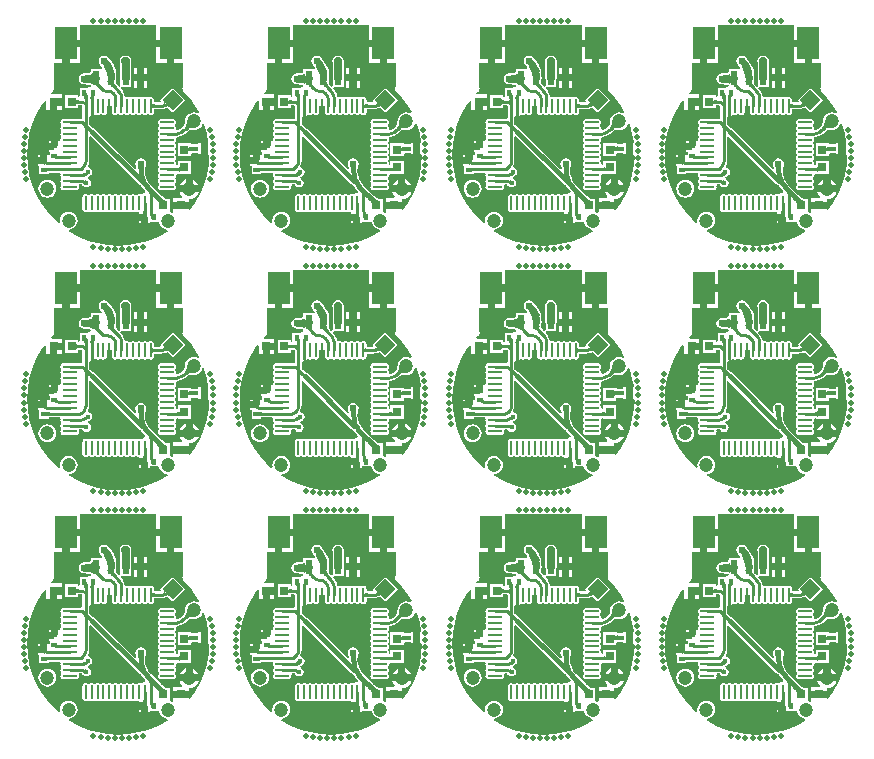
<source format=gtl>
G04*
G04 #@! TF.GenerationSoftware,Altium Limited,Altium Designer,20.1.11 (218)*
G04*
G04 Layer_Physical_Order=1*
G04 Layer_Color=255*
%FSLAX25Y25*%
%MOIN*%
G70*
G04*
G04 #@! TF.SameCoordinates,4A8DF08C-7CCE-415C-BD08-992622932B33*
G04*
G04*
G04 #@! TF.FilePolarity,Positive*
G04*
G01*
G75*
%ADD10C,0.01000*%
%ADD11C,0.02500*%
%ADD12C,0.02400*%
%ADD13C,0.01500*%
%ADD14R,0.01968X0.01575*%
%ADD15R,0.01575X0.01968*%
%ADD16R,0.03150X0.03150*%
%ADD17R,0.01968X0.01772*%
%ADD18R,0.02362X0.04724*%
%ADD19R,0.07480X0.11024*%
%ADD20O,0.04921X0.00984*%
%ADD21O,0.00984X0.04921*%
%ADD22R,0.03150X0.03150*%
%ADD23C,0.01968*%
%ADD24C,0.04724*%
%ADD25P,0.06681X4X270.0*%
%ADD26C,0.02400*%
%ADD27C,0.02500*%
%ADD28C,0.01772*%
G36*
X105008Y109437D02*
X102682Y105689D01*
X102803Y105956D01*
X102870Y106280D01*
X102882Y106659D01*
X102840Y107095D01*
X102744Y107587D01*
X102594Y108135D01*
X102389Y108740D01*
X101817Y110117D01*
X101449Y110890D01*
X103815Y111645D01*
X105008Y109437D01*
D02*
G37*
G36*
X34141D02*
X31815Y105689D01*
X31937Y105956D01*
X32004Y106280D01*
X32016Y106659D01*
X31974Y107095D01*
X31878Y107587D01*
X31728Y108135D01*
X31523Y108740D01*
X30951Y110117D01*
X30583Y110890D01*
X32949Y111645D01*
X34141Y109437D01*
D02*
G37*
G36*
X-36725D02*
X-39051Y105689D01*
X-38930Y105956D01*
X-38863Y106280D01*
X-38850Y106659D01*
X-38892Y107095D01*
X-38988Y107587D01*
X-39138Y108135D01*
X-39343Y108740D01*
X-39915Y110117D01*
X-40283Y110890D01*
X-37918Y111645D01*
X-36725Y109437D01*
D02*
G37*
G36*
X-107591D02*
X-109917Y105689D01*
X-109796Y105956D01*
X-109729Y106280D01*
X-109716Y106659D01*
X-109758Y107095D01*
X-109854Y107587D01*
X-110004Y108135D01*
X-110209Y108740D01*
X-110782Y110117D01*
X-111149Y110890D01*
X-108784Y111645D01*
X-107591Y109437D01*
D02*
G37*
G36*
X97748Y104736D02*
X97724Y104880D01*
X97652Y105009D01*
X97532Y105122D01*
X97364Y105221D01*
X97148Y105304D01*
X96884Y105372D01*
X96572Y105425D01*
X96212Y105463D01*
X95348Y105493D01*
Y107893D01*
X95804Y107905D01*
X96212Y107941D01*
X96572Y108001D01*
X96884Y108085D01*
X97148Y108193D01*
X97364Y108325D01*
X97532Y108481D01*
X97652Y108661D01*
X97724Y108865D01*
X97748Y109093D01*
Y104736D01*
D02*
G37*
G36*
X26882D02*
X26858Y104880D01*
X26786Y105009D01*
X26666Y105122D01*
X26498Y105221D01*
X26282Y105304D01*
X26018Y105372D01*
X25706Y105425D01*
X25346Y105463D01*
X24482Y105493D01*
Y107893D01*
X24938Y107905D01*
X25346Y107941D01*
X25706Y108001D01*
X26018Y108085D01*
X26282Y108193D01*
X26498Y108325D01*
X26666Y108481D01*
X26786Y108661D01*
X26858Y108865D01*
X26882Y109093D01*
Y104736D01*
D02*
G37*
G36*
X-43984D02*
X-44008Y104880D01*
X-44080Y105009D01*
X-44200Y105122D01*
X-44368Y105221D01*
X-44584Y105304D01*
X-44848Y105372D01*
X-45160Y105425D01*
X-45520Y105463D01*
X-46384Y105493D01*
Y107893D01*
X-45928Y107905D01*
X-45520Y107941D01*
X-45160Y108001D01*
X-44848Y108085D01*
X-44584Y108193D01*
X-44368Y108325D01*
X-44200Y108481D01*
X-44080Y108661D01*
X-44008Y108865D01*
X-43984Y109093D01*
Y104736D01*
D02*
G37*
G36*
X-114850D02*
X-114874Y104880D01*
X-114946Y105009D01*
X-115066Y105122D01*
X-115234Y105221D01*
X-115450Y105304D01*
X-115714Y105372D01*
X-116026Y105425D01*
X-116386Y105463D01*
X-117250Y105493D01*
Y107893D01*
X-116794Y107905D01*
X-116386Y107941D01*
X-116026Y108001D01*
X-115714Y108085D01*
X-115450Y108193D01*
X-115234Y108325D01*
X-115066Y108481D01*
X-114946Y108661D01*
X-114874Y108865D01*
X-114850Y109093D01*
Y104736D01*
D02*
G37*
G36*
X104869Y106388D02*
X104814Y106130D01*
X104790Y105877D01*
X104798Y105629D01*
X104802Y105604D01*
X104996Y105709D01*
X104923Y105652D01*
X104879Y105576D01*
X104862Y105479D01*
X104872Y105363D01*
X104910Y105227D01*
X104976Y105070D01*
X105069Y104894D01*
X105190Y104699D01*
X105515Y104248D01*
X104490Y103889D01*
X104481Y103907D01*
X104477Y103905D01*
X104316Y104106D01*
X104018Y104430D01*
X103882Y104553D01*
X103753Y104651D01*
X103634Y104722D01*
X103522Y104767D01*
X103419Y104787D01*
X103324Y104781D01*
X103237Y104748D01*
X103844Y105080D01*
X103349Y105991D01*
X104957Y106651D01*
X104869Y106388D01*
D02*
G37*
G36*
X34003D02*
X33948Y106130D01*
X33924Y105877D01*
X33932Y105629D01*
X33936Y105604D01*
X34130Y105709D01*
X34057Y105652D01*
X34013Y105576D01*
X33996Y105479D01*
X34006Y105363D01*
X34044Y105227D01*
X34110Y105070D01*
X34203Y104894D01*
X34324Y104699D01*
X34648Y104248D01*
X33624Y103889D01*
X33614Y103907D01*
X33611Y103905D01*
X33449Y104106D01*
X33152Y104430D01*
X33015Y104553D01*
X32887Y104651D01*
X32768Y104722D01*
X32656Y104767D01*
X32553Y104787D01*
X32458Y104781D01*
X32371Y104748D01*
X32977Y105080D01*
X32483Y105991D01*
X34091Y106651D01*
X34003Y106388D01*
D02*
G37*
G36*
X-36863D02*
X-36919Y106130D01*
X-36942Y105877D01*
X-36934Y105629D01*
X-36930Y105604D01*
X-36737Y105709D01*
X-36809Y105652D01*
X-36853Y105576D01*
X-36870Y105479D01*
X-36860Y105363D01*
X-36822Y105227D01*
X-36756Y105070D01*
X-36663Y104894D01*
X-36542Y104699D01*
X-36218Y104248D01*
X-37242Y103889D01*
X-37252Y103907D01*
X-37255Y103905D01*
X-37417Y104106D01*
X-37714Y104430D01*
X-37851Y104553D01*
X-37979Y104651D01*
X-38099Y104722D01*
X-38210Y104767D01*
X-38313Y104787D01*
X-38408Y104781D01*
X-38495Y104748D01*
X-37889Y105080D01*
X-38383Y105991D01*
X-36775Y106651D01*
X-36863Y106388D01*
D02*
G37*
G36*
X-107729D02*
X-107785Y106130D01*
X-107808Y105877D01*
X-107800Y105629D01*
X-107796Y105604D01*
X-107603Y105709D01*
X-107675Y105652D01*
X-107720Y105576D01*
X-107737Y105479D01*
X-107726Y105363D01*
X-107688Y105227D01*
X-107622Y105070D01*
X-107529Y104894D01*
X-107408Y104699D01*
X-107084Y104248D01*
X-108108Y103889D01*
X-108118Y103907D01*
X-108122Y103905D01*
X-108283Y104106D01*
X-108580Y104430D01*
X-108717Y104553D01*
X-108845Y104651D01*
X-108965Y104722D01*
X-109076Y104767D01*
X-109180Y104787D01*
X-109275Y104781D01*
X-109361Y104748D01*
X-108755Y105080D01*
X-109250Y105991D01*
X-107641Y106651D01*
X-107729Y106388D01*
D02*
G37*
G36*
X100086Y104736D02*
X100107Y104728D01*
X100137Y104705D01*
X100175Y104666D01*
X100223Y104611D01*
X100345Y104453D01*
X100695Y103949D01*
X99454Y103876D01*
X99337Y104042D01*
X99106Y104320D01*
X98990Y104433D01*
X98875Y104528D01*
X98760Y104607D01*
X98646Y104668D01*
X98531Y104712D01*
X98417Y104739D01*
X98304Y104748D01*
X100086Y104736D01*
D02*
G37*
G36*
X29220D02*
X29241Y104728D01*
X29271Y104705D01*
X29309Y104666D01*
X29357Y104611D01*
X29478Y104453D01*
X29829Y103949D01*
X28587Y103876D01*
X28471Y104042D01*
X28240Y104320D01*
X28124Y104433D01*
X28009Y104528D01*
X27894Y104607D01*
X27779Y104668D01*
X27665Y104712D01*
X27551Y104739D01*
X27437Y104748D01*
X29220Y104736D01*
D02*
G37*
G36*
X-41646D02*
X-41625Y104728D01*
X-41596Y104705D01*
X-41557Y104666D01*
X-41510Y104611D01*
X-41388Y104453D01*
X-41037Y103949D01*
X-42279Y103876D01*
X-42395Y104042D01*
X-42627Y104320D01*
X-42742Y104433D01*
X-42857Y104528D01*
X-42972Y104607D01*
X-43087Y104668D01*
X-43201Y104712D01*
X-43315Y104739D01*
X-43429Y104748D01*
X-41646Y104736D01*
D02*
G37*
G36*
X-112512D02*
X-112491Y104728D01*
X-112462Y104705D01*
X-112423Y104666D01*
X-112376Y104611D01*
X-112254Y104453D01*
X-111903Y103949D01*
X-113145Y103876D01*
X-113261Y104042D01*
X-113493Y104320D01*
X-113608Y104433D01*
X-113723Y104528D01*
X-113838Y104607D01*
X-113953Y104668D01*
X-114067Y104712D01*
X-114181Y104739D01*
X-114295Y104748D01*
X-112512Y104736D01*
D02*
G37*
G36*
X98346Y100986D02*
X98261Y100956D01*
X98186Y100906D01*
X98121Y100836D01*
X98066Y100746D01*
X98021Y100636D01*
X97986Y100506D01*
X97961Y100356D01*
X97946Y100186D01*
X97941Y99996D01*
X96941D01*
X96944Y100186D01*
X96969Y100506D01*
X96991Y100636D01*
X97020Y100746D01*
X97054Y100836D01*
X97095Y100906D01*
X97143Y100956D01*
X97196Y100986D01*
X97256Y100996D01*
X98441D01*
X98346Y100986D01*
D02*
G37*
G36*
X95717D02*
X95771Y100956D01*
X95818Y100906D01*
X95859Y100836D01*
X95894Y100746D01*
X95922Y100636D01*
X95944Y100506D01*
X95960Y100356D01*
X95972Y99996D01*
X94972D01*
X94967Y100186D01*
X94952Y100356D01*
X94927Y100506D01*
X94892Y100636D01*
X94847Y100746D01*
X94792Y100836D01*
X94727Y100906D01*
X94652Y100956D01*
X94567Y100986D01*
X94472Y100996D01*
X95657D01*
X95717Y100986D01*
D02*
G37*
G36*
X27480D02*
X27395Y100956D01*
X27320Y100906D01*
X27255Y100836D01*
X27200Y100746D01*
X27155Y100636D01*
X27120Y100506D01*
X27095Y100356D01*
X27080Y100186D01*
X27075Y99996D01*
X26075D01*
X26078Y100186D01*
X26103Y100506D01*
X26125Y100636D01*
X26154Y100746D01*
X26188Y100836D01*
X26229Y100906D01*
X26276Y100956D01*
X26330Y100986D01*
X26390Y100996D01*
X27575D01*
X27480Y100986D01*
D02*
G37*
G36*
X24851D02*
X24905Y100956D01*
X24952Y100906D01*
X24993Y100836D01*
X25027Y100746D01*
X25056Y100636D01*
X25078Y100506D01*
X25094Y100356D01*
X25106Y99996D01*
X24106D01*
X24101Y100186D01*
X24086Y100356D01*
X24061Y100506D01*
X24026Y100636D01*
X23981Y100746D01*
X23926Y100836D01*
X23861Y100906D01*
X23786Y100956D01*
X23701Y100986D01*
X23606Y100996D01*
X24791D01*
X24851Y100986D01*
D02*
G37*
G36*
X-43386D02*
X-43471Y100956D01*
X-43546Y100906D01*
X-43611Y100836D01*
X-43666Y100746D01*
X-43711Y100636D01*
X-43746Y100506D01*
X-43771Y100356D01*
X-43786Y100186D01*
X-43791Y99996D01*
X-44791D01*
X-44788Y100186D01*
X-44763Y100506D01*
X-44741Y100636D01*
X-44712Y100746D01*
X-44678Y100836D01*
X-44637Y100906D01*
X-44590Y100956D01*
X-44536Y100986D01*
X-44476Y100996D01*
X-43291D01*
X-43386Y100986D01*
D02*
G37*
G36*
X-46015D02*
X-45961Y100956D01*
X-45914Y100906D01*
X-45873Y100836D01*
X-45839Y100746D01*
X-45810Y100636D01*
X-45788Y100506D01*
X-45772Y100356D01*
X-45760Y99996D01*
X-46760D01*
X-46765Y100186D01*
X-46780Y100356D01*
X-46805Y100506D01*
X-46840Y100636D01*
X-46885Y100746D01*
X-46940Y100836D01*
X-47005Y100906D01*
X-47080Y100956D01*
X-47165Y100986D01*
X-47260Y100996D01*
X-46075D01*
X-46015Y100986D01*
D02*
G37*
G36*
X-114252D02*
X-114338Y100956D01*
X-114412Y100906D01*
X-114478Y100836D01*
X-114532Y100746D01*
X-114577Y100636D01*
X-114612Y100506D01*
X-114637Y100356D01*
X-114653Y100186D01*
X-114657Y99996D01*
X-115657D01*
X-115654Y100186D01*
X-115629Y100506D01*
X-115607Y100636D01*
X-115579Y100746D01*
X-115544Y100836D01*
X-115503Y100906D01*
X-115456Y100956D01*
X-115402Y100986D01*
X-115342Y100996D01*
X-114157D01*
X-114252Y100986D01*
D02*
G37*
G36*
X-116881D02*
X-116828Y100956D01*
X-116780Y100906D01*
X-116739Y100836D01*
X-116705Y100746D01*
X-116676Y100636D01*
X-116654Y100506D01*
X-116639Y100356D01*
X-116626Y99996D01*
X-117626D01*
X-117631Y100186D01*
X-117646Y100356D01*
X-117671Y100506D01*
X-117706Y100636D01*
X-117751Y100746D01*
X-117806Y100836D01*
X-117871Y100906D01*
X-117946Y100956D01*
X-118031Y100986D01*
X-118126Y100996D01*
X-116941D01*
X-116881Y100986D01*
D02*
G37*
G36*
X94995Y97856D02*
X94987Y97931D01*
X94963Y98005D01*
X94922Y98077D01*
X94866Y98147D01*
X94793Y98214D01*
X94705Y98279D01*
X94600Y98343D01*
X94479Y98404D01*
X94342Y98463D01*
X94189Y98520D01*
Y99520D01*
X94342Y99471D01*
X94479Y99435D01*
X94600Y99413D01*
X94705Y99404D01*
X94793Y99409D01*
X94866Y99427D01*
X94922Y99458D01*
X94963Y99503D01*
X94987Y99562D01*
X94995Y99634D01*
Y97856D01*
D02*
G37*
G36*
X24129D02*
X24121Y97931D01*
X24096Y98005D01*
X24056Y98077D01*
X24000Y98147D01*
X23927Y98214D01*
X23839Y98279D01*
X23734Y98343D01*
X23613Y98404D01*
X23476Y98463D01*
X23323Y98520D01*
Y99520D01*
X23476Y99471D01*
X23613Y99435D01*
X23734Y99413D01*
X23839Y99404D01*
X23927Y99409D01*
X24000Y99427D01*
X24056Y99458D01*
X24096Y99503D01*
X24121Y99562D01*
X24129Y99634D01*
Y97856D01*
D02*
G37*
G36*
X-46737D02*
X-46745Y97931D01*
X-46770Y98005D01*
X-46810Y98077D01*
X-46866Y98147D01*
X-46939Y98214D01*
X-47028Y98279D01*
X-47132Y98343D01*
X-47253Y98404D01*
X-47390Y98463D01*
X-47543Y98520D01*
Y99520D01*
X-47390Y99471D01*
X-47253Y99435D01*
X-47132Y99413D01*
X-47028Y99404D01*
X-46939Y99409D01*
X-46866Y99427D01*
X-46810Y99458D01*
X-46770Y99503D01*
X-46745Y99562D01*
X-46737Y99634D01*
Y97856D01*
D02*
G37*
G36*
X-117604D02*
X-117612Y97931D01*
X-117636Y98005D01*
X-117676Y98077D01*
X-117733Y98147D01*
X-117805Y98214D01*
X-117894Y98279D01*
X-117998Y98343D01*
X-118119Y98404D01*
X-118256Y98463D01*
X-118409Y98520D01*
Y99520D01*
X-118256Y99471D01*
X-118119Y99435D01*
X-117998Y99413D01*
X-117894Y99404D01*
X-117805Y99409D01*
X-117733Y99427D01*
X-117676Y99458D01*
X-117636Y99503D01*
X-117612Y99562D01*
X-117604Y99634D01*
Y97856D01*
D02*
G37*
G36*
X92289Y99925D02*
X92320Y99840D01*
X92370Y99765D01*
X92441Y99700D01*
X92532Y99645D01*
X92643Y99600D01*
X92775Y99565D01*
X92927Y99540D01*
X93099Y99525D01*
X93291Y99520D01*
Y98520D01*
X93099Y98515D01*
X92927Y98500D01*
X92775Y98475D01*
X92643Y98440D01*
X92532Y98395D01*
X92441Y98340D01*
X92370Y98275D01*
X92320Y98200D01*
X92289Y98115D01*
X92279Y98020D01*
Y100020D01*
X92289Y99925D01*
D02*
G37*
G36*
X21423D02*
X21453Y99840D01*
X21504Y99765D01*
X21575Y99700D01*
X21666Y99645D01*
X21777Y99600D01*
X21909Y99565D01*
X22061Y99540D01*
X22233Y99525D01*
X22425Y99520D01*
Y98520D01*
X22233Y98515D01*
X22061Y98500D01*
X21909Y98475D01*
X21777Y98440D01*
X21666Y98395D01*
X21575Y98340D01*
X21504Y98275D01*
X21453Y98200D01*
X21423Y98115D01*
X21413Y98020D01*
Y100020D01*
X21423Y99925D01*
D02*
G37*
G36*
X-49443D02*
X-49413Y99840D01*
X-49362Y99765D01*
X-49291Y99700D01*
X-49200Y99645D01*
X-49089Y99600D01*
X-48957Y99565D01*
X-48805Y99540D01*
X-48633Y99525D01*
X-48441Y99520D01*
Y98520D01*
X-48633Y98515D01*
X-48805Y98500D01*
X-48957Y98475D01*
X-49089Y98440D01*
X-49200Y98395D01*
X-49291Y98340D01*
X-49362Y98275D01*
X-49413Y98200D01*
X-49443Y98115D01*
X-49453Y98020D01*
Y100020D01*
X-49443Y99925D01*
D02*
G37*
G36*
X-120309D02*
X-120279Y99840D01*
X-120228Y99765D01*
X-120157Y99700D01*
X-120066Y99645D01*
X-119955Y99600D01*
X-119823Y99565D01*
X-119672Y99540D01*
X-119500Y99525D01*
X-119307Y99520D01*
Y98520D01*
X-119500Y98515D01*
X-119672Y98500D01*
X-119823Y98475D01*
X-119955Y98440D01*
X-120066Y98395D01*
X-120157Y98340D01*
X-120228Y98275D01*
X-120279Y98200D01*
X-120309Y98115D01*
X-120319Y98020D01*
Y100020D01*
X-120309Y99925D01*
D02*
G37*
G36*
X123233Y97476D02*
X123151Y97545D01*
X123058Y97599D01*
X122952Y97639D01*
X122835Y97665D01*
X122706Y97677D01*
X122565Y97674D01*
X122412Y97657D01*
X122247Y97627D01*
X122070Y97581D01*
X121881Y97522D01*
X121096Y98355D01*
X121271Y98420D01*
X121419Y98485D01*
X121541Y98552D01*
X121636Y98620D01*
X121706Y98689D01*
X121749Y98759D01*
X121766Y98830D01*
X121756Y98903D01*
X121720Y98976D01*
X121658Y99051D01*
X123233Y97476D01*
D02*
G37*
G36*
X52367D02*
X52285Y97545D01*
X52192Y97599D01*
X52086Y97639D01*
X51969Y97665D01*
X51840Y97677D01*
X51699Y97674D01*
X51546Y97657D01*
X51381Y97627D01*
X51204Y97581D01*
X51015Y97522D01*
X50230Y98355D01*
X50404Y98420D01*
X50553Y98485D01*
X50675Y98552D01*
X50770Y98620D01*
X50840Y98689D01*
X50883Y98759D01*
X50899Y98830D01*
X50890Y98903D01*
X50854Y98976D01*
X50792Y99051D01*
X52367Y97476D01*
D02*
G37*
G36*
X-18500D02*
X-18581Y97545D01*
X-18674Y97599D01*
X-18780Y97639D01*
X-18897Y97665D01*
X-19026Y97677D01*
X-19167Y97674D01*
X-19320Y97657D01*
X-19485Y97627D01*
X-19662Y97581D01*
X-19851Y97522D01*
X-20636Y98355D01*
X-20462Y98420D01*
X-20313Y98485D01*
X-20192Y98552D01*
X-20096Y98620D01*
X-20027Y98689D01*
X-19984Y98759D01*
X-19967Y98830D01*
X-19976Y98903D01*
X-20012Y98976D01*
X-20074Y99051D01*
X-18500Y97476D01*
D02*
G37*
G36*
X-89366D02*
X-89447Y97545D01*
X-89541Y97599D01*
X-89646Y97639D01*
X-89763Y97665D01*
X-89892Y97677D01*
X-90034Y97674D01*
X-90187Y97657D01*
X-90351Y97627D01*
X-90528Y97581D01*
X-90717Y97522D01*
X-91502Y98355D01*
X-91328Y98420D01*
X-91180Y98485D01*
X-91058Y98552D01*
X-90962Y98620D01*
X-90893Y98689D01*
X-90850Y98759D01*
X-90833Y98830D01*
X-90842Y98903D01*
X-90878Y98976D01*
X-90940Y99051D01*
X-89366Y97476D01*
D02*
G37*
G36*
X117614Y98641D02*
X117644Y98556D01*
X117695Y98481D01*
X117765Y98416D01*
X117857Y98361D01*
X117968Y98316D01*
X118099Y98281D01*
X118251Y98256D01*
X118423Y98241D01*
X118615Y98236D01*
Y97236D01*
X118423Y97231D01*
X118251Y97216D01*
X118099Y97191D01*
X117968Y97156D01*
X117857Y97111D01*
X117765Y97056D01*
X117695Y96991D01*
X117644Y96916D01*
X117614Y96831D01*
X117604Y96736D01*
Y98736D01*
X117614Y98641D01*
D02*
G37*
G36*
X46747D02*
X46778Y98556D01*
X46828Y98481D01*
X46899Y98416D01*
X46990Y98361D01*
X47102Y98316D01*
X47233Y98281D01*
X47385Y98256D01*
X47557Y98241D01*
X47749Y98236D01*
Y97236D01*
X47557Y97231D01*
X47385Y97216D01*
X47233Y97191D01*
X47102Y97156D01*
X46990Y97111D01*
X46899Y97056D01*
X46828Y96991D01*
X46778Y96916D01*
X46747Y96831D01*
X46737Y96736D01*
Y98736D01*
X46747Y98641D01*
D02*
G37*
G36*
X-24119D02*
X-24088Y98556D01*
X-24038Y98481D01*
X-23967Y98416D01*
X-23876Y98361D01*
X-23764Y98316D01*
X-23633Y98281D01*
X-23481Y98256D01*
X-23309Y98241D01*
X-23117Y98236D01*
Y97236D01*
X-23309Y97231D01*
X-23481Y97216D01*
X-23633Y97191D01*
X-23764Y97156D01*
X-23876Y97111D01*
X-23967Y97056D01*
X-24038Y96991D01*
X-24088Y96916D01*
X-24119Y96831D01*
X-24129Y96736D01*
Y98736D01*
X-24119Y98641D01*
D02*
G37*
G36*
X-94985D02*
X-94954Y98556D01*
X-94904Y98481D01*
X-94833Y98416D01*
X-94742Y98361D01*
X-94631Y98316D01*
X-94499Y98281D01*
X-94347Y98256D01*
X-94175Y98241D01*
X-93983Y98236D01*
Y97236D01*
X-94175Y97231D01*
X-94347Y97216D01*
X-94499Y97191D01*
X-94631Y97156D01*
X-94742Y97111D01*
X-94833Y97056D01*
X-94904Y96991D01*
X-94954Y96916D01*
X-94985Y96831D01*
X-94995Y96736D01*
Y98736D01*
X-94985Y98641D01*
D02*
G37*
G36*
X118980Y119704D02*
X123721D01*
Y118504D01*
X124920D01*
Y111992D01*
X127849D01*
Y104025D01*
X127790Y103938D01*
X127705Y103508D01*
X127790Y103079D01*
X128026Y102726D01*
X128025Y102726D01*
X130062Y100446D01*
X132034Y97667D01*
X133209Y95541D01*
X132841Y95173D01*
X132262Y95413D01*
X131488Y95515D01*
X130715Y95413D01*
X129994Y95115D01*
X129376Y94640D01*
X128901Y94021D01*
X128602Y93301D01*
X128522Y92693D01*
X128481Y92618D01*
X128488Y92593D01*
X128477Y92568D01*
X128469Y92333D01*
X128449Y92130D01*
X128418Y91942D01*
X128377Y91768D01*
X128326Y91607D01*
X128265Y91459D01*
X128195Y91323D01*
X128116Y91197D01*
X128026Y91080D01*
X127907Y90949D01*
X127884Y90885D01*
X126934Y90156D01*
X125980Y89761D01*
X125585Y90128D01*
X125580Y90145D01*
X125621Y90354D01*
X125537Y90781D01*
X125295Y91142D01*
Y91536D01*
X125537Y91897D01*
X125621Y92323D01*
X125537Y92749D01*
X125295Y93110D01*
X124934Y93352D01*
X124508Y93436D01*
X120571D01*
X120145Y93352D01*
X119783Y93110D01*
X119542Y92749D01*
X119457Y92323D01*
X119542Y91897D01*
X119783Y91536D01*
Y91142D01*
X119542Y90781D01*
X119457Y90354D01*
X119542Y89928D01*
X119783Y89567D01*
Y89173D01*
X119542Y88812D01*
X119457Y88386D01*
X119542Y87960D01*
X119783Y87599D01*
Y87205D01*
X119542Y86844D01*
X119457Y86417D01*
X119542Y85991D01*
X119783Y85630D01*
Y85236D01*
X119542Y84875D01*
X119457Y84449D01*
X119542Y84023D01*
X119783Y83662D01*
Y83268D01*
X119542Y82906D01*
X119457Y82480D01*
X119542Y82054D01*
X119783Y81693D01*
Y81299D01*
X119542Y80938D01*
X119457Y80512D01*
X119542Y80086D01*
X119783Y79725D01*
Y79331D01*
X119542Y78969D01*
X119457Y78543D01*
X119542Y78117D01*
X119783Y77756D01*
Y77362D01*
X119542Y77001D01*
X119457Y76575D01*
X119542Y76149D01*
X119783Y75787D01*
Y75394D01*
X119542Y75032D01*
X119457Y74606D01*
X119542Y74180D01*
X119688Y73962D01*
X119748Y73622D01*
X119688Y73282D01*
X119542Y73064D01*
X119457Y72638D01*
X119542Y72212D01*
X119783Y71850D01*
Y71457D01*
X119542Y71095D01*
X119457Y70669D01*
X119542Y70243D01*
X119783Y69882D01*
X120145Y69640D01*
X120571Y69556D01*
X124508D01*
X124934Y69640D01*
X125295Y69882D01*
X125537Y70243D01*
X125621Y70669D01*
X125537Y71095D01*
X125295Y71457D01*
Y71850D01*
X125537Y72212D01*
X125621Y72638D01*
X125537Y73064D01*
X125391Y73282D01*
X125330Y73622D01*
X125391Y73962D01*
X125537Y74180D01*
X125621Y74606D01*
X125607Y74677D01*
X126043Y75048D01*
X126172Y75000D01*
Y74990D01*
X126691D01*
X126779Y74953D01*
X126817Y74968D01*
X126855Y74957D01*
X126916Y74990D01*
X130522D01*
Y79340D01*
X126172D01*
Y78150D01*
X126043Y78102D01*
X125607Y78473D01*
X125621Y78543D01*
X125537Y78969D01*
X125295Y79331D01*
Y79725D01*
X125537Y80086D01*
X125621Y80512D01*
X125537Y80938D01*
X125295Y81299D01*
Y81693D01*
X125537Y82054D01*
X125621Y82480D01*
X125537Y82906D01*
X125295Y83268D01*
Y83662D01*
X125537Y84023D01*
X125621Y84449D01*
X125537Y84875D01*
X125295Y85236D01*
Y85630D01*
X125537Y85991D01*
X125621Y86417D01*
X125537Y86844D01*
X125530Y86854D01*
X125779Y87381D01*
X125864Y87389D01*
X127212Y87798D01*
X128454Y88462D01*
X129480Y89304D01*
X129527Y89320D01*
X129642Y89424D01*
X129734Y89489D01*
X129830Y89542D01*
X129934Y89584D01*
X130048Y89616D01*
X130174Y89637D01*
X130315Y89646D01*
X130471Y89642D01*
X130644Y89623D01*
X130854Y89584D01*
X130879Y89589D01*
X130900Y89577D01*
X130997Y89604D01*
X131488Y89540D01*
X132262Y89641D01*
X132982Y89940D01*
X133601Y90415D01*
X134076Y91034D01*
X134365Y91731D01*
X134441Y91759D01*
X134883Y91787D01*
X134987Y91535D01*
X135931Y88259D01*
X136360Y85732D01*
X136141Y85473D01*
Y83465D01*
Y81579D01*
X136186D01*
X136263Y81566D01*
X136670Y81079D01*
X136502Y78093D01*
X135931Y74733D01*
X134987Y71458D01*
X133683Y68309D01*
X132034Y65325D01*
X130350Y62952D01*
X129850Y63112D01*
Y63320D01*
X127276D01*
X124701D01*
Y62381D01*
X124565Y62256D01*
X124201Y62089D01*
X123608Y62335D01*
X123552Y62342D01*
X123545Y62345D01*
X123545Y62821D01*
Y66694D01*
X122857D01*
X122854Y66698D01*
X122805Y66694D01*
X122549D01*
X122455Y66703D01*
X122426Y66694D01*
X122331D01*
X122299Y66702D01*
X122155Y66758D01*
X121961Y66863D01*
X121738Y67009D01*
X120805Y67791D01*
X120447Y68139D01*
X120393Y68161D01*
X117110Y71443D01*
X117085Y71460D01*
X116273Y72450D01*
X115716Y73492D01*
X115656Y73605D01*
X115276Y74858D01*
X115150Y76132D01*
X115156Y76161D01*
Y76624D01*
X115179Y76675D01*
X115187Y77028D01*
X115198Y77177D01*
X115203Y77215D01*
X115207Y77233D01*
X115211Y77249D01*
X115475Y77644D01*
X115615Y78347D01*
X115475Y79049D01*
X115077Y79644D01*
X114482Y80042D01*
X113779Y80182D01*
X113077Y80042D01*
X112482Y79644D01*
X112084Y79049D01*
X111944Y78347D01*
X112084Y77644D01*
X112348Y77249D01*
X112352Y77236D01*
X112374Y76886D01*
X112203Y76754D01*
X111887Y76667D01*
X98487Y90066D01*
X98041Y90365D01*
X97874Y90398D01*
X96979Y91258D01*
X96968Y91269D01*
X96623Y91611D01*
X96596Y92060D01*
X96594Y92104D01*
Y93984D01*
X97094Y94315D01*
X97441Y94246D01*
X98023Y94362D01*
X98517Y94692D01*
X98931Y94774D01*
X98983Y94739D01*
X99409Y94654D01*
X99836Y94739D01*
X100053Y94884D01*
X100394Y94945D01*
X100734Y94884D01*
X100952Y94739D01*
X101378Y94654D01*
X101804Y94739D01*
X101857Y94774D01*
X102146Y94717D01*
Y94968D01*
X102165Y94980D01*
X102407Y95341D01*
X102492Y95768D01*
Y97736D01*
X104193D01*
X104201Y97696D01*
Y95768D01*
X104286Y95341D01*
X104527Y94980D01*
X104546Y94968D01*
Y94717D01*
X104836Y94774D01*
X104889Y94739D01*
X105315Y94654D01*
X105741Y94739D01*
X105959Y94884D01*
X106299Y94945D01*
X106640Y94884D01*
X106857Y94739D01*
X107283Y94654D01*
X107710Y94739D01*
X107927Y94884D01*
X108268Y94945D01*
X108608Y94884D01*
X108826Y94739D01*
X109252Y94654D01*
X109678Y94739D01*
X109896Y94884D01*
X110236Y94945D01*
X110577Y94884D01*
X110794Y94739D01*
X111221Y94654D01*
X111647Y94739D01*
X111864Y94884D01*
X112205Y94945D01*
X112545Y94884D01*
X112763Y94739D01*
X113189Y94654D01*
X113615Y94739D01*
X113833Y94884D01*
X114173Y94945D01*
X114514Y94884D01*
X114731Y94739D01*
X115157Y94654D01*
X115584Y94739D01*
X115801Y94884D01*
X116142Y94945D01*
X116482Y94884D01*
X116700Y94739D01*
X117126Y94654D01*
X117552Y94739D01*
X117913Y94980D01*
X118155Y95342D01*
X118239Y95768D01*
Y96556D01*
X118332Y96571D01*
X118460Y96583D01*
X118632Y96587D01*
X118695Y96615D01*
X119921D01*
Y96600D01*
X121383Y96744D01*
X121840Y96883D01*
X121862Y96873D01*
X121965Y96912D01*
X122076Y96903D01*
X122248Y96956D01*
X122387Y96992D01*
X122507Y97014D01*
X122606Y97025D01*
X122682Y97027D01*
X122736Y97022D01*
X122766Y97015D01*
X122777Y97011D01*
X122815Y96979D01*
X122863Y96964D01*
X124417Y95409D01*
X128606Y99598D01*
X124417Y103788D01*
X120228Y99598D01*
X120462Y99365D01*
X120301Y98891D01*
X119971Y98848D01*
X119921Y98858D01*
X118695D01*
X118632Y98886D01*
X118460Y98890D01*
X118332Y98901D01*
X118239Y98916D01*
Y99705D01*
X118155Y100131D01*
X117913Y100492D01*
X117552Y100733D01*
X117126Y100818D01*
X116700Y100733D01*
X116482Y100588D01*
X116142Y100527D01*
X115801Y100588D01*
X115584Y100733D01*
X115157Y100818D01*
X114731Y100733D01*
X114514Y100588D01*
X114173Y100527D01*
X113833Y100588D01*
X113615Y100733D01*
X113189Y100818D01*
X112763Y100733D01*
X112545Y100588D01*
X112205Y100527D01*
X111864Y100588D01*
X111647Y100733D01*
X111221Y100818D01*
X110794Y100733D01*
X110577Y100588D01*
X110236Y100527D01*
X109896Y100588D01*
X109678Y100733D01*
X109252Y100818D01*
X108878Y100744D01*
X108792Y100753D01*
X108339Y101010D01*
X108269Y101544D01*
X107819Y102629D01*
X107104Y103561D01*
X107104Y103561D01*
X107022Y103638D01*
X107224Y104124D01*
X107377Y104124D01*
X110541D01*
Y106558D01*
X110646Y107087D01*
Y112500D01*
X110648D01*
X110497Y113260D01*
X110066Y113905D01*
X109422Y114335D01*
X108661Y114487D01*
Y114485D01*
X107940Y114341D01*
X107328Y113932D01*
X106919Y113320D01*
X106775Y112598D01*
X106711Y112500D01*
X106711D01*
X106874Y112104D01*
Y107087D01*
X106979Y106558D01*
Y104533D01*
X106979Y104370D01*
X106479Y104163D01*
X106050Y104591D01*
X106042Y104627D01*
X105731Y105059D01*
X105633Y105217D01*
X105620Y105243D01*
Y105596D01*
X105641Y105633D01*
X105620Y105707D01*
Y106814D01*
X105674Y107087D01*
Y107133D01*
X105685D01*
X105620Y107793D01*
Y109238D01*
X105630Y109251D01*
X105620Y109351D01*
Y109461D01*
X105635Y109555D01*
X105640Y109585D01*
X105620Y110049D01*
X105596D01*
D01*
X105596D01*
X105235Y110383D01*
X104386Y111954D01*
X104301Y112023D01*
X104071Y112453D01*
X102880Y113904D01*
X102873Y113896D01*
X102277Y114294D01*
X101575Y114434D01*
X100873Y114294D01*
X100277Y113896D01*
X99879Y113301D01*
X99739Y112598D01*
X99879Y111896D01*
X100277Y111301D01*
X100316Y111275D01*
X100866Y110605D01*
X100940Y110449D01*
X100577Y110049D01*
X97136D01*
Y109223D01*
X97102Y109161D01*
X97086Y109009D01*
X97067Y108954D01*
X97034Y108905D01*
X96970Y108845D01*
X96854Y108774D01*
X96676Y108701D01*
X96434Y108636D01*
X96130Y108586D01*
X95767Y108554D01*
X95331Y108542D01*
X95300Y108528D01*
X94882D01*
X94180Y108388D01*
X93584Y107991D01*
X93186Y107395D01*
X93047Y106693D01*
X93186Y105991D01*
X93584Y105395D01*
X94180Y104997D01*
X94882Y104858D01*
X95295D01*
X95325Y104844D01*
X96167Y104814D01*
X96484Y104781D01*
X96749Y104736D01*
X96950Y104684D01*
X97082Y104633D01*
X97119Y104612D01*
X97135Y104586D01*
X97097Y104109D01*
X96707Y103953D01*
X96244D01*
Y103553D01*
X93494D01*
Y100985D01*
X92994Y100636D01*
X92914Y100666D01*
X92903Y100676D01*
Y101195D01*
X88554D01*
Y96845D01*
X92903D01*
Y97837D01*
X92912Y97839D01*
X93008Y97855D01*
X93136Y97866D01*
X93308Y97870D01*
X93370Y97898D01*
X93997D01*
X94100Y97860D01*
X94204Y97815D01*
X94285Y97774D01*
X94329Y97748D01*
X94333Y97736D01*
X94347D01*
X94351Y97733D01*
Y93829D01*
X93851Y93398D01*
X93456Y93450D01*
Y93444D01*
X90059D01*
X90019Y93436D01*
X88090D01*
X87664Y93352D01*
X87303Y93110D01*
X87062Y92749D01*
X86977Y92323D01*
X87062Y91897D01*
X87303Y91536D01*
Y91142D01*
X87062Y90781D01*
X86977Y90354D01*
X87062Y89928D01*
X87303Y89567D01*
Y89173D01*
X87062Y88812D01*
X86977Y88386D01*
X87062Y87960D01*
X87303Y87599D01*
Y87205D01*
X87062Y86844D01*
X86999Y86529D01*
X86977Y86417D01*
X86542Y86039D01*
X86239D01*
Y84252D01*
X85039D01*
Y83052D01*
X83055D01*
Y82465D01*
X83455D01*
Y81315D01*
X82696D01*
Y79527D01*
X81496D01*
Y78990D01*
X82456Y79226D01*
X82403Y79211D01*
X82363Y79195D01*
X82335Y79179D01*
X82318Y79162D01*
X82315Y79144D01*
X82323Y79125D01*
X82344Y79106D01*
X82377Y79086D01*
X82423Y79065D01*
X82480Y79043D01*
X81975Y78132D01*
X81637Y78250D01*
X81447Y78328D01*
X79512D01*
Y77740D01*
X79912D01*
Y74991D01*
X82336D01*
X82396Y74957D01*
X82433Y74968D01*
X82468Y74953D01*
X82559Y74991D01*
X83080D01*
Y75393D01*
X83089Y75396D01*
X83186Y75411D01*
X83314Y75421D01*
X83484Y75426D01*
X83547Y75453D01*
X86742D01*
X86921Y75217D01*
X87046Y74953D01*
X86977Y74606D01*
X87062Y74180D01*
X87303Y73819D01*
Y73425D01*
X87062Y73064D01*
X86977Y72638D01*
X87062Y72212D01*
X87303Y71850D01*
Y71457D01*
X87062Y71095D01*
X86977Y70669D01*
X87062Y70243D01*
X87303Y69882D01*
X87664Y69640D01*
X88090Y69556D01*
X92028D01*
X92454Y69640D01*
X92815Y69882D01*
X93056Y70243D01*
X93141Y70669D01*
X93072Y71016D01*
X93197Y71280D01*
X93376Y71516D01*
X94244D01*
Y71505D01*
X94263Y71501D01*
X94270Y71468D01*
X94598Y70976D01*
X95090Y70648D01*
X95669Y70532D01*
X96249Y70648D01*
X96741Y70976D01*
X97069Y71468D01*
X97184Y72047D01*
X97069Y72627D01*
X96741Y73119D01*
X96249Y73447D01*
X96086Y73852D01*
X96198Y74102D01*
X96643Y74191D01*
X97134Y74519D01*
X97463Y75011D01*
X97578Y75591D01*
X97463Y76170D01*
X97134Y76662D01*
X96643Y76990D01*
X96417Y77035D01*
X96403Y77044D01*
X96132Y77590D01*
X96458Y78377D01*
X96611Y79541D01*
X96594D01*
Y87413D01*
X97056Y87604D01*
X113086Y71574D01*
X113533Y71276D01*
X113812Y71220D01*
X113976Y70914D01*
X115150Y69483D01*
X115150Y69483D01*
X115327Y69217D01*
X115236Y68965D01*
X115111Y68736D01*
X114575Y68630D01*
X114082Y68300D01*
X113668Y68218D01*
X113615Y68253D01*
X113189Y68338D01*
X112763Y68253D01*
X112545Y68108D01*
X112205Y68047D01*
X111864Y68108D01*
X111647Y68253D01*
X111221Y68338D01*
X110794Y68253D01*
X110577Y68108D01*
X110236Y68047D01*
X109896Y68108D01*
X109678Y68253D01*
X109252Y68338D01*
X108826Y68253D01*
X108608Y68108D01*
X108268Y68047D01*
X107927Y68108D01*
X107710Y68253D01*
X107283Y68338D01*
X106857Y68253D01*
X106640Y68108D01*
X106299Y68047D01*
X105959Y68108D01*
X105741Y68253D01*
X105315Y68338D01*
X104889Y68253D01*
X104671Y68108D01*
X104331Y68047D01*
X103990Y68108D01*
X103773Y68253D01*
X103347Y68338D01*
X102920Y68253D01*
X102703Y68108D01*
X102362Y68047D01*
X102022Y68108D01*
X101804Y68253D01*
X101378Y68338D01*
X100952Y68253D01*
X100734Y68108D01*
X100394Y68047D01*
X100053Y68108D01*
X99836Y68253D01*
X99409Y68338D01*
X98983Y68253D01*
X98766Y68108D01*
X98425Y68047D01*
X98085Y68108D01*
X97867Y68253D01*
X97441Y68338D01*
X97015Y68253D01*
X96797Y68108D01*
X96457Y68047D01*
X96116Y68108D01*
X95899Y68253D01*
X95472Y68338D01*
X95046Y68253D01*
X94685Y68012D01*
X94444Y67651D01*
X94359Y67224D01*
Y63287D01*
X94444Y62861D01*
X94685Y62500D01*
X95046Y62259D01*
X95472Y62174D01*
X95899Y62259D01*
X96116Y62404D01*
X96457Y62465D01*
X96797Y62404D01*
X97015Y62259D01*
X97441Y62174D01*
X97867Y62259D01*
X98085Y62404D01*
X98425Y62465D01*
X98766Y62404D01*
X98983Y62259D01*
X99409Y62174D01*
X99836Y62259D01*
X100053Y62404D01*
X100394Y62465D01*
X100734Y62404D01*
X100952Y62259D01*
X101378Y62174D01*
X101804Y62259D01*
X102022Y62404D01*
X102362Y62465D01*
X102703Y62404D01*
X102920Y62259D01*
X103347Y62174D01*
X103773Y62259D01*
X103990Y62404D01*
X104331Y62465D01*
X104671Y62404D01*
X104889Y62259D01*
X105315Y62174D01*
X105741Y62259D01*
X105959Y62404D01*
X106299Y62465D01*
X106640Y62404D01*
X106857Y62259D01*
X107283Y62174D01*
X107710Y62259D01*
X107927Y62404D01*
X108268Y62465D01*
X108608Y62404D01*
X108826Y62259D01*
X109252Y62174D01*
X109678Y62259D01*
X109896Y62404D01*
X110236Y62465D01*
X110577Y62404D01*
X110794Y62259D01*
X111221Y62174D01*
X111647Y62259D01*
X111864Y62404D01*
X112205Y62465D01*
X112545Y62404D01*
X112763Y62259D01*
X113173Y62177D01*
Y61830D01*
X114527D01*
X114539Y61852D01*
X114582Y61962D01*
X114615Y62092D01*
X114639Y62242D01*
X114653Y62412D01*
X114657Y62602D01*
X115657D01*
X115658Y62412D01*
X115708Y61642D01*
X115721Y61612D01*
X115736Y61602D01*
X114961D01*
Y60630D01*
X116161D01*
Y58646D01*
X116748D01*
Y59046D01*
X117265D01*
X117368Y59009D01*
X117431Y59039D01*
X117500Y59030D01*
X117521Y59046D01*
X119498D01*
X119498Y59046D01*
Y59046D01*
X119925Y58856D01*
X119949Y58675D01*
X120247Y57955D01*
X120722Y57336D01*
X121341Y56861D01*
X122061Y56563D01*
X122630Y56488D01*
X122760Y55967D01*
X122470Y55761D01*
X119487Y54112D01*
X116338Y52808D01*
X113063Y51864D01*
X109702Y51293D01*
X106375Y51107D01*
X106299Y51122D01*
X106223Y51107D01*
X102896Y51293D01*
X99536Y51864D01*
X96261Y52808D01*
X93112Y54112D01*
X90129Y55761D01*
X89839Y55967D01*
X89968Y56488D01*
X90537Y56563D01*
X91258Y56861D01*
X91876Y57336D01*
X92351Y57955D01*
X92650Y58675D01*
X92751Y59449D01*
X92650Y60222D01*
X92351Y60943D01*
X91876Y61562D01*
X91258Y62036D01*
X90537Y62335D01*
X89764Y62437D01*
X88990Y62335D01*
X88270Y62036D01*
X87651Y61562D01*
X87176Y60943D01*
X86878Y60222D01*
X86776Y59449D01*
X86856Y58845D01*
X86398Y58583D01*
X84807Y60004D01*
X82536Y62546D01*
X80564Y65325D01*
X78915Y68309D01*
X77611Y71458D01*
X76667Y74733D01*
X76096Y78093D01*
X75910Y81420D01*
X75925Y81496D01*
X75910Y81572D01*
X76096Y84899D01*
X76667Y88259D01*
X77611Y91535D01*
X78915Y94683D01*
X80564Y97667D01*
X81772Y99369D01*
X82248Y99217D01*
Y96445D01*
X83623D01*
Y99020D01*
X84823D01*
Y100220D01*
X87398D01*
Y101594D01*
X84175D01*
X83970Y102051D01*
X84324Y102446D01*
X84656Y102810D01*
X84895Y103167D01*
X84903Y103209D01*
X84980Y103596D01*
X84894Y104025D01*
X84871Y104060D01*
Y111992D01*
X87678D01*
Y118504D01*
X88878D01*
Y119704D01*
X93618D01*
Y124577D01*
X118980D01*
Y119704D01*
D02*
G37*
G36*
X48114D02*
X52854D01*
Y118504D01*
X54054D01*
Y111992D01*
X56983D01*
Y104025D01*
X56924Y103938D01*
X56838Y103508D01*
X56924Y103079D01*
X57160Y102726D01*
X57159Y102726D01*
X59196Y100446D01*
X61168Y97667D01*
X62343Y95541D01*
X61975Y95173D01*
X61395Y95413D01*
X60622Y95515D01*
X59849Y95413D01*
X59128Y95115D01*
X58509Y94640D01*
X58035Y94021D01*
X57736Y93301D01*
X57656Y92693D01*
X57615Y92618D01*
X57622Y92593D01*
X57611Y92568D01*
X57603Y92333D01*
X57583Y92130D01*
X57552Y91942D01*
X57511Y91768D01*
X57460Y91607D01*
X57399Y91459D01*
X57329Y91323D01*
X57249Y91197D01*
X57160Y91080D01*
X57041Y90949D01*
X57018Y90885D01*
X56067Y90156D01*
X55114Y89761D01*
X54719Y90128D01*
X54714Y90145D01*
X54755Y90354D01*
X54671Y90781D01*
X54429Y91142D01*
Y91536D01*
X54671Y91897D01*
X54755Y92323D01*
X54671Y92749D01*
X54429Y93110D01*
X54068Y93352D01*
X53642Y93436D01*
X49705D01*
X49279Y93352D01*
X48917Y93110D01*
X48676Y92749D01*
X48591Y92323D01*
X48676Y91897D01*
X48917Y91536D01*
Y91142D01*
X48676Y90781D01*
X48591Y90354D01*
X48676Y89928D01*
X48917Y89567D01*
Y89173D01*
X48676Y88812D01*
X48591Y88386D01*
X48676Y87960D01*
X48917Y87599D01*
Y87205D01*
X48676Y86844D01*
X48591Y86417D01*
X48676Y85991D01*
X48917Y85630D01*
Y85236D01*
X48676Y84875D01*
X48591Y84449D01*
X48676Y84023D01*
X48917Y83662D01*
Y83268D01*
X48676Y82906D01*
X48591Y82480D01*
X48676Y82054D01*
X48917Y81693D01*
Y81299D01*
X48676Y80938D01*
X48591Y80512D01*
X48676Y80086D01*
X48917Y79725D01*
Y79331D01*
X48676Y78969D01*
X48591Y78543D01*
X48676Y78117D01*
X48917Y77756D01*
Y77362D01*
X48676Y77001D01*
X48591Y76575D01*
X48676Y76149D01*
X48917Y75787D01*
Y75394D01*
X48676Y75032D01*
X48591Y74606D01*
X48676Y74180D01*
X48821Y73962D01*
X48882Y73622D01*
X48821Y73282D01*
X48676Y73064D01*
X48591Y72638D01*
X48676Y72212D01*
X48917Y71850D01*
Y71457D01*
X48676Y71095D01*
X48591Y70669D01*
X48676Y70243D01*
X48917Y69882D01*
X49279Y69640D01*
X49705Y69556D01*
X53642D01*
X54068Y69640D01*
X54429Y69882D01*
X54671Y70243D01*
X54755Y70669D01*
X54671Y71095D01*
X54429Y71457D01*
Y71850D01*
X54671Y72212D01*
X54755Y72638D01*
X54671Y73064D01*
X54525Y73282D01*
X54464Y73622D01*
X54525Y73962D01*
X54671Y74180D01*
X54755Y74606D01*
X54741Y74677D01*
X55177Y75048D01*
X55305Y75000D01*
Y74990D01*
X55825D01*
X55913Y74953D01*
X55951Y74968D01*
X55989Y74957D01*
X56050Y74990D01*
X59655D01*
Y79340D01*
X55305D01*
Y78150D01*
X55177Y78102D01*
X54741Y78473D01*
X54755Y78543D01*
X54671Y78969D01*
X54429Y79331D01*
Y79725D01*
X54671Y80086D01*
X54755Y80512D01*
X54671Y80938D01*
X54429Y81299D01*
Y81693D01*
X54671Y82054D01*
X54755Y82480D01*
X54671Y82906D01*
X54429Y83268D01*
Y83662D01*
X54671Y84023D01*
X54755Y84449D01*
X54671Y84875D01*
X54429Y85236D01*
Y85630D01*
X54671Y85991D01*
X54755Y86417D01*
X54671Y86844D01*
X54663Y86854D01*
X54913Y87381D01*
X54998Y87389D01*
X56346Y87798D01*
X57588Y88462D01*
X58614Y89304D01*
X58661Y89320D01*
X58776Y89424D01*
X58868Y89489D01*
X58964Y89542D01*
X59068Y89584D01*
X59182Y89616D01*
X59308Y89637D01*
X59449Y89646D01*
X59605Y89642D01*
X59778Y89623D01*
X59988Y89584D01*
X60012Y89589D01*
X60034Y89577D01*
X60131Y89604D01*
X60622Y89540D01*
X61395Y89641D01*
X62116Y89940D01*
X62735Y90415D01*
X63210Y91034D01*
X63499Y91731D01*
X63575Y91759D01*
X64017Y91787D01*
X64121Y91535D01*
X65065Y88259D01*
X65494Y85732D01*
X65275Y85473D01*
Y83465D01*
Y81579D01*
X65320D01*
X65397Y81566D01*
X65803Y81079D01*
X65636Y78093D01*
X65065Y74733D01*
X64121Y71458D01*
X62817Y68309D01*
X61168Y65325D01*
X59484Y62952D01*
X58984Y63112D01*
Y63320D01*
X56410D01*
X53835D01*
Y62381D01*
X53699Y62256D01*
X53335Y62089D01*
X52742Y62335D01*
X52686Y62342D01*
X52679Y62345D01*
X52679Y62821D01*
Y66694D01*
X51991D01*
X51987Y66698D01*
X51939Y66694D01*
X51683D01*
X51589Y66703D01*
X51560Y66694D01*
X51465D01*
X51433Y66702D01*
X51289Y66758D01*
X51095Y66863D01*
X50872Y67009D01*
X49939Y67791D01*
X49580Y68139D01*
X49527Y68161D01*
X46244Y71443D01*
X46219Y71460D01*
X45407Y72450D01*
X44850Y73492D01*
X44790Y73605D01*
X44410Y74858D01*
X44284Y76132D01*
X44290Y76161D01*
Y76624D01*
X44313Y76675D01*
X44320Y77028D01*
X44332Y77177D01*
X44337Y77215D01*
X44341Y77233D01*
X44345Y77249D01*
X44609Y77644D01*
X44749Y78347D01*
X44609Y79049D01*
X44211Y79644D01*
X43616Y80042D01*
X42913Y80182D01*
X42211Y80042D01*
X41616Y79644D01*
X41218Y79049D01*
X41078Y78347D01*
X41218Y77644D01*
X41482Y77249D01*
X41486Y77236D01*
X41508Y76886D01*
X41337Y76754D01*
X41020Y76667D01*
X27621Y90066D01*
X27174Y90365D01*
X27008Y90398D01*
X26113Y91258D01*
X26101Y91269D01*
X25757Y91611D01*
X25730Y92060D01*
X25728Y92104D01*
Y93984D01*
X26228Y94315D01*
X26575Y94246D01*
X27157Y94362D01*
X27650Y94692D01*
X28064Y94774D01*
X28117Y94739D01*
X28543Y94654D01*
X28969Y94739D01*
X29187Y94884D01*
X29528Y94945D01*
X29868Y94884D01*
X30086Y94739D01*
X30512Y94654D01*
X30938Y94739D01*
X30991Y94774D01*
X31280Y94717D01*
Y94968D01*
X31299Y94980D01*
X31541Y95341D01*
X31626Y95768D01*
Y97736D01*
X33327D01*
X33335Y97696D01*
Y95768D01*
X33420Y95341D01*
X33661Y94980D01*
X33680Y94968D01*
Y94717D01*
X33970Y94774D01*
X34023Y94739D01*
X34449Y94654D01*
X34875Y94739D01*
X35093Y94884D01*
X35433Y94945D01*
X35774Y94884D01*
X35991Y94739D01*
X36417Y94654D01*
X36843Y94739D01*
X37061Y94884D01*
X37402Y94945D01*
X37742Y94884D01*
X37960Y94739D01*
X38386Y94654D01*
X38812Y94739D01*
X39030Y94884D01*
X39370Y94945D01*
X39711Y94884D01*
X39928Y94739D01*
X40354Y94654D01*
X40780Y94739D01*
X40998Y94884D01*
X41339Y94945D01*
X41679Y94884D01*
X41897Y94739D01*
X42323Y94654D01*
X42749Y94739D01*
X42967Y94884D01*
X43307Y94945D01*
X43648Y94884D01*
X43865Y94739D01*
X44291Y94654D01*
X44717Y94739D01*
X44935Y94884D01*
X45276Y94945D01*
X45616Y94884D01*
X45834Y94739D01*
X46260Y94654D01*
X46686Y94739D01*
X47047Y94980D01*
X47289Y95342D01*
X47373Y95768D01*
Y96556D01*
X47466Y96571D01*
X47594Y96583D01*
X47766Y96587D01*
X47828Y96615D01*
X49055D01*
Y96600D01*
X50517Y96744D01*
X50974Y96883D01*
X50996Y96873D01*
X51099Y96912D01*
X51209Y96903D01*
X51381Y96956D01*
X51521Y96992D01*
X51641Y97014D01*
X51740Y97025D01*
X51816Y97027D01*
X51869Y97022D01*
X51900Y97015D01*
X51911Y97011D01*
X51949Y96979D01*
X51996Y96964D01*
X53551Y95409D01*
X57740Y99598D01*
X53551Y103788D01*
X49362Y99598D01*
X49596Y99365D01*
X49435Y98891D01*
X49105Y98848D01*
X49055Y98858D01*
X47828D01*
X47766Y98886D01*
X47594Y98890D01*
X47466Y98901D01*
X47373Y98916D01*
Y99705D01*
X47289Y100131D01*
X47047Y100492D01*
X46686Y100733D01*
X46260Y100818D01*
X45834Y100733D01*
X45616Y100588D01*
X45276Y100527D01*
X44935Y100588D01*
X44717Y100733D01*
X44291Y100818D01*
X43865Y100733D01*
X43648Y100588D01*
X43307Y100527D01*
X42967Y100588D01*
X42749Y100733D01*
X42323Y100818D01*
X41897Y100733D01*
X41679Y100588D01*
X41339Y100527D01*
X40998Y100588D01*
X40780Y100733D01*
X40354Y100818D01*
X39928Y100733D01*
X39711Y100588D01*
X39370Y100527D01*
X39030Y100588D01*
X38812Y100733D01*
X38386Y100818D01*
X38012Y100744D01*
X37926Y100753D01*
X37473Y101010D01*
X37402Y101544D01*
X36953Y102629D01*
X36238Y103561D01*
X36238Y103561D01*
X36156Y103638D01*
X36358Y104124D01*
X36511Y104124D01*
X39675D01*
Y106558D01*
X39780Y107087D01*
Y112500D01*
X39782D01*
X39631Y113260D01*
X39200Y113905D01*
X38555Y114335D01*
X37795Y114487D01*
Y114485D01*
X37073Y114341D01*
X36461Y113932D01*
X36053Y113320D01*
X35909Y112598D01*
X35845Y112500D01*
X35845D01*
X36007Y112104D01*
Y107087D01*
X36113Y106558D01*
Y104533D01*
X36113Y104370D01*
X35613Y104163D01*
X35184Y104591D01*
X35176Y104627D01*
X34865Y105059D01*
X34767Y105217D01*
X34754Y105243D01*
Y105596D01*
X34775Y105633D01*
X34754Y105707D01*
Y106814D01*
X34808Y107087D01*
Y107133D01*
X34819D01*
X34754Y107793D01*
Y109238D01*
X34764Y109251D01*
X34754Y109351D01*
Y109461D01*
X34769Y109555D01*
X34774Y109585D01*
X34754Y110049D01*
X34730D01*
D01*
X34729D01*
X34369Y110383D01*
X33520Y111954D01*
X33434Y112023D01*
X33205Y112453D01*
X32014Y113904D01*
X32006Y113896D01*
X31411Y114294D01*
X30709Y114434D01*
X30006Y114294D01*
X29411Y113896D01*
X29013Y113301D01*
X28873Y112598D01*
X29013Y111896D01*
X29411Y111301D01*
X29450Y111275D01*
X30000Y110605D01*
X30074Y110449D01*
X29711Y110049D01*
X26270D01*
Y109223D01*
X26236Y109161D01*
X26220Y109009D01*
X26201Y108954D01*
X26168Y108905D01*
X26104Y108845D01*
X25988Y108774D01*
X25810Y108701D01*
X25568Y108636D01*
X25264Y108586D01*
X24901Y108554D01*
X24465Y108542D01*
X24434Y108528D01*
X24016D01*
X23313Y108388D01*
X22718Y107991D01*
X22320Y107395D01*
X22181Y106693D01*
X22320Y105991D01*
X22718Y105395D01*
X23313Y104997D01*
X24016Y104858D01*
X24429D01*
X24459Y104844D01*
X25301Y104814D01*
X25618Y104781D01*
X25882Y104736D01*
X26084Y104684D01*
X26215Y104633D01*
X26253Y104612D01*
X26268Y104586D01*
X26231Y104109D01*
X25841Y103953D01*
X25378D01*
Y103553D01*
X22628D01*
Y100985D01*
X22128Y100636D01*
X22048Y100666D01*
X22037Y100676D01*
Y101195D01*
X17687D01*
Y96845D01*
X22037D01*
Y97837D01*
X22045Y97839D01*
X22142Y97855D01*
X22269Y97866D01*
X22442Y97870D01*
X22504Y97898D01*
X23131D01*
X23234Y97860D01*
X23338Y97815D01*
X23419Y97774D01*
X23462Y97748D01*
X23467Y97736D01*
X23481D01*
X23485Y97733D01*
Y93829D01*
X22985Y93398D01*
X22590Y93450D01*
Y93444D01*
X19193D01*
X19152Y93436D01*
X17224D01*
X16798Y93352D01*
X16437Y93110D01*
X16196Y92749D01*
X16111Y92323D01*
X16196Y91897D01*
X16437Y91536D01*
Y91142D01*
X16196Y90781D01*
X16111Y90354D01*
X16196Y89928D01*
X16437Y89567D01*
Y89173D01*
X16196Y88812D01*
X16111Y88386D01*
X16196Y87960D01*
X16437Y87599D01*
Y87205D01*
X16196Y86844D01*
X16133Y86529D01*
X16111Y86417D01*
X15676Y86039D01*
X15373D01*
Y84252D01*
X14173D01*
Y83052D01*
X12189D01*
Y82465D01*
X12589D01*
Y81315D01*
X11830D01*
Y79527D01*
X10630D01*
Y78990D01*
X11590Y79226D01*
X11537Y79211D01*
X11497Y79195D01*
X11468Y79179D01*
X11452Y79162D01*
X11449Y79144D01*
X11457Y79125D01*
X11478Y79106D01*
X11511Y79086D01*
X11557Y79065D01*
X11614Y79043D01*
X11109Y78132D01*
X10770Y78250D01*
X10581Y78328D01*
X8646D01*
Y77740D01*
X9046D01*
Y74991D01*
X11469D01*
X11530Y74957D01*
X11567Y74968D01*
X11602Y74953D01*
X11693Y74991D01*
X12214D01*
Y75393D01*
X12223Y75396D01*
X12320Y75411D01*
X12447Y75421D01*
X12618Y75426D01*
X12681Y75453D01*
X15876D01*
X16055Y75217D01*
X16180Y74953D01*
X16111Y74606D01*
X16196Y74180D01*
X16437Y73819D01*
Y73425D01*
X16196Y73064D01*
X16111Y72638D01*
X16196Y72212D01*
X16437Y71850D01*
Y71457D01*
X16196Y71095D01*
X16111Y70669D01*
X16196Y70243D01*
X16437Y69882D01*
X16798Y69640D01*
X17224Y69556D01*
X21161D01*
X21587Y69640D01*
X21949Y69882D01*
X22190Y70243D01*
X22275Y70669D01*
X22206Y71016D01*
X22331Y71280D01*
X22510Y71516D01*
X23377D01*
Y71505D01*
X23397Y71501D01*
X23404Y71468D01*
X23732Y70976D01*
X24223Y70648D01*
X24803Y70532D01*
X25383Y70648D01*
X25874Y70976D01*
X26203Y71468D01*
X26318Y72047D01*
X26203Y72627D01*
X25874Y73119D01*
X25383Y73447D01*
X25220Y73852D01*
X25332Y74102D01*
X25777Y74191D01*
X26268Y74519D01*
X26597Y75011D01*
X26712Y75591D01*
X26597Y76170D01*
X26268Y76662D01*
X25777Y76990D01*
X25551Y77035D01*
X25537Y77044D01*
X25265Y77590D01*
X25591Y78377D01*
X25745Y79541D01*
X25728D01*
Y87413D01*
X26190Y87604D01*
X42220Y71574D01*
X42667Y71276D01*
X42946Y71220D01*
X43109Y70914D01*
X44284Y69483D01*
X44284Y69483D01*
X44461Y69217D01*
X44370Y68965D01*
X44245Y68736D01*
X43709Y68630D01*
X43216Y68300D01*
X42802Y68218D01*
X42749Y68253D01*
X42323Y68338D01*
X41897Y68253D01*
X41679Y68108D01*
X41339Y68047D01*
X40998Y68108D01*
X40780Y68253D01*
X40354Y68338D01*
X39928Y68253D01*
X39711Y68108D01*
X39370Y68047D01*
X39030Y68108D01*
X38812Y68253D01*
X38386Y68338D01*
X37960Y68253D01*
X37742Y68108D01*
X37402Y68047D01*
X37061Y68108D01*
X36843Y68253D01*
X36417Y68338D01*
X35991Y68253D01*
X35774Y68108D01*
X35433Y68047D01*
X35093Y68108D01*
X34875Y68253D01*
X34449Y68338D01*
X34023Y68253D01*
X33805Y68108D01*
X33465Y68047D01*
X33124Y68108D01*
X32906Y68253D01*
X32480Y68338D01*
X32054Y68253D01*
X31837Y68108D01*
X31496Y68047D01*
X31156Y68108D01*
X30938Y68253D01*
X30512Y68338D01*
X30086Y68253D01*
X29868Y68108D01*
X29528Y68047D01*
X29187Y68108D01*
X28969Y68253D01*
X28543Y68338D01*
X28117Y68253D01*
X27900Y68108D01*
X27559Y68047D01*
X27219Y68108D01*
X27001Y68253D01*
X26575Y68338D01*
X26149Y68253D01*
X25931Y68108D01*
X25591Y68047D01*
X25250Y68108D01*
X25032Y68253D01*
X24606Y68338D01*
X24180Y68253D01*
X23819Y68012D01*
X23577Y67651D01*
X23493Y67224D01*
Y63287D01*
X23577Y62861D01*
X23819Y62500D01*
X24180Y62259D01*
X24606Y62174D01*
X25032Y62259D01*
X25250Y62404D01*
X25591Y62465D01*
X25931Y62404D01*
X26149Y62259D01*
X26575Y62174D01*
X27001Y62259D01*
X27219Y62404D01*
X27559Y62465D01*
X27900Y62404D01*
X28117Y62259D01*
X28543Y62174D01*
X28969Y62259D01*
X29187Y62404D01*
X29528Y62465D01*
X29868Y62404D01*
X30086Y62259D01*
X30512Y62174D01*
X30938Y62259D01*
X31156Y62404D01*
X31496Y62465D01*
X31837Y62404D01*
X32054Y62259D01*
X32480Y62174D01*
X32906Y62259D01*
X33124Y62404D01*
X33465Y62465D01*
X33805Y62404D01*
X34023Y62259D01*
X34449Y62174D01*
X34875Y62259D01*
X35093Y62404D01*
X35433Y62465D01*
X35774Y62404D01*
X35991Y62259D01*
X36417Y62174D01*
X36843Y62259D01*
X37061Y62404D01*
X37402Y62465D01*
X37742Y62404D01*
X37960Y62259D01*
X38386Y62174D01*
X38812Y62259D01*
X39030Y62404D01*
X39370Y62465D01*
X39711Y62404D01*
X39928Y62259D01*
X40354Y62174D01*
X40780Y62259D01*
X40998Y62404D01*
X41339Y62465D01*
X41679Y62404D01*
X41897Y62259D01*
X42307Y62177D01*
Y61830D01*
X43660D01*
X43673Y61852D01*
X43716Y61962D01*
X43749Y62092D01*
X43772Y62242D01*
X43787Y62412D01*
X43791Y62602D01*
X44791D01*
X44792Y62412D01*
X44842Y61642D01*
X44855Y61612D01*
X44870Y61602D01*
X44094D01*
Y60630D01*
X45294D01*
Y58646D01*
X45882D01*
Y59046D01*
X46399D01*
X46502Y59009D01*
X46565Y59039D01*
X46634Y59030D01*
X46655Y59046D01*
X48632D01*
X48632Y59046D01*
Y59046D01*
X49059Y58856D01*
X49082Y58675D01*
X49381Y57955D01*
X49856Y57336D01*
X50475Y56861D01*
X51195Y56563D01*
X51764Y56488D01*
X51894Y55967D01*
X51604Y55761D01*
X48621Y54112D01*
X45472Y52808D01*
X42196Y51864D01*
X38836Y51293D01*
X35509Y51107D01*
X35433Y51122D01*
X35357Y51107D01*
X32030Y51293D01*
X28670Y51864D01*
X25395Y52808D01*
X22246Y54112D01*
X19263Y55761D01*
X18972Y55967D01*
X19102Y56488D01*
X19671Y56563D01*
X20391Y56861D01*
X21010Y57336D01*
X21485Y57955D01*
X21784Y58675D01*
X21885Y59449D01*
X21784Y60222D01*
X21485Y60943D01*
X21010Y61562D01*
X20391Y62036D01*
X19671Y62335D01*
X18898Y62437D01*
X18124Y62335D01*
X17404Y62036D01*
X16785Y61562D01*
X16310Y60943D01*
X16012Y60222D01*
X15910Y59449D01*
X15989Y58845D01*
X15532Y58583D01*
X13941Y60004D01*
X11670Y62546D01*
X9698Y65325D01*
X8049Y68309D01*
X6745Y71458D01*
X5801Y74733D01*
X5230Y78093D01*
X5043Y81420D01*
X5059Y81496D01*
X5043Y81572D01*
X5230Y84899D01*
X5801Y88259D01*
X6745Y91535D01*
X8049Y94683D01*
X9698Y97667D01*
X10905Y99369D01*
X11382Y99217D01*
Y96445D01*
X12757D01*
Y99020D01*
X13957D01*
Y100220D01*
X16532D01*
Y101594D01*
X13308D01*
X13104Y102051D01*
X13458Y102446D01*
X13790Y102810D01*
X14028Y103167D01*
X14037Y103209D01*
X14114Y103596D01*
X14028Y104025D01*
X14005Y104060D01*
Y111992D01*
X16812D01*
Y118504D01*
X18012D01*
Y119704D01*
X22752D01*
Y124577D01*
X48114D01*
Y119704D01*
D02*
G37*
G36*
X-22752D02*
X-18012D01*
Y118504D01*
X-16812D01*
Y111992D01*
X-13884D01*
Y104025D01*
X-13942Y103938D01*
X-14028Y103508D01*
X-13942Y103079D01*
X-13707Y102726D01*
X-13707Y102726D01*
X-11670Y100446D01*
X-9698Y97667D01*
X-8523Y95541D01*
X-8891Y95173D01*
X-9471Y95413D01*
X-10244Y95515D01*
X-11017Y95413D01*
X-11738Y95115D01*
X-12357Y94640D01*
X-12832Y94021D01*
X-13130Y93301D01*
X-13210Y92693D01*
X-13251Y92618D01*
X-13244Y92593D01*
X-13255Y92568D01*
X-13264Y92333D01*
X-13283Y92130D01*
X-13314Y91942D01*
X-13355Y91768D01*
X-13407Y91607D01*
X-13467Y91459D01*
X-13537Y91323D01*
X-13617Y91197D01*
X-13706Y91080D01*
X-13825Y90949D01*
X-13848Y90885D01*
X-14799Y90156D01*
X-15752Y89761D01*
X-16147Y90128D01*
X-16152Y90145D01*
X-16111Y90354D01*
X-16196Y90781D01*
X-16437Y91142D01*
Y91536D01*
X-16196Y91897D01*
X-16111Y92323D01*
X-16196Y92749D01*
X-16437Y93110D01*
X-16798Y93352D01*
X-17224Y93436D01*
X-21161D01*
X-21588Y93352D01*
X-21949Y93110D01*
X-22190Y92749D01*
X-22275Y92323D01*
X-22190Y91897D01*
X-21949Y91536D01*
Y91142D01*
X-22190Y90781D01*
X-22275Y90354D01*
X-22190Y89928D01*
X-21949Y89567D01*
Y89173D01*
X-22190Y88812D01*
X-22275Y88386D01*
X-22190Y87960D01*
X-21949Y87599D01*
Y87205D01*
X-22190Y86844D01*
X-22275Y86417D01*
X-22190Y85991D01*
X-21949Y85630D01*
Y85236D01*
X-22190Y84875D01*
X-22275Y84449D01*
X-22190Y84023D01*
X-21949Y83662D01*
Y83268D01*
X-22190Y82906D01*
X-22275Y82480D01*
X-22190Y82054D01*
X-21949Y81693D01*
Y81299D01*
X-22190Y80938D01*
X-22275Y80512D01*
X-22190Y80086D01*
X-21949Y79725D01*
Y79331D01*
X-22190Y78969D01*
X-22275Y78543D01*
X-22190Y78117D01*
X-21949Y77756D01*
Y77362D01*
X-22190Y77001D01*
X-22275Y76575D01*
X-22190Y76149D01*
X-21949Y75787D01*
Y75394D01*
X-22190Y75032D01*
X-22275Y74606D01*
X-22190Y74180D01*
X-22045Y73962D01*
X-21984Y73622D01*
X-22045Y73282D01*
X-22190Y73064D01*
X-22275Y72638D01*
X-22190Y72212D01*
X-21949Y71850D01*
Y71457D01*
X-22190Y71095D01*
X-22275Y70669D01*
X-22190Y70243D01*
X-21949Y69882D01*
X-21588Y69640D01*
X-21161Y69556D01*
X-17224D01*
X-16798Y69640D01*
X-16437Y69882D01*
X-16196Y70243D01*
X-16111Y70669D01*
X-16196Y71095D01*
X-16437Y71457D01*
Y71850D01*
X-16196Y72212D01*
X-16111Y72638D01*
X-16196Y73064D01*
X-16341Y73282D01*
X-16402Y73622D01*
X-16341Y73962D01*
X-16196Y74180D01*
X-16111Y74606D01*
X-16125Y74677D01*
X-15689Y75048D01*
X-15561Y75000D01*
Y74990D01*
X-15042D01*
X-14953Y74953D01*
X-14916Y74968D01*
X-14877Y74957D01*
X-14816Y74990D01*
X-11211D01*
Y79340D01*
X-15561D01*
Y78150D01*
X-15689Y78102D01*
X-16125Y78473D01*
X-16111Y78543D01*
X-16196Y78969D01*
X-16437Y79331D01*
Y79725D01*
X-16196Y80086D01*
X-16111Y80512D01*
X-16196Y80938D01*
X-16437Y81299D01*
Y81693D01*
X-16196Y82054D01*
X-16111Y82480D01*
X-16196Y82906D01*
X-16437Y83268D01*
Y83662D01*
X-16196Y84023D01*
X-16111Y84449D01*
X-16196Y84875D01*
X-16437Y85236D01*
Y85630D01*
X-16196Y85991D01*
X-16111Y86417D01*
X-16196Y86844D01*
X-16203Y86854D01*
X-15953Y87381D01*
X-15868Y87389D01*
X-14520Y87798D01*
X-13278Y88462D01*
X-12253Y89304D01*
X-12205Y89320D01*
X-12090Y89424D01*
X-11998Y89489D01*
X-11902Y89542D01*
X-11798Y89584D01*
X-11684Y89616D01*
X-11558Y89637D01*
X-11417Y89646D01*
X-11261Y89642D01*
X-11088Y89623D01*
X-10878Y89584D01*
X-10854Y89589D01*
X-10832Y89577D01*
X-10735Y89604D01*
X-10244Y89540D01*
X-9471Y89641D01*
X-8750Y89940D01*
X-8131Y90415D01*
X-7656Y91034D01*
X-7367Y91731D01*
X-7292Y91759D01*
X-6849Y91787D01*
X-6745Y91535D01*
X-5801Y88259D01*
X-5372Y85732D01*
X-5591Y85473D01*
Y83465D01*
Y81579D01*
X-5546D01*
X-5469Y81566D01*
X-5063Y81079D01*
X-5230Y78093D01*
X-5801Y74733D01*
X-6745Y71458D01*
X-8049Y68309D01*
X-9698Y65325D01*
X-11382Y62952D01*
X-11882Y63112D01*
Y63320D01*
X-14457D01*
X-17031D01*
Y62381D01*
X-17167Y62256D01*
X-17531Y62089D01*
X-18124Y62335D01*
X-18180Y62342D01*
X-18187Y62345D01*
X-18187Y62821D01*
Y66694D01*
X-18875D01*
X-18879Y66698D01*
X-18927Y66694D01*
X-19184D01*
X-19277Y66703D01*
X-19306Y66694D01*
X-19401D01*
X-19433Y66702D01*
X-19577Y66758D01*
X-19772Y66863D01*
X-19994Y67009D01*
X-20927Y67791D01*
X-21286Y68139D01*
X-21339Y68161D01*
X-24622Y71443D01*
X-24647Y71460D01*
X-25459Y72450D01*
X-26016Y73492D01*
X-26076Y73605D01*
X-26457Y74858D01*
X-26582Y76132D01*
X-26576Y76161D01*
Y76624D01*
X-26553Y76675D01*
X-26546Y77028D01*
X-26534Y77177D01*
X-26529Y77215D01*
X-26526Y77233D01*
X-26521Y77249D01*
X-26257Y77644D01*
X-26118Y78347D01*
X-26257Y79049D01*
X-26655Y79644D01*
X-27250Y80042D01*
X-27953Y80182D01*
X-28655Y80042D01*
X-29250Y79644D01*
X-29648Y79049D01*
X-29788Y78347D01*
X-29648Y77644D01*
X-29384Y77249D01*
X-29381Y77236D01*
X-29358Y76886D01*
X-29530Y76754D01*
X-29846Y76667D01*
X-43245Y90066D01*
X-43692Y90365D01*
X-43858Y90398D01*
X-44753Y91258D01*
X-44765Y91269D01*
X-45109Y91611D01*
X-45136Y92060D01*
X-45138Y92104D01*
Y93984D01*
X-44638Y94315D01*
X-44291Y94246D01*
X-43709Y94362D01*
X-43216Y94692D01*
X-42802Y94774D01*
X-42749Y94739D01*
X-42323Y94654D01*
X-41897Y94739D01*
X-41679Y94884D01*
X-41339Y94945D01*
X-40998Y94884D01*
X-40780Y94739D01*
X-40354Y94654D01*
X-39928Y94739D01*
X-39875Y94774D01*
X-39586Y94717D01*
Y94968D01*
X-39567Y94980D01*
X-39325Y95341D01*
X-39241Y95768D01*
Y97736D01*
X-37539D01*
X-37531Y97696D01*
Y95768D01*
X-37446Y95341D01*
X-37205Y94980D01*
X-37186Y94968D01*
Y94717D01*
X-36896Y94774D01*
X-36843Y94739D01*
X-36417Y94654D01*
X-35991Y94739D01*
X-35774Y94884D01*
X-35433Y94945D01*
X-35093Y94884D01*
X-34875Y94739D01*
X-34449Y94654D01*
X-34023Y94739D01*
X-33805Y94884D01*
X-33465Y94945D01*
X-33124Y94884D01*
X-32906Y94739D01*
X-32480Y94654D01*
X-32054Y94739D01*
X-31837Y94884D01*
X-31496Y94945D01*
X-31156Y94884D01*
X-30938Y94739D01*
X-30512Y94654D01*
X-30086Y94739D01*
X-29868Y94884D01*
X-29528Y94945D01*
X-29187Y94884D01*
X-28969Y94739D01*
X-28543Y94654D01*
X-28117Y94739D01*
X-27900Y94884D01*
X-27559Y94945D01*
X-27219Y94884D01*
X-27001Y94739D01*
X-26575Y94654D01*
X-26149Y94739D01*
X-25931Y94884D01*
X-25591Y94945D01*
X-25250Y94884D01*
X-25032Y94739D01*
X-24606Y94654D01*
X-24180Y94739D01*
X-23819Y94980D01*
X-23577Y95342D01*
X-23493Y95768D01*
Y96556D01*
X-23400Y96571D01*
X-23272Y96583D01*
X-23100Y96587D01*
X-23038Y96615D01*
X-21811D01*
Y96600D01*
X-20349Y96744D01*
X-19892Y96883D01*
X-19870Y96873D01*
X-19767Y96912D01*
X-19657Y96903D01*
X-19485Y96956D01*
X-19345Y96992D01*
X-19225Y97014D01*
X-19126Y97025D01*
X-19050Y97027D01*
X-18997Y97022D01*
X-18966Y97015D01*
X-18955Y97011D01*
X-18917Y96979D01*
X-18870Y96964D01*
X-17315Y95409D01*
X-13126Y99598D01*
X-17315Y103788D01*
X-21504Y99598D01*
X-21271Y99365D01*
X-21431Y98891D01*
X-21761Y98848D01*
X-21811Y98858D01*
X-23038D01*
X-23100Y98886D01*
X-23272Y98890D01*
X-23400Y98901D01*
X-23493Y98916D01*
Y99705D01*
X-23577Y100131D01*
X-23819Y100492D01*
X-24180Y100733D01*
X-24606Y100818D01*
X-25032Y100733D01*
X-25250Y100588D01*
X-25591Y100527D01*
X-25931Y100588D01*
X-26149Y100733D01*
X-26575Y100818D01*
X-27001Y100733D01*
X-27219Y100588D01*
X-27559Y100527D01*
X-27900Y100588D01*
X-28117Y100733D01*
X-28543Y100818D01*
X-28969Y100733D01*
X-29187Y100588D01*
X-29528Y100527D01*
X-29868Y100588D01*
X-30086Y100733D01*
X-30512Y100818D01*
X-30938Y100733D01*
X-31156Y100588D01*
X-31496Y100527D01*
X-31837Y100588D01*
X-32054Y100733D01*
X-32480Y100818D01*
X-32854Y100744D01*
X-32940Y100753D01*
X-33393Y101010D01*
X-33464Y101544D01*
X-33913Y102629D01*
X-34628Y103561D01*
X-34628Y103561D01*
X-34710Y103638D01*
X-34508Y104124D01*
X-34355Y104124D01*
X-31191D01*
Y106558D01*
X-31086Y107087D01*
Y112500D01*
X-31084D01*
X-31236Y113260D01*
X-31666Y113905D01*
X-32311Y114335D01*
X-33071Y114487D01*
Y114485D01*
X-33793Y114341D01*
X-34405Y113932D01*
X-34813Y113320D01*
X-34957Y112598D01*
X-35021Y112500D01*
X-35021D01*
X-34859Y112104D01*
Y107087D01*
X-34754Y106558D01*
Y104533D01*
X-34754Y104370D01*
X-35254Y104163D01*
X-35682Y104591D01*
X-35691Y104627D01*
X-36001Y105059D01*
X-36099Y105217D01*
X-36113Y105243D01*
Y105596D01*
X-36092Y105633D01*
X-36113Y105707D01*
Y106814D01*
X-36058Y107087D01*
Y107133D01*
X-36048D01*
X-36113Y107793D01*
Y109238D01*
X-36102Y109251D01*
X-36113Y109351D01*
Y109461D01*
X-36097Y109555D01*
X-36092Y109585D01*
X-36113Y110049D01*
X-36136D01*
D01*
X-36137D01*
X-36498Y110383D01*
X-37346Y111954D01*
X-37432Y112023D01*
X-37661Y112453D01*
X-38852Y113904D01*
X-38860Y113896D01*
X-39455Y114294D01*
X-40157Y114434D01*
X-40860Y114294D01*
X-41455Y113896D01*
X-41853Y113301D01*
X-41993Y112598D01*
X-41853Y111896D01*
X-41455Y111301D01*
X-41416Y111275D01*
X-40866Y110605D01*
X-40792Y110449D01*
X-41156Y110049D01*
X-44596D01*
Y109223D01*
X-44630Y109161D01*
X-44646Y109009D01*
X-44666Y108954D01*
X-44698Y108905D01*
X-44762Y108845D01*
X-44878Y108774D01*
X-45056Y108701D01*
X-45298Y108636D01*
X-45602Y108586D01*
X-45965Y108554D01*
X-46401Y108542D01*
X-46433Y108528D01*
X-46850D01*
X-47553Y108388D01*
X-48148Y107991D01*
X-48546Y107395D01*
X-48686Y106693D01*
X-48546Y105991D01*
X-48148Y105395D01*
X-47553Y104997D01*
X-46850Y104858D01*
X-46437D01*
X-46407Y104844D01*
X-45565Y104814D01*
X-45248Y104781D01*
X-44984Y104736D01*
X-44783Y104684D01*
X-44651Y104633D01*
X-44614Y104612D01*
X-44598Y104586D01*
X-44635Y104109D01*
X-45025Y103953D01*
X-45488D01*
Y103553D01*
X-48238D01*
Y100985D01*
X-48738Y100636D01*
X-48819Y100666D01*
X-48829Y100676D01*
Y101195D01*
X-53179D01*
Y96845D01*
X-48829D01*
Y97837D01*
X-48821Y97839D01*
X-48724Y97855D01*
X-48597Y97866D01*
X-48424Y97870D01*
X-48362Y97898D01*
X-47735D01*
X-47632Y97860D01*
X-47528Y97815D01*
X-47447Y97774D01*
X-47404Y97748D01*
X-47399Y97736D01*
X-47385D01*
X-47381Y97733D01*
Y93829D01*
X-47881Y93398D01*
X-48276Y93450D01*
Y93444D01*
X-51673D01*
X-51714Y93436D01*
X-53642D01*
X-54068Y93352D01*
X-54429Y93110D01*
X-54671Y92749D01*
X-54755Y92323D01*
X-54671Y91897D01*
X-54429Y91536D01*
Y91142D01*
X-54671Y90781D01*
X-54755Y90354D01*
X-54671Y89928D01*
X-54429Y89567D01*
Y89173D01*
X-54671Y88812D01*
X-54755Y88386D01*
X-54671Y87960D01*
X-54429Y87599D01*
Y87205D01*
X-54671Y86844D01*
X-54733Y86529D01*
X-54755Y86417D01*
X-55190Y86039D01*
X-55493D01*
Y84252D01*
X-56693D01*
Y83052D01*
X-58677D01*
Y82465D01*
X-58277D01*
Y81315D01*
X-59036D01*
Y79527D01*
X-60236D01*
Y78990D01*
X-59276Y79226D01*
X-59329Y79211D01*
X-59369Y79195D01*
X-59398Y79179D01*
X-59414Y79162D01*
X-59418Y79144D01*
X-59409Y79125D01*
X-59388Y79106D01*
X-59355Y79086D01*
X-59310Y79065D01*
X-59252Y79043D01*
X-59757Y78132D01*
X-60096Y78250D01*
X-60286Y78328D01*
X-62221D01*
Y77740D01*
X-61821D01*
Y74991D01*
X-59397D01*
X-59336Y74957D01*
X-59299Y74968D01*
X-59264Y74953D01*
X-59174Y74991D01*
X-58652D01*
Y75393D01*
X-58643Y75396D01*
X-58547Y75411D01*
X-58419Y75421D01*
X-58248Y75426D01*
X-58185Y75453D01*
X-54991D01*
X-54811Y75217D01*
X-54686Y74953D01*
X-54755Y74606D01*
X-54671Y74180D01*
X-54429Y73819D01*
Y73425D01*
X-54671Y73064D01*
X-54755Y72638D01*
X-54671Y72212D01*
X-54429Y71850D01*
Y71457D01*
X-54671Y71095D01*
X-54755Y70669D01*
X-54671Y70243D01*
X-54429Y69882D01*
X-54068Y69640D01*
X-53642Y69556D01*
X-49705D01*
X-49279Y69640D01*
X-48917Y69882D01*
X-48676Y70243D01*
X-48591Y70669D01*
X-48660Y71016D01*
X-48535Y71280D01*
X-48356Y71516D01*
X-47489D01*
Y71505D01*
X-47469Y71501D01*
X-47463Y71468D01*
X-47134Y70976D01*
X-46643Y70648D01*
X-46063Y70532D01*
X-45483Y70648D01*
X-44992Y70976D01*
X-44663Y71468D01*
X-44548Y72047D01*
X-44663Y72627D01*
X-44992Y73119D01*
X-45483Y73447D01*
X-45647Y73852D01*
X-45535Y74102D01*
X-45090Y74191D01*
X-44598Y74519D01*
X-44270Y75011D01*
X-44154Y75591D01*
X-44270Y76170D01*
X-44598Y76662D01*
X-45090Y76990D01*
X-45315Y77035D01*
X-45329Y77044D01*
X-45601Y77590D01*
X-45275Y78377D01*
X-45121Y79541D01*
X-45138D01*
Y87413D01*
X-44676Y87604D01*
X-28646Y71574D01*
X-28199Y71276D01*
X-27920Y71220D01*
X-27757Y70914D01*
X-26582Y69483D01*
X-26582Y69483D01*
X-26405Y69217D01*
X-26496Y68965D01*
X-26622Y68736D01*
X-27157Y68630D01*
X-27650Y68300D01*
X-28064Y68218D01*
X-28117Y68253D01*
X-28543Y68338D01*
X-28969Y68253D01*
X-29187Y68108D01*
X-29528Y68047D01*
X-29868Y68108D01*
X-30086Y68253D01*
X-30512Y68338D01*
X-30938Y68253D01*
X-31156Y68108D01*
X-31496Y68047D01*
X-31837Y68108D01*
X-32054Y68253D01*
X-32480Y68338D01*
X-32906Y68253D01*
X-33124Y68108D01*
X-33465Y68047D01*
X-33805Y68108D01*
X-34023Y68253D01*
X-34449Y68338D01*
X-34875Y68253D01*
X-35093Y68108D01*
X-35433Y68047D01*
X-35774Y68108D01*
X-35991Y68253D01*
X-36417Y68338D01*
X-36843Y68253D01*
X-37061Y68108D01*
X-37402Y68047D01*
X-37742Y68108D01*
X-37960Y68253D01*
X-38386Y68338D01*
X-38812Y68253D01*
X-39030Y68108D01*
X-39370Y68047D01*
X-39711Y68108D01*
X-39928Y68253D01*
X-40354Y68338D01*
X-40780Y68253D01*
X-40998Y68108D01*
X-41339Y68047D01*
X-41679Y68108D01*
X-41897Y68253D01*
X-42323Y68338D01*
X-42749Y68253D01*
X-42967Y68108D01*
X-43307Y68047D01*
X-43648Y68108D01*
X-43865Y68253D01*
X-44291Y68338D01*
X-44717Y68253D01*
X-44935Y68108D01*
X-45276Y68047D01*
X-45616Y68108D01*
X-45834Y68253D01*
X-46260Y68338D01*
X-46686Y68253D01*
X-47047Y68012D01*
X-47289Y67651D01*
X-47373Y67224D01*
Y63287D01*
X-47289Y62861D01*
X-47047Y62500D01*
X-46686Y62259D01*
X-46260Y62174D01*
X-45834Y62259D01*
X-45616Y62404D01*
X-45276Y62465D01*
X-44935Y62404D01*
X-44717Y62259D01*
X-44291Y62174D01*
X-43865Y62259D01*
X-43648Y62404D01*
X-43307Y62465D01*
X-42967Y62404D01*
X-42749Y62259D01*
X-42323Y62174D01*
X-41897Y62259D01*
X-41679Y62404D01*
X-41339Y62465D01*
X-40998Y62404D01*
X-40780Y62259D01*
X-40354Y62174D01*
X-39928Y62259D01*
X-39711Y62404D01*
X-39370Y62465D01*
X-39030Y62404D01*
X-38812Y62259D01*
X-38386Y62174D01*
X-37960Y62259D01*
X-37742Y62404D01*
X-37402Y62465D01*
X-37061Y62404D01*
X-36843Y62259D01*
X-36417Y62174D01*
X-35991Y62259D01*
X-35774Y62404D01*
X-35433Y62465D01*
X-35093Y62404D01*
X-34875Y62259D01*
X-34449Y62174D01*
X-34023Y62259D01*
X-33805Y62404D01*
X-33465Y62465D01*
X-33124Y62404D01*
X-32906Y62259D01*
X-32480Y62174D01*
X-32054Y62259D01*
X-31837Y62404D01*
X-31496Y62465D01*
X-31156Y62404D01*
X-30938Y62259D01*
X-30512Y62174D01*
X-30086Y62259D01*
X-29868Y62404D01*
X-29528Y62465D01*
X-29187Y62404D01*
X-28969Y62259D01*
X-28559Y62177D01*
Y61830D01*
X-27206D01*
X-27193Y61852D01*
X-27150Y61962D01*
X-27117Y62092D01*
X-27094Y62242D01*
X-27079Y62412D01*
X-27075Y62602D01*
X-26075D01*
X-26074Y62412D01*
X-26024Y61642D01*
X-26011Y61612D01*
X-25996Y61602D01*
X-26772D01*
Y60630D01*
X-25572D01*
Y58646D01*
X-24984D01*
Y59046D01*
X-24467D01*
X-24364Y59009D01*
X-24301Y59039D01*
X-24232Y59030D01*
X-24211Y59046D01*
X-22235D01*
X-22235Y59046D01*
Y59046D01*
X-21807Y58856D01*
X-21784Y58675D01*
X-21485Y57955D01*
X-21010Y57336D01*
X-20391Y56861D01*
X-19671Y56563D01*
X-19102Y56488D01*
X-18972Y55967D01*
X-19263Y55761D01*
X-22246Y54112D01*
X-25395Y52808D01*
X-28670Y51864D01*
X-32030Y51293D01*
X-35357Y51107D01*
X-35433Y51122D01*
X-35509Y51107D01*
X-38836Y51293D01*
X-42196Y51864D01*
X-45472Y52808D01*
X-48621Y54112D01*
X-51604Y55761D01*
X-51894Y55967D01*
X-51764Y56488D01*
X-51195Y56563D01*
X-50475Y56861D01*
X-49856Y57336D01*
X-49381Y57955D01*
X-49082Y58675D01*
X-48981Y59449D01*
X-49082Y60222D01*
X-49381Y60943D01*
X-49856Y61562D01*
X-50475Y62036D01*
X-51195Y62335D01*
X-51968Y62437D01*
X-52742Y62335D01*
X-53462Y62036D01*
X-54081Y61562D01*
X-54556Y60943D01*
X-54854Y60222D01*
X-54956Y59449D01*
X-54877Y58845D01*
X-55335Y58583D01*
X-56925Y60004D01*
X-59196Y62546D01*
X-61168Y65325D01*
X-62817Y68309D01*
X-64121Y71458D01*
X-65065Y74733D01*
X-65636Y78093D01*
X-65823Y81420D01*
X-65808Y81496D01*
X-65823Y81572D01*
X-65636Y84899D01*
X-65065Y88259D01*
X-64121Y91535D01*
X-62817Y94683D01*
X-61168Y97667D01*
X-59961Y99369D01*
X-59484Y99217D01*
Y96445D01*
X-58109D01*
Y99020D01*
X-56910D01*
Y100220D01*
X-54335D01*
Y101594D01*
X-57558D01*
X-57762Y102051D01*
X-57409Y102446D01*
X-57076Y102810D01*
X-56838Y103167D01*
X-56830Y103209D01*
X-56753Y103596D01*
X-56838Y104025D01*
X-56861Y104060D01*
Y111992D01*
X-54054D01*
Y118504D01*
X-52854D01*
Y119704D01*
X-48114D01*
Y124577D01*
X-22752D01*
Y119704D01*
D02*
G37*
G36*
X-93618D02*
X-88878D01*
Y118504D01*
X-87678D01*
Y111992D01*
X-84750D01*
Y104025D01*
X-84808Y103938D01*
X-84894Y103508D01*
X-84808Y103079D01*
X-84573Y102726D01*
X-84573Y102726D01*
X-82536Y100446D01*
X-80564Y97667D01*
X-79389Y95541D01*
X-79757Y95173D01*
X-80337Y95413D01*
X-81110Y95515D01*
X-81883Y95413D01*
X-82604Y95115D01*
X-83223Y94640D01*
X-83698Y94021D01*
X-83996Y93301D01*
X-84076Y92693D01*
X-84118Y92618D01*
X-84110Y92593D01*
X-84121Y92568D01*
X-84130Y92333D01*
X-84149Y92130D01*
X-84180Y91942D01*
X-84221Y91768D01*
X-84273Y91607D01*
X-84333Y91459D01*
X-84403Y91323D01*
X-84483Y91197D01*
X-84572Y91080D01*
X-84691Y90949D01*
X-84715Y90885D01*
X-85665Y90156D01*
X-86618Y89761D01*
X-87013Y90128D01*
X-87019Y90145D01*
X-86977Y90354D01*
X-87062Y90781D01*
X-87303Y91142D01*
Y91536D01*
X-87062Y91897D01*
X-86977Y92323D01*
X-87062Y92749D01*
X-87303Y93110D01*
X-87664Y93352D01*
X-88090Y93436D01*
X-92028D01*
X-92454Y93352D01*
X-92815Y93110D01*
X-93056Y92749D01*
X-93141Y92323D01*
X-93056Y91897D01*
X-92815Y91536D01*
Y91142D01*
X-93056Y90781D01*
X-93141Y90354D01*
X-93056Y89928D01*
X-92815Y89567D01*
Y89173D01*
X-93056Y88812D01*
X-93141Y88386D01*
X-93056Y87960D01*
X-92815Y87599D01*
Y87205D01*
X-93056Y86844D01*
X-93141Y86417D01*
X-93056Y85991D01*
X-92815Y85630D01*
Y85236D01*
X-93056Y84875D01*
X-93141Y84449D01*
X-93056Y84023D01*
X-92815Y83662D01*
Y83268D01*
X-93056Y82906D01*
X-93141Y82480D01*
X-93056Y82054D01*
X-92815Y81693D01*
Y81299D01*
X-93056Y80938D01*
X-93141Y80512D01*
X-93056Y80086D01*
X-92815Y79725D01*
Y79331D01*
X-93056Y78969D01*
X-93141Y78543D01*
X-93056Y78117D01*
X-92815Y77756D01*
Y77362D01*
X-93056Y77001D01*
X-93141Y76575D01*
X-93056Y76149D01*
X-92815Y75787D01*
Y75394D01*
X-93056Y75032D01*
X-93141Y74606D01*
X-93056Y74180D01*
X-92911Y73962D01*
X-92850Y73622D01*
X-92911Y73282D01*
X-93056Y73064D01*
X-93141Y72638D01*
X-93056Y72212D01*
X-92815Y71850D01*
Y71457D01*
X-93056Y71095D01*
X-93141Y70669D01*
X-93056Y70243D01*
X-92815Y69882D01*
X-92454Y69640D01*
X-92028Y69556D01*
X-88090D01*
X-87664Y69640D01*
X-87303Y69882D01*
X-87062Y70243D01*
X-86977Y70669D01*
X-87062Y71095D01*
X-87303Y71457D01*
Y71850D01*
X-87062Y72212D01*
X-86977Y72638D01*
X-87062Y73064D01*
X-87207Y73282D01*
X-87268Y73622D01*
X-87207Y73962D01*
X-87062Y74180D01*
X-86977Y74606D01*
X-86991Y74677D01*
X-86555Y75048D01*
X-86427Y75000D01*
Y74990D01*
X-85908D01*
X-85819Y74953D01*
X-85782Y74968D01*
X-85743Y74957D01*
X-85682Y74990D01*
X-82077D01*
Y79340D01*
X-86427D01*
Y78150D01*
X-86555Y78102D01*
X-86991Y78473D01*
X-86977Y78543D01*
X-87062Y78969D01*
X-87303Y79331D01*
Y79725D01*
X-87062Y80086D01*
X-86977Y80512D01*
X-87062Y80938D01*
X-87303Y81299D01*
Y81693D01*
X-87062Y82054D01*
X-86977Y82480D01*
X-87062Y82906D01*
X-87303Y83268D01*
Y83662D01*
X-87062Y84023D01*
X-86977Y84449D01*
X-87062Y84875D01*
X-87303Y85236D01*
Y85630D01*
X-87062Y85991D01*
X-86977Y86417D01*
X-87062Y86844D01*
X-87069Y86854D01*
X-86819Y87381D01*
X-86734Y87389D01*
X-85387Y87798D01*
X-84145Y88462D01*
X-83119Y89304D01*
X-83071Y89320D01*
X-82956Y89424D01*
X-82864Y89489D01*
X-82768Y89542D01*
X-82664Y89584D01*
X-82551Y89616D01*
X-82424Y89637D01*
X-82283Y89646D01*
X-82127Y89642D01*
X-81954Y89623D01*
X-81744Y89584D01*
X-81720Y89589D01*
X-81698Y89577D01*
X-81602Y89604D01*
X-81110Y89540D01*
X-80337Y89641D01*
X-79616Y89940D01*
X-78997Y90415D01*
X-78523Y91034D01*
X-78234Y91731D01*
X-78158Y91759D01*
X-77715Y91787D01*
X-77611Y91535D01*
X-76667Y88259D01*
X-76238Y85732D01*
X-76458Y85473D01*
Y83465D01*
Y81579D01*
X-76412D01*
X-76335Y81566D01*
X-75929Y81079D01*
X-76096Y78093D01*
X-76667Y74733D01*
X-77611Y71458D01*
X-78915Y68309D01*
X-80564Y65325D01*
X-82248Y62952D01*
X-82748Y63112D01*
Y63320D01*
X-85323D01*
X-87898D01*
Y62381D01*
X-88033Y62256D01*
X-88398Y62089D01*
X-88990Y62335D01*
X-89046Y62342D01*
X-89053Y62345D01*
X-89053Y62821D01*
Y66694D01*
X-89741D01*
X-89745Y66698D01*
X-89793Y66694D01*
X-90050D01*
X-90143Y66703D01*
X-90172Y66694D01*
X-90267D01*
X-90299Y66702D01*
X-90443Y66758D01*
X-90638Y66863D01*
X-90860Y67009D01*
X-91793Y67791D01*
X-92152Y68139D01*
X-92206Y68161D01*
X-95488Y71443D01*
X-95513Y71460D01*
X-96325Y72450D01*
X-96882Y73492D01*
X-96943Y73605D01*
X-97323Y74858D01*
X-97448Y76132D01*
X-97442Y76161D01*
Y76624D01*
X-97420Y76675D01*
X-97412Y77028D01*
X-97400Y77177D01*
X-97395Y77215D01*
X-97392Y77233D01*
X-97387Y77249D01*
X-97123Y77644D01*
X-96984Y78347D01*
X-97123Y79049D01*
X-97521Y79644D01*
X-98117Y80042D01*
X-98819Y80182D01*
X-99521Y80042D01*
X-100117Y79644D01*
X-100514Y79049D01*
X-100654Y78347D01*
X-100514Y77644D01*
X-100250Y77249D01*
X-100247Y77236D01*
X-100224Y76886D01*
X-100396Y76754D01*
X-100712Y76667D01*
X-114111Y90066D01*
X-114558Y90365D01*
X-114724Y90398D01*
X-115619Y91258D01*
X-115631Y91269D01*
X-115975Y91611D01*
X-116002Y92060D01*
X-116004Y92104D01*
Y93984D01*
X-115504Y94315D01*
X-115157Y94246D01*
X-114575Y94362D01*
X-114082Y94692D01*
X-113668Y94774D01*
X-113615Y94739D01*
X-113189Y94654D01*
X-112763Y94739D01*
X-112545Y94884D01*
X-112205Y94945D01*
X-111864Y94884D01*
X-111647Y94739D01*
X-111221Y94654D01*
X-110794Y94739D01*
X-110741Y94774D01*
X-110452Y94717D01*
Y94968D01*
X-110433Y94980D01*
X-110192Y95341D01*
X-110107Y95768D01*
Y97736D01*
X-108405D01*
X-108397Y97696D01*
Y95768D01*
X-108312Y95341D01*
X-108071Y94980D01*
X-108052Y94968D01*
Y94717D01*
X-107762Y94774D01*
X-107710Y94739D01*
X-107283Y94654D01*
X-106857Y94739D01*
X-106640Y94884D01*
X-106299Y94945D01*
X-105959Y94884D01*
X-105741Y94739D01*
X-105315Y94654D01*
X-104889Y94739D01*
X-104671Y94884D01*
X-104331Y94945D01*
X-103990Y94884D01*
X-103773Y94739D01*
X-103347Y94654D01*
X-102920Y94739D01*
X-102703Y94884D01*
X-102362Y94945D01*
X-102022Y94884D01*
X-101804Y94739D01*
X-101378Y94654D01*
X-100952Y94739D01*
X-100734Y94884D01*
X-100394Y94945D01*
X-100053Y94884D01*
X-99836Y94739D01*
X-99410Y94654D01*
X-98983Y94739D01*
X-98766Y94884D01*
X-98425Y94945D01*
X-98085Y94884D01*
X-97867Y94739D01*
X-97441Y94654D01*
X-97015Y94739D01*
X-96797Y94884D01*
X-96457Y94945D01*
X-96116Y94884D01*
X-95899Y94739D01*
X-95472Y94654D01*
X-95046Y94739D01*
X-94685Y94980D01*
X-94444Y95342D01*
X-94359Y95768D01*
Y96556D01*
X-94266Y96571D01*
X-94138Y96583D01*
X-93966Y96587D01*
X-93904Y96615D01*
X-92677D01*
Y96600D01*
X-91215Y96744D01*
X-90758Y96883D01*
X-90736Y96873D01*
X-90633Y96912D01*
X-90523Y96903D01*
X-90351Y96956D01*
X-90212Y96992D01*
X-90092Y97014D01*
X-89992Y97025D01*
X-89916Y97027D01*
X-89863Y97022D01*
X-89832Y97015D01*
X-89821Y97011D01*
X-89783Y96979D01*
X-89736Y96964D01*
X-88181Y95409D01*
X-83992Y99598D01*
X-88181Y103788D01*
X-92370Y99598D01*
X-92137Y99365D01*
X-92297Y98891D01*
X-92627Y98848D01*
X-92677Y98858D01*
X-93904D01*
X-93966Y98886D01*
X-94138Y98890D01*
X-94266Y98901D01*
X-94359Y98916D01*
Y99705D01*
X-94444Y100131D01*
X-94685Y100492D01*
X-95046Y100733D01*
X-95472Y100818D01*
X-95899Y100733D01*
X-96116Y100588D01*
X-96457Y100527D01*
X-96797Y100588D01*
X-97015Y100733D01*
X-97441Y100818D01*
X-97867Y100733D01*
X-98085Y100588D01*
X-98425Y100527D01*
X-98766Y100588D01*
X-98983Y100733D01*
X-99410Y100818D01*
X-99836Y100733D01*
X-100053Y100588D01*
X-100394Y100527D01*
X-100734Y100588D01*
X-100952Y100733D01*
X-101378Y100818D01*
X-101804Y100733D01*
X-102022Y100588D01*
X-102362Y100527D01*
X-102703Y100588D01*
X-102920Y100733D01*
X-103347Y100818D01*
X-103720Y100744D01*
X-103806Y100753D01*
X-104259Y101010D01*
X-104330Y101544D01*
X-104779Y102629D01*
X-105494Y103561D01*
X-105494Y103561D01*
X-105576Y103638D01*
X-105375Y104124D01*
X-105221Y104124D01*
X-102058D01*
Y106558D01*
X-101952Y107087D01*
Y112500D01*
X-101950D01*
X-102102Y113260D01*
X-102532Y113905D01*
X-103177Y114335D01*
X-103937Y114487D01*
Y114485D01*
X-104659Y114341D01*
X-105271Y113932D01*
X-105680Y113320D01*
X-105823Y112598D01*
X-105887Y112500D01*
X-105887D01*
X-105725Y112104D01*
Y107087D01*
X-105620Y106558D01*
Y104533D01*
X-105620Y104370D01*
X-106120Y104163D01*
X-106548Y104591D01*
X-106557Y104627D01*
X-106868Y105059D01*
X-106965Y105217D01*
X-106979Y105243D01*
Y105596D01*
X-106958Y105633D01*
X-106979Y105707D01*
Y106814D01*
X-106925Y107087D01*
Y107133D01*
X-106914D01*
X-106979Y107793D01*
Y109238D01*
X-106968Y109251D01*
X-106979Y109351D01*
Y109461D01*
X-106963Y109555D01*
X-106958Y109585D01*
X-106979Y110049D01*
X-107003D01*
D01*
X-107003D01*
X-107364Y110383D01*
X-108212Y111954D01*
X-108298Y112023D01*
X-108527Y112453D01*
X-109718Y113904D01*
X-109726Y113896D01*
X-110321Y114294D01*
X-111024Y114434D01*
X-111726Y114294D01*
X-112321Y113896D01*
X-112719Y113301D01*
X-112859Y112598D01*
X-112719Y111896D01*
X-112321Y111301D01*
X-112282Y111275D01*
X-111732Y110605D01*
X-111658Y110449D01*
X-112022Y110049D01*
X-115462D01*
Y109223D01*
X-115496Y109161D01*
X-115512Y109009D01*
X-115532Y108954D01*
X-115564Y108905D01*
X-115628Y108845D01*
X-115744Y108774D01*
X-115922Y108701D01*
X-116164Y108636D01*
X-116468Y108586D01*
X-116831Y108554D01*
X-117267Y108542D01*
X-117299Y108528D01*
X-117717D01*
X-118419Y108388D01*
X-119014Y107991D01*
X-119412Y107395D01*
X-119552Y106693D01*
X-119412Y105991D01*
X-119014Y105395D01*
X-118419Y104997D01*
X-117717Y104858D01*
X-117303D01*
X-117273Y104844D01*
X-116431Y104814D01*
X-116114Y104781D01*
X-115850Y104736D01*
X-115649Y104684D01*
X-115517Y104633D01*
X-115480Y104612D01*
X-115464Y104586D01*
X-115501Y104109D01*
X-115891Y103953D01*
X-116354D01*
Y103553D01*
X-119104D01*
Y100985D01*
X-119604Y100636D01*
X-119685Y100666D01*
X-119695Y100676D01*
Y101195D01*
X-124045D01*
Y96845D01*
X-119695D01*
Y97837D01*
X-119687Y97839D01*
X-119591Y97855D01*
X-119463Y97866D01*
X-119290Y97870D01*
X-119228Y97898D01*
X-118601D01*
X-118498Y97860D01*
X-118395Y97815D01*
X-118313Y97774D01*
X-118270Y97748D01*
X-118265Y97736D01*
X-118251D01*
X-118247Y97733D01*
Y93829D01*
X-118747Y93398D01*
X-119142Y93450D01*
Y93444D01*
X-122539D01*
X-122580Y93436D01*
X-124508D01*
X-124934Y93352D01*
X-125295Y93110D01*
X-125537Y92749D01*
X-125621Y92323D01*
X-125537Y91897D01*
X-125295Y91536D01*
Y91142D01*
X-125537Y90781D01*
X-125621Y90354D01*
X-125537Y89928D01*
X-125295Y89567D01*
Y89173D01*
X-125537Y88812D01*
X-125621Y88386D01*
X-125537Y87960D01*
X-125295Y87599D01*
Y87205D01*
X-125537Y86844D01*
X-125599Y86529D01*
X-125621Y86417D01*
X-126056Y86039D01*
X-126359D01*
Y84252D01*
X-127559D01*
Y83052D01*
X-129543D01*
Y82465D01*
X-129143D01*
Y81315D01*
X-129902D01*
Y79527D01*
X-131102D01*
Y78990D01*
X-130142Y79226D01*
X-130195Y79211D01*
X-130236Y79195D01*
X-130264Y79179D01*
X-130280Y79162D01*
X-130284Y79144D01*
X-130275Y79125D01*
X-130254Y79106D01*
X-130221Y79086D01*
X-130176Y79065D01*
X-130118Y79043D01*
X-130623Y78132D01*
X-130962Y78250D01*
X-131152Y78328D01*
X-133087D01*
Y77740D01*
X-132687D01*
Y74991D01*
X-130263D01*
X-130202Y74957D01*
X-130165Y74968D01*
X-130130Y74953D01*
X-130040Y74991D01*
X-129518D01*
Y75393D01*
X-129509Y75396D01*
X-129413Y75411D01*
X-129285Y75421D01*
X-129114Y75426D01*
X-129052Y75453D01*
X-125857D01*
X-125677Y75217D01*
X-125552Y74953D01*
X-125621Y74606D01*
X-125537Y74180D01*
X-125295Y73819D01*
Y73425D01*
X-125537Y73064D01*
X-125621Y72638D01*
X-125537Y72212D01*
X-125295Y71850D01*
Y71457D01*
X-125537Y71095D01*
X-125621Y70669D01*
X-125537Y70243D01*
X-125295Y69882D01*
X-124934Y69640D01*
X-124508Y69556D01*
X-120571D01*
X-120145Y69640D01*
X-119783Y69882D01*
X-119542Y70243D01*
X-119457Y70669D01*
X-119526Y71016D01*
X-119402Y71280D01*
X-119222Y71516D01*
X-118355D01*
Y71505D01*
X-118335Y71501D01*
X-118329Y71468D01*
X-118000Y70976D01*
X-117509Y70648D01*
X-116929Y70532D01*
X-116349Y70648D01*
X-115858Y70976D01*
X-115530Y71468D01*
X-115414Y72047D01*
X-115530Y72627D01*
X-115858Y73119D01*
X-116349Y73447D01*
X-116513Y73852D01*
X-116401Y74102D01*
X-115956Y74191D01*
X-115464Y74519D01*
X-115136Y75011D01*
X-115021Y75591D01*
X-115136Y76170D01*
X-115464Y76662D01*
X-115956Y76990D01*
X-116181Y77035D01*
X-116195Y77044D01*
X-116467Y77590D01*
X-116141Y78377D01*
X-115988Y79541D01*
X-116004D01*
Y87413D01*
X-115542Y87604D01*
X-99512Y71574D01*
X-99066Y71276D01*
X-98786Y71220D01*
X-98623Y70914D01*
X-97448Y69483D01*
X-97448Y69483D01*
X-97271Y69217D01*
X-97362Y68965D01*
X-97488Y68736D01*
X-98023Y68630D01*
X-98517Y68300D01*
X-98931Y68218D01*
X-98983Y68253D01*
X-99410Y68338D01*
X-99836Y68253D01*
X-100053Y68108D01*
X-100394Y68047D01*
X-100734Y68108D01*
X-100952Y68253D01*
X-101378Y68338D01*
X-101804Y68253D01*
X-102022Y68108D01*
X-102362Y68047D01*
X-102703Y68108D01*
X-102920Y68253D01*
X-103347Y68338D01*
X-103773Y68253D01*
X-103990Y68108D01*
X-104331Y68047D01*
X-104671Y68108D01*
X-104889Y68253D01*
X-105315Y68338D01*
X-105741Y68253D01*
X-105959Y68108D01*
X-106299Y68047D01*
X-106640Y68108D01*
X-106857Y68253D01*
X-107283Y68338D01*
X-107710Y68253D01*
X-107927Y68108D01*
X-108268Y68047D01*
X-108608Y68108D01*
X-108826Y68253D01*
X-109252Y68338D01*
X-109678Y68253D01*
X-109896Y68108D01*
X-110236Y68047D01*
X-110577Y68108D01*
X-110794Y68253D01*
X-111221Y68338D01*
X-111647Y68253D01*
X-111864Y68108D01*
X-112205Y68047D01*
X-112545Y68108D01*
X-112763Y68253D01*
X-113189Y68338D01*
X-113615Y68253D01*
X-113833Y68108D01*
X-114173Y68047D01*
X-114514Y68108D01*
X-114731Y68253D01*
X-115157Y68338D01*
X-115584Y68253D01*
X-115801Y68108D01*
X-116142Y68047D01*
X-116482Y68108D01*
X-116700Y68253D01*
X-117126Y68338D01*
X-117552Y68253D01*
X-117913Y68012D01*
X-118155Y67651D01*
X-118239Y67224D01*
Y63287D01*
X-118155Y62861D01*
X-117913Y62500D01*
X-117552Y62259D01*
X-117126Y62174D01*
X-116700Y62259D01*
X-116482Y62404D01*
X-116142Y62465D01*
X-115801Y62404D01*
X-115584Y62259D01*
X-115157Y62174D01*
X-114731Y62259D01*
X-114514Y62404D01*
X-114173Y62465D01*
X-113833Y62404D01*
X-113615Y62259D01*
X-113189Y62174D01*
X-112763Y62259D01*
X-112545Y62404D01*
X-112205Y62465D01*
X-111864Y62404D01*
X-111647Y62259D01*
X-111221Y62174D01*
X-110794Y62259D01*
X-110577Y62404D01*
X-110236Y62465D01*
X-109896Y62404D01*
X-109678Y62259D01*
X-109252Y62174D01*
X-108826Y62259D01*
X-108608Y62404D01*
X-108268Y62465D01*
X-107927Y62404D01*
X-107710Y62259D01*
X-107283Y62174D01*
X-106857Y62259D01*
X-106640Y62404D01*
X-106299Y62465D01*
X-105959Y62404D01*
X-105741Y62259D01*
X-105315Y62174D01*
X-104889Y62259D01*
X-104671Y62404D01*
X-104331Y62465D01*
X-103990Y62404D01*
X-103773Y62259D01*
X-103347Y62174D01*
X-102920Y62259D01*
X-102703Y62404D01*
X-102362Y62465D01*
X-102022Y62404D01*
X-101804Y62259D01*
X-101378Y62174D01*
X-100952Y62259D01*
X-100734Y62404D01*
X-100394Y62465D01*
X-100053Y62404D01*
X-99836Y62259D01*
X-99425Y62177D01*
Y61830D01*
X-98072D01*
X-98059Y61852D01*
X-98017Y61962D01*
X-97983Y62092D01*
X-97960Y62242D01*
X-97946Y62412D01*
X-97941Y62602D01*
X-96941D01*
X-96940Y62412D01*
X-96891Y61642D01*
X-96877Y61612D01*
X-96862Y61602D01*
X-97638D01*
Y60630D01*
X-96438D01*
Y58646D01*
X-95850D01*
Y59046D01*
X-95333D01*
X-95230Y59009D01*
X-95168Y59039D01*
X-95099Y59030D01*
X-95077Y59046D01*
X-93101D01*
X-93101Y59046D01*
Y59046D01*
X-92673Y58856D01*
X-92650Y58675D01*
X-92351Y57955D01*
X-91876Y57336D01*
X-91258Y56861D01*
X-90537Y56563D01*
X-89968Y56488D01*
X-89839Y55967D01*
X-90129Y55761D01*
X-93112Y54112D01*
X-96261Y52808D01*
X-99536Y51864D01*
X-102896Y51293D01*
X-106223Y51107D01*
X-106299Y51122D01*
X-106375Y51107D01*
X-109702Y51293D01*
X-113063Y51864D01*
X-116338Y52808D01*
X-119487Y54112D01*
X-122470Y55761D01*
X-122760Y55967D01*
X-122630Y56488D01*
X-122061Y56563D01*
X-121341Y56861D01*
X-120722Y57336D01*
X-120247Y57955D01*
X-119949Y58675D01*
X-119847Y59449D01*
X-119949Y60222D01*
X-120247Y60943D01*
X-120722Y61562D01*
X-121341Y62036D01*
X-122061Y62335D01*
X-122835Y62437D01*
X-123608Y62335D01*
X-124328Y62036D01*
X-124947Y61562D01*
X-125422Y60943D01*
X-125721Y60222D01*
X-125822Y59449D01*
X-125743Y58845D01*
X-126201Y58583D01*
X-127791Y60004D01*
X-130062Y62546D01*
X-132034Y65325D01*
X-133683Y68309D01*
X-134987Y71458D01*
X-135931Y74733D01*
X-136502Y78093D01*
X-136689Y81420D01*
X-136674Y81496D01*
X-136689Y81572D01*
X-136502Y84899D01*
X-135931Y88259D01*
X-134987Y91535D01*
X-133683Y94683D01*
X-132034Y97667D01*
X-130827Y99369D01*
X-130350Y99217D01*
Y96445D01*
X-128976D01*
Y99020D01*
X-127776D01*
Y100220D01*
X-125201D01*
Y101594D01*
X-128424D01*
X-128628Y102051D01*
X-128275Y102446D01*
X-127942Y102810D01*
X-127704Y103167D01*
X-127696Y103209D01*
X-127619Y103596D01*
X-127704Y104025D01*
X-127727Y104060D01*
Y111992D01*
X-124920D01*
Y118504D01*
X-123721D01*
Y119704D01*
X-118980D01*
Y124577D01*
X-93618D01*
Y119704D01*
D02*
G37*
G36*
X130974Y90222D02*
X130740Y90266D01*
X130516Y90291D01*
X130303Y90296D01*
X130099Y90283D01*
X129906Y90251D01*
X129723Y90200D01*
X129551Y90129D01*
X129388Y90040D01*
X129236Y89931D01*
X129094Y89804D01*
X128387Y90511D01*
X128525Y90663D01*
X128650Y90826D01*
X128760Y91001D01*
X128855Y91187D01*
X128937Y91385D01*
X129003Y91594D01*
X129056Y91814D01*
X129094Y92046D01*
X129117Y92290D01*
X129126Y92545D01*
X130974Y90222D01*
D02*
G37*
G36*
X60108D02*
X59874Y90266D01*
X59650Y90291D01*
X59436Y90296D01*
X59233Y90283D01*
X59040Y90251D01*
X58857Y90200D01*
X58684Y90129D01*
X58522Y90040D01*
X58370Y89931D01*
X58228Y89804D01*
X57521Y90511D01*
X57659Y90663D01*
X57784Y90826D01*
X57894Y91001D01*
X57989Y91187D01*
X58070Y91385D01*
X58137Y91594D01*
X58189Y91814D01*
X58227Y92046D01*
X58251Y92290D01*
X58260Y92545D01*
X60108Y90222D01*
D02*
G37*
G36*
X-10758D02*
X-10992Y90266D01*
X-11216Y90291D01*
X-11430Y90296D01*
X-11633Y90283D01*
X-11826Y90251D01*
X-12009Y90200D01*
X-12182Y90129D01*
X-12344Y90040D01*
X-12496Y89931D01*
X-12639Y89804D01*
X-13346Y90511D01*
X-13207Y90663D01*
X-13082Y90826D01*
X-12972Y91001D01*
X-12877Y91187D01*
X-12796Y91385D01*
X-12729Y91594D01*
X-12677Y91814D01*
X-12639Y92046D01*
X-12615Y92290D01*
X-12606Y92545D01*
X-10758Y90222D01*
D02*
G37*
G36*
X-81625D02*
X-81859Y90266D01*
X-82082Y90291D01*
X-82296Y90296D01*
X-82499Y90283D01*
X-82692Y90251D01*
X-82875Y90200D01*
X-83048Y90129D01*
X-83210Y90040D01*
X-83363Y89931D01*
X-83505Y89804D01*
X-84212Y90511D01*
X-84073Y90663D01*
X-83949Y90826D01*
X-83839Y91001D01*
X-83743Y91187D01*
X-83662Y91385D01*
X-83595Y91594D01*
X-83543Y91814D01*
X-83505Y92046D01*
X-83481Y92290D01*
X-83472Y92545D01*
X-81625Y90222D01*
D02*
G37*
G36*
X97514Y89843D02*
X96764Y89092D01*
X96753Y89111D01*
X96722Y89150D01*
X96594Y89290D01*
X95704Y90195D01*
X96412Y90902D01*
X97514Y89843D01*
D02*
G37*
G36*
X26648D02*
X25898Y89092D01*
X25887Y89111D01*
X25855Y89150D01*
X25728Y89290D01*
X24838Y90195D01*
X25545Y90902D01*
X26648Y89843D01*
D02*
G37*
G36*
X-44218D02*
X-44968Y89092D01*
X-44979Y89111D01*
X-45011Y89150D01*
X-45138Y89290D01*
X-46028Y90195D01*
X-45321Y90902D01*
X-44218Y89843D01*
D02*
G37*
G36*
X-115084D02*
X-115834Y89092D01*
X-115845Y89111D01*
X-115877Y89150D01*
X-116004Y89290D01*
X-116894Y90195D01*
X-116187Y90902D01*
X-115084Y89843D01*
D02*
G37*
G36*
X114602Y77466D02*
X114587Y77429D01*
X114574Y77381D01*
X114562Y77319D01*
X114552Y77245D01*
X114538Y77061D01*
X114530Y76690D01*
X113030D01*
X113029Y76826D01*
X112997Y77319D01*
X112985Y77381D01*
X112972Y77429D01*
X112957Y77466D01*
X112940Y77490D01*
X114620D01*
X114602Y77466D01*
D02*
G37*
G36*
X43736D02*
X43721Y77429D01*
X43707Y77381D01*
X43696Y77319D01*
X43686Y77245D01*
X43672Y77061D01*
X43663Y76690D01*
X42163D01*
X42162Y76826D01*
X42131Y77319D01*
X42119Y77381D01*
X42106Y77429D01*
X42090Y77466D01*
X42073Y77490D01*
X43753D01*
X43736Y77466D01*
D02*
G37*
G36*
X-27130D02*
X-27145Y77429D01*
X-27159Y77381D01*
X-27170Y77319D01*
X-27180Y77245D01*
X-27195Y77061D01*
X-27203Y76690D01*
X-28703D01*
X-28704Y76826D01*
X-28735Y77319D01*
X-28747Y77381D01*
X-28760Y77429D01*
X-28776Y77466D01*
X-28793Y77490D01*
X-27113D01*
X-27130Y77466D01*
D02*
G37*
G36*
X-97996D02*
X-98011Y77429D01*
X-98025Y77381D01*
X-98036Y77319D01*
X-98046Y77245D01*
X-98061Y77061D01*
X-98069Y76690D01*
X-99569D01*
X-99570Y76826D01*
X-99601Y77319D01*
X-99613Y77381D01*
X-99626Y77429D01*
X-99642Y77466D01*
X-99659Y77490D01*
X-97979D01*
X-97996Y77466D01*
D02*
G37*
G36*
X82478Y77138D02*
X82508Y77125D01*
X82558Y77113D01*
X82628Y77103D01*
X82828Y77087D01*
X83468Y77075D01*
Y76075D01*
X83278Y76070D01*
X83108Y76056D01*
X82958Y76032D01*
X82828Y75999D01*
X82718Y75957D01*
X82628Y75905D01*
X82558Y75843D01*
X82508Y75773D01*
X82478Y75692D01*
X82468Y75603D01*
Y77153D01*
X82478Y77138D01*
D02*
G37*
G36*
X11612D02*
X11642Y77125D01*
X11692Y77113D01*
X11762Y77103D01*
X11962Y77087D01*
X12602Y77075D01*
Y76075D01*
X12412Y76070D01*
X12242Y76056D01*
X12092Y76032D01*
X11962Y75999D01*
X11852Y75957D01*
X11762Y75905D01*
X11692Y75843D01*
X11642Y75773D01*
X11612Y75692D01*
X11602Y75603D01*
Y77153D01*
X11612Y77138D01*
D02*
G37*
G36*
X-59254D02*
X-59224Y77125D01*
X-59174Y77113D01*
X-59104Y77103D01*
X-58904Y77087D01*
X-58264Y77075D01*
Y76075D01*
X-58454Y76070D01*
X-58624Y76056D01*
X-58774Y76032D01*
X-58904Y75999D01*
X-59014Y75957D01*
X-59104Y75905D01*
X-59174Y75843D01*
X-59224Y75773D01*
X-59254Y75692D01*
X-59264Y75603D01*
Y77153D01*
X-59254Y77138D01*
D02*
G37*
G36*
X-130120D02*
X-130090Y77125D01*
X-130040Y77113D01*
X-129970Y77103D01*
X-129770Y77087D01*
X-129130Y77075D01*
Y76075D01*
X-129320Y76070D01*
X-129490Y76056D01*
X-129640Y76032D01*
X-129770Y75999D01*
X-129880Y75957D01*
X-129970Y75905D01*
X-130040Y75843D01*
X-130090Y75773D01*
X-130120Y75692D01*
X-130130Y75603D01*
Y77153D01*
X-130120Y77138D01*
D02*
G37*
G36*
X126784Y75602D02*
X126774Y75692D01*
X126743Y75772D01*
X126693Y75843D01*
X126623Y75905D01*
X126533Y75957D01*
X126424Y75999D01*
X126294Y76032D01*
X126144Y76056D01*
X125973Y76070D01*
X125784Y76075D01*
Y77075D01*
X125975Y77080D01*
X126147Y77095D01*
X126298Y77120D01*
X126430Y77155D01*
X126541Y77200D01*
X126632Y77255D01*
X126703Y77320D01*
X126754Y77395D01*
X126785Y77480D01*
X126795Y77575D01*
X126784Y75602D01*
D02*
G37*
G36*
X55917D02*
X55907Y75692D01*
X55877Y75772D01*
X55827Y75843D01*
X55757Y75905D01*
X55667Y75957D01*
X55557Y75999D01*
X55427Y76032D01*
X55277Y76056D01*
X55107Y76070D01*
X54917Y76075D01*
Y77075D01*
X55109Y77080D01*
X55281Y77095D01*
X55432Y77120D01*
X55563Y77155D01*
X55675Y77200D01*
X55766Y77255D01*
X55837Y77320D01*
X55888Y77395D01*
X55919Y77480D01*
X55929Y77575D01*
X55917Y75602D01*
D02*
G37*
G36*
X-14949D02*
X-14959Y75692D01*
X-14989Y75772D01*
X-15039Y75843D01*
X-15109Y75905D01*
X-15199Y75957D01*
X-15309Y75999D01*
X-15439Y76032D01*
X-15589Y76056D01*
X-15759Y76070D01*
X-15949Y76075D01*
Y77075D01*
X-15757Y77080D01*
X-15586Y77095D01*
X-15434Y77120D01*
X-15303Y77155D01*
X-15191Y77200D01*
X-15100Y77255D01*
X-15029Y77320D01*
X-14978Y77395D01*
X-14947Y77480D01*
X-14937Y77575D01*
X-14949Y75602D01*
D02*
G37*
G36*
X-85815D02*
X-85825Y75692D01*
X-85855Y75772D01*
X-85905Y75843D01*
X-85975Y75905D01*
X-86065Y75957D01*
X-86175Y75999D01*
X-86305Y76032D01*
X-86455Y76056D01*
X-86625Y76070D01*
X-86815Y76075D01*
Y77075D01*
X-86623Y77080D01*
X-86452Y77095D01*
X-86300Y77120D01*
X-86169Y77155D01*
X-86058Y77200D01*
X-85966Y77255D01*
X-85895Y77320D01*
X-85844Y77395D01*
X-85814Y77480D01*
X-85803Y77575D01*
X-85815Y75602D01*
D02*
G37*
G36*
X95938Y74714D02*
X95917Y74713D01*
X95889Y74708D01*
X95851Y74698D01*
X95805Y74682D01*
X95615Y74604D01*
X95346Y74481D01*
X94703Y75293D01*
X94789Y75328D01*
X94936Y75402D01*
X94997Y75440D01*
X95049Y75480D01*
X95093Y75521D01*
X95128Y75564D01*
X95155Y75608D01*
X95174Y75652D01*
X95184Y75699D01*
X95938Y74714D01*
D02*
G37*
G36*
X25071D02*
X25051Y74713D01*
X25022Y74708D01*
X24985Y74698D01*
X24939Y74682D01*
X24748Y74604D01*
X24480Y74481D01*
X23837Y75293D01*
X23923Y75328D01*
X24070Y75402D01*
X24131Y75440D01*
X24183Y75480D01*
X24227Y75521D01*
X24262Y75564D01*
X24289Y75608D01*
X24308Y75652D01*
X24318Y75699D01*
X25071Y74714D01*
D02*
G37*
G36*
X-45795D02*
X-45815Y74713D01*
X-45844Y74708D01*
X-45881Y74698D01*
X-45927Y74682D01*
X-46118Y74604D01*
X-46386Y74481D01*
X-47029Y75293D01*
X-46943Y75328D01*
X-46796Y75402D01*
X-46735Y75440D01*
X-46683Y75480D01*
X-46639Y75521D01*
X-46604Y75564D01*
X-46577Y75608D01*
X-46558Y75652D01*
X-46549Y75699D01*
X-45795Y74714D01*
D02*
G37*
G36*
X-116661D02*
X-116681Y74713D01*
X-116710Y74708D01*
X-116747Y74698D01*
X-116794Y74682D01*
X-116984Y74604D01*
X-117252Y74481D01*
X-117895Y75293D01*
X-117809Y75328D01*
X-117662Y75402D01*
X-117602Y75440D01*
X-117549Y75480D01*
X-117505Y75521D01*
X-117470Y75564D01*
X-117443Y75608D01*
X-117425Y75652D01*
X-117415Y75699D01*
X-116661Y74714D01*
D02*
G37*
G36*
X95263Y72923D02*
X95286Y72915D01*
X95309Y72909D01*
X95331Y72905D01*
X95354Y72902D01*
X95376Y72900D01*
X95399Y72900D01*
X95421Y72902D01*
X95444Y72905D01*
X95466Y72909D01*
X94803Y71861D01*
X94794Y71898D01*
X94784Y71930D01*
X94773Y71960D01*
X94761Y71987D01*
X94747Y72010D01*
X94732Y72031D01*
X94716Y72048D01*
X94698Y72062D01*
X94680Y72072D01*
X94660Y72080D01*
X95241Y72932D01*
X95263Y72923D01*
D02*
G37*
G36*
X24397D02*
X24420Y72915D01*
X24442Y72909D01*
X24465Y72905D01*
X24487Y72902D01*
X24510Y72900D01*
X24532Y72900D01*
X24555Y72902D01*
X24577Y72905D01*
X24600Y72909D01*
X23937Y71861D01*
X23928Y71898D01*
X23918Y71930D01*
X23907Y71960D01*
X23895Y71987D01*
X23881Y72010D01*
X23866Y72031D01*
X23850Y72048D01*
X23832Y72062D01*
X23814Y72072D01*
X23794Y72080D01*
X24375Y72932D01*
X24397Y72923D01*
D02*
G37*
G36*
X-46469D02*
X-46446Y72915D01*
X-46424Y72909D01*
X-46401Y72905D01*
X-46379Y72902D01*
X-46356Y72900D01*
X-46334Y72900D01*
X-46311Y72902D01*
X-46289Y72905D01*
X-46266Y72909D01*
X-46929Y71861D01*
X-46938Y71898D01*
X-46948Y71930D01*
X-46959Y71960D01*
X-46971Y71987D01*
X-46985Y72010D01*
X-47000Y72031D01*
X-47016Y72048D01*
X-47034Y72062D01*
X-47053Y72072D01*
X-47072Y72080D01*
X-46492Y72932D01*
X-46469Y72923D01*
D02*
G37*
G36*
X-117335D02*
X-117312Y72915D01*
X-117290Y72909D01*
X-117267Y72905D01*
X-117245Y72902D01*
X-117222Y72900D01*
X-117200Y72900D01*
X-117177Y72902D01*
X-117155Y72905D01*
X-117132Y72909D01*
X-117795Y71861D01*
X-117804Y71898D01*
X-117814Y71930D01*
X-117825Y71960D01*
X-117838Y71987D01*
X-117851Y72010D01*
X-117866Y72031D01*
X-117883Y72048D01*
X-117900Y72062D01*
X-117919Y72072D01*
X-117939Y72080D01*
X-117358Y72932D01*
X-117335Y72923D01*
D02*
G37*
G36*
X116848Y70232D02*
D01*
X117511Y69018D01*
X116616Y68325D01*
Y68325D01*
X116616Y68325D01*
X116590Y68558D01*
X116553Y68771D01*
X116507Y68964D01*
X116449Y69138D01*
X116381Y69292D01*
X116303Y69426D01*
X116214Y69540D01*
X116115Y69634D01*
X116005Y69709D01*
X115884Y69764D01*
X116848Y70232D01*
X116848Y70232D01*
D02*
G37*
G36*
X45982D02*
D01*
X46645Y69018D01*
X45750Y68325D01*
Y68325D01*
X45750Y68325D01*
X45724Y68558D01*
X45687Y68771D01*
X45641Y68964D01*
X45583Y69138D01*
X45515Y69292D01*
X45437Y69426D01*
X45348Y69540D01*
X45249Y69634D01*
X45139Y69709D01*
X45018Y69764D01*
X45982Y70232D01*
X45982Y70232D01*
D02*
G37*
G36*
X-24884D02*
D01*
X-24221Y69018D01*
X-25117Y68325D01*
Y68325D01*
X-25117Y68325D01*
X-25142Y68558D01*
X-25179Y68771D01*
X-25226Y68964D01*
X-25283Y69138D01*
X-25351Y69292D01*
X-25429Y69426D01*
X-25518Y69540D01*
X-25618Y69634D01*
X-25727Y69709D01*
X-25848Y69764D01*
X-24884Y70232D01*
X-24884Y70232D01*
D02*
G37*
G36*
X-95751D02*
D01*
X-95087Y69018D01*
X-95983Y68325D01*
Y68325D01*
X-95983Y68325D01*
X-96009Y68558D01*
X-96045Y68771D01*
X-96092Y68964D01*
X-96149Y69138D01*
X-96217Y69292D01*
X-96295Y69426D01*
X-96384Y69540D01*
X-96484Y69634D01*
X-96594Y69709D01*
X-96714Y69764D01*
X-95751Y70232D01*
X-95751Y70232D01*
D02*
G37*
G36*
X120370Y67308D02*
X121350Y66487D01*
X121628Y66305D01*
X121881Y66168D01*
X122109Y66078D01*
X122312Y66034D01*
X122491Y66035D01*
X122646Y66083D01*
X119807Y64678D01*
X119924Y64763D01*
X119992Y64875D01*
X120010Y65017D01*
X119978Y65186D01*
X119897Y65384D01*
X119766Y65610D01*
X119586Y65865D01*
X119355Y66148D01*
X118747Y66799D01*
X119994Y67673D01*
X120370Y67308D01*
D02*
G37*
G36*
X49504D02*
X50484Y66487D01*
X50762Y66305D01*
X51015Y66168D01*
X51243Y66078D01*
X51446Y66034D01*
X51625Y66035D01*
X51780Y66083D01*
X48941Y64678D01*
X49058Y64763D01*
X49126Y64875D01*
X49144Y65017D01*
X49112Y65186D01*
X49031Y65384D01*
X48900Y65610D01*
X48719Y65865D01*
X48489Y66148D01*
X47881Y66799D01*
X49128Y67673D01*
X49504Y67308D01*
D02*
G37*
G36*
X-21362D02*
X-20382Y66487D01*
X-20104Y66305D01*
X-19851Y66168D01*
X-19623Y66078D01*
X-19420Y66034D01*
X-19241Y66035D01*
X-19087Y66083D01*
X-21925Y64678D01*
X-21808Y64763D01*
X-21740Y64875D01*
X-21722Y65017D01*
X-21754Y65186D01*
X-21835Y65384D01*
X-21966Y65610D01*
X-22147Y65865D01*
X-22377Y66148D01*
X-22986Y66799D01*
X-21738Y67673D01*
X-21362Y67308D01*
D02*
G37*
G36*
X-92228D02*
X-91248Y66487D01*
X-90970Y66305D01*
X-90718Y66168D01*
X-90490Y66078D01*
X-90286Y66034D01*
X-90107Y66035D01*
X-89953Y66083D01*
X-92791Y64678D01*
X-92674Y64763D01*
X-92607Y64875D01*
X-92589Y65017D01*
X-92620Y65186D01*
X-92702Y65384D01*
X-92832Y65610D01*
X-93013Y65865D01*
X-93243Y66148D01*
X-93852Y66799D01*
X-92604Y67673D01*
X-92228Y67308D01*
D02*
G37*
G36*
X117753Y62252D02*
X117925Y61805D01*
X118009Y61647D01*
X118090Y61531D01*
X118170Y61459D01*
X118248Y61430D01*
X118324Y61444D01*
X118398Y61501D01*
X118471Y61602D01*
X117335Y59658D01*
X117330Y59749D01*
X117316Y59864D01*
X117260Y60167D01*
X117106Y60803D01*
X116869Y61658D01*
X117664Y62541D01*
X117753Y62252D01*
D02*
G37*
G36*
X46887D02*
X47059Y61805D01*
X47143Y61647D01*
X47224Y61531D01*
X47304Y61459D01*
X47382Y61430D01*
X47458Y61444D01*
X47532Y61501D01*
X47605Y61602D01*
X46469Y59658D01*
X46464Y59749D01*
X46450Y59864D01*
X46394Y60167D01*
X46240Y60803D01*
X46003Y61658D01*
X46798Y62541D01*
X46887Y62252D01*
D02*
G37*
G36*
X-23979D02*
X-23807Y61805D01*
X-23723Y61647D01*
X-23642Y61531D01*
X-23562Y61459D01*
X-23484Y61430D01*
X-23408Y61444D01*
X-23334Y61501D01*
X-23262Y61602D01*
X-24397Y59658D01*
X-24402Y59749D01*
X-24416Y59864D01*
X-24472Y60167D01*
X-24626Y60803D01*
X-24863Y61658D01*
X-24068Y62541D01*
X-23979Y62252D01*
D02*
G37*
G36*
X-94845D02*
X-94673Y61805D01*
X-94590Y61647D01*
X-94508Y61531D01*
X-94428Y61459D01*
X-94350Y61430D01*
X-94274Y61444D01*
X-94200Y61501D01*
X-94128Y61602D01*
X-95264Y59658D01*
X-95268Y59749D01*
X-95282Y59864D01*
X-95338Y60167D01*
X-95492Y60803D01*
X-95730Y61658D01*
X-94934Y62541D01*
X-94845Y62252D01*
D02*
G37*
G36*
X105008Y27941D02*
X102682Y24193D01*
X102803Y24460D01*
X102870Y24783D01*
X102882Y25163D01*
X102840Y25599D01*
X102744Y26091D01*
X102594Y26639D01*
X102389Y27244D01*
X101817Y28621D01*
X101449Y29394D01*
X103815Y30149D01*
X105008Y27941D01*
D02*
G37*
G36*
X34141D02*
X31815Y24193D01*
X31937Y24460D01*
X32004Y24783D01*
X32016Y25163D01*
X31974Y25599D01*
X31878Y26091D01*
X31728Y26639D01*
X31523Y27244D01*
X30951Y28621D01*
X30583Y29394D01*
X32949Y30149D01*
X34141Y27941D01*
D02*
G37*
G36*
X-36725D02*
X-39051Y24193D01*
X-38930Y24460D01*
X-38863Y24783D01*
X-38850Y25163D01*
X-38892Y25599D01*
X-38988Y26091D01*
X-39138Y26639D01*
X-39343Y27244D01*
X-39915Y28621D01*
X-40283Y29394D01*
X-37918Y30149D01*
X-36725Y27941D01*
D02*
G37*
G36*
X-107591D02*
X-109917Y24193D01*
X-109796Y24460D01*
X-109729Y24783D01*
X-109716Y25163D01*
X-109758Y25599D01*
X-109854Y26091D01*
X-110004Y26639D01*
X-110209Y27244D01*
X-110782Y28621D01*
X-111149Y29394D01*
X-108784Y30149D01*
X-107591Y27941D01*
D02*
G37*
G36*
X97748Y23240D02*
X97724Y23384D01*
X97652Y23513D01*
X97532Y23626D01*
X97364Y23724D01*
X97148Y23808D01*
X96884Y23876D01*
X96572Y23929D01*
X96212Y23967D01*
X95348Y23997D01*
Y26397D01*
X95804Y26409D01*
X96212Y26445D01*
X96572Y26505D01*
X96884Y26589D01*
X97148Y26697D01*
X97364Y26829D01*
X97532Y26985D01*
X97652Y27165D01*
X97724Y27369D01*
X97748Y27597D01*
Y23240D01*
D02*
G37*
G36*
X26882D02*
X26858Y23384D01*
X26786Y23513D01*
X26666Y23626D01*
X26498Y23724D01*
X26282Y23808D01*
X26018Y23876D01*
X25706Y23929D01*
X25346Y23967D01*
X24482Y23997D01*
Y26397D01*
X24938Y26409D01*
X25346Y26445D01*
X25706Y26505D01*
X26018Y26589D01*
X26282Y26697D01*
X26498Y26829D01*
X26666Y26985D01*
X26786Y27165D01*
X26858Y27369D01*
X26882Y27597D01*
Y23240D01*
D02*
G37*
G36*
X-43984D02*
X-44008Y23384D01*
X-44080Y23513D01*
X-44200Y23626D01*
X-44368Y23724D01*
X-44584Y23808D01*
X-44848Y23876D01*
X-45160Y23929D01*
X-45520Y23967D01*
X-46384Y23997D01*
Y26397D01*
X-45928Y26409D01*
X-45520Y26445D01*
X-45160Y26505D01*
X-44848Y26589D01*
X-44584Y26697D01*
X-44368Y26829D01*
X-44200Y26985D01*
X-44080Y27165D01*
X-44008Y27369D01*
X-43984Y27597D01*
Y23240D01*
D02*
G37*
G36*
X-114850D02*
X-114874Y23384D01*
X-114946Y23513D01*
X-115066Y23626D01*
X-115234Y23724D01*
X-115450Y23808D01*
X-115714Y23876D01*
X-116026Y23929D01*
X-116386Y23967D01*
X-117250Y23997D01*
Y26397D01*
X-116794Y26409D01*
X-116386Y26445D01*
X-116026Y26505D01*
X-115714Y26589D01*
X-115450Y26697D01*
X-115234Y26829D01*
X-115066Y26985D01*
X-114946Y27165D01*
X-114874Y27369D01*
X-114850Y27597D01*
Y23240D01*
D02*
G37*
G36*
X104869Y24892D02*
X104814Y24634D01*
X104790Y24381D01*
X104798Y24133D01*
X104802Y24107D01*
X104996Y24213D01*
X104923Y24156D01*
X104879Y24080D01*
X104862Y23983D01*
X104872Y23867D01*
X104910Y23731D01*
X104976Y23574D01*
X105069Y23399D01*
X105190Y23203D01*
X105515Y22752D01*
X104490Y22393D01*
X104481Y22411D01*
X104477Y22409D01*
X104316Y22610D01*
X104018Y22934D01*
X103882Y23057D01*
X103753Y23155D01*
X103634Y23226D01*
X103522Y23271D01*
X103419Y23291D01*
X103324Y23285D01*
X103237Y23252D01*
X103844Y23584D01*
X103349Y24495D01*
X104957Y25155D01*
X104869Y24892D01*
D02*
G37*
G36*
X34003D02*
X33948Y24634D01*
X33924Y24381D01*
X33932Y24133D01*
X33936Y24107D01*
X34130Y24213D01*
X34057Y24156D01*
X34013Y24080D01*
X33996Y23983D01*
X34006Y23867D01*
X34044Y23731D01*
X34110Y23574D01*
X34203Y23399D01*
X34324Y23203D01*
X34648Y22752D01*
X33624Y22393D01*
X33614Y22411D01*
X33611Y22409D01*
X33449Y22610D01*
X33152Y22934D01*
X33015Y23057D01*
X32887Y23155D01*
X32768Y23226D01*
X32656Y23271D01*
X32553Y23291D01*
X32458Y23285D01*
X32371Y23252D01*
X32977Y23584D01*
X32483Y24495D01*
X34091Y25155D01*
X34003Y24892D01*
D02*
G37*
G36*
X-36863D02*
X-36919Y24634D01*
X-36942Y24381D01*
X-36934Y24133D01*
X-36930Y24107D01*
X-36737Y24213D01*
X-36809Y24156D01*
X-36853Y24080D01*
X-36870Y23983D01*
X-36860Y23867D01*
X-36822Y23731D01*
X-36756Y23574D01*
X-36663Y23399D01*
X-36542Y23203D01*
X-36218Y22752D01*
X-37242Y22393D01*
X-37252Y22411D01*
X-37255Y22409D01*
X-37417Y22610D01*
X-37714Y22934D01*
X-37851Y23057D01*
X-37979Y23155D01*
X-38099Y23226D01*
X-38210Y23271D01*
X-38313Y23291D01*
X-38408Y23285D01*
X-38495Y23252D01*
X-37889Y23584D01*
X-38383Y24495D01*
X-36775Y25155D01*
X-36863Y24892D01*
D02*
G37*
G36*
X-107729D02*
X-107785Y24634D01*
X-107808Y24381D01*
X-107800Y24133D01*
X-107796Y24107D01*
X-107603Y24213D01*
X-107675Y24156D01*
X-107720Y24080D01*
X-107737Y23983D01*
X-107726Y23867D01*
X-107688Y23731D01*
X-107622Y23574D01*
X-107529Y23399D01*
X-107408Y23203D01*
X-107084Y22752D01*
X-108108Y22393D01*
X-108118Y22411D01*
X-108122Y22409D01*
X-108283Y22610D01*
X-108580Y22934D01*
X-108717Y23057D01*
X-108845Y23155D01*
X-108965Y23226D01*
X-109076Y23271D01*
X-109180Y23291D01*
X-109275Y23285D01*
X-109361Y23252D01*
X-108755Y23584D01*
X-109250Y24495D01*
X-107641Y25155D01*
X-107729Y24892D01*
D02*
G37*
G36*
X100086Y23240D02*
X100107Y23233D01*
X100137Y23209D01*
X100175Y23169D01*
X100223Y23114D01*
X100345Y22957D01*
X100695Y22453D01*
X99454Y22380D01*
X99337Y22545D01*
X99106Y22824D01*
X98990Y22937D01*
X98875Y23032D01*
X98760Y23111D01*
X98646Y23172D01*
X98531Y23216D01*
X98417Y23243D01*
X98304Y23252D01*
X100086Y23240D01*
D02*
G37*
G36*
X29220D02*
X29241Y23233D01*
X29271Y23209D01*
X29309Y23169D01*
X29357Y23114D01*
X29478Y22957D01*
X29829Y22453D01*
X28587Y22380D01*
X28471Y22545D01*
X28240Y22824D01*
X28124Y22937D01*
X28009Y23032D01*
X27894Y23111D01*
X27779Y23172D01*
X27665Y23216D01*
X27551Y23243D01*
X27437Y23252D01*
X29220Y23240D01*
D02*
G37*
G36*
X-41646D02*
X-41625Y23233D01*
X-41596Y23209D01*
X-41557Y23169D01*
X-41510Y23114D01*
X-41388Y22957D01*
X-41037Y22453D01*
X-42279Y22380D01*
X-42395Y22545D01*
X-42627Y22824D01*
X-42742Y22937D01*
X-42857Y23032D01*
X-42972Y23111D01*
X-43087Y23172D01*
X-43201Y23216D01*
X-43315Y23243D01*
X-43429Y23252D01*
X-41646Y23240D01*
D02*
G37*
G36*
X-112512D02*
X-112491Y23233D01*
X-112462Y23209D01*
X-112423Y23169D01*
X-112376Y23114D01*
X-112254Y22957D01*
X-111903Y22453D01*
X-113145Y22380D01*
X-113261Y22545D01*
X-113493Y22824D01*
X-113608Y22937D01*
X-113723Y23032D01*
X-113838Y23111D01*
X-113953Y23172D01*
X-114067Y23216D01*
X-114181Y23243D01*
X-114295Y23252D01*
X-112512Y23240D01*
D02*
G37*
G36*
X98346Y19490D02*
X98261Y19460D01*
X98186Y19410D01*
X98121Y19340D01*
X98066Y19250D01*
X98021Y19140D01*
X97986Y19010D01*
X97961Y18860D01*
X97946Y18690D01*
X97941Y18500D01*
X96941D01*
X96944Y18690D01*
X96969Y19010D01*
X96991Y19140D01*
X97020Y19250D01*
X97054Y19340D01*
X97095Y19410D01*
X97143Y19460D01*
X97196Y19490D01*
X97256Y19500D01*
X98441D01*
X98346Y19490D01*
D02*
G37*
G36*
X95717D02*
X95771Y19460D01*
X95818Y19410D01*
X95859Y19340D01*
X95894Y19250D01*
X95922Y19140D01*
X95944Y19010D01*
X95960Y18860D01*
X95972Y18500D01*
X94972D01*
X94967Y18690D01*
X94952Y18860D01*
X94927Y19010D01*
X94892Y19140D01*
X94847Y19250D01*
X94792Y19340D01*
X94727Y19410D01*
X94652Y19460D01*
X94567Y19490D01*
X94472Y19500D01*
X95657D01*
X95717Y19490D01*
D02*
G37*
G36*
X27480D02*
X27395Y19460D01*
X27320Y19410D01*
X27255Y19340D01*
X27200Y19250D01*
X27155Y19140D01*
X27120Y19010D01*
X27095Y18860D01*
X27080Y18690D01*
X27075Y18500D01*
X26075D01*
X26078Y18690D01*
X26103Y19010D01*
X26125Y19140D01*
X26154Y19250D01*
X26188Y19340D01*
X26229Y19410D01*
X26276Y19460D01*
X26330Y19490D01*
X26390Y19500D01*
X27575D01*
X27480Y19490D01*
D02*
G37*
G36*
X24851D02*
X24905Y19460D01*
X24952Y19410D01*
X24993Y19340D01*
X25027Y19250D01*
X25056Y19140D01*
X25078Y19010D01*
X25094Y18860D01*
X25106Y18500D01*
X24106D01*
X24101Y18690D01*
X24086Y18860D01*
X24061Y19010D01*
X24026Y19140D01*
X23981Y19250D01*
X23926Y19340D01*
X23861Y19410D01*
X23786Y19460D01*
X23701Y19490D01*
X23606Y19500D01*
X24791D01*
X24851Y19490D01*
D02*
G37*
G36*
X-43386D02*
X-43471Y19460D01*
X-43546Y19410D01*
X-43611Y19340D01*
X-43666Y19250D01*
X-43711Y19140D01*
X-43746Y19010D01*
X-43771Y18860D01*
X-43786Y18690D01*
X-43791Y18500D01*
X-44791D01*
X-44788Y18690D01*
X-44763Y19010D01*
X-44741Y19140D01*
X-44712Y19250D01*
X-44678Y19340D01*
X-44637Y19410D01*
X-44590Y19460D01*
X-44536Y19490D01*
X-44476Y19500D01*
X-43291D01*
X-43386Y19490D01*
D02*
G37*
G36*
X-46015D02*
X-45961Y19460D01*
X-45914Y19410D01*
X-45873Y19340D01*
X-45839Y19250D01*
X-45810Y19140D01*
X-45788Y19010D01*
X-45772Y18860D01*
X-45760Y18500D01*
X-46760D01*
X-46765Y18690D01*
X-46780Y18860D01*
X-46805Y19010D01*
X-46840Y19140D01*
X-46885Y19250D01*
X-46940Y19340D01*
X-47005Y19410D01*
X-47080Y19460D01*
X-47165Y19490D01*
X-47260Y19500D01*
X-46075D01*
X-46015Y19490D01*
D02*
G37*
G36*
X-114252D02*
X-114338Y19460D01*
X-114412Y19410D01*
X-114478Y19340D01*
X-114532Y19250D01*
X-114577Y19140D01*
X-114612Y19010D01*
X-114637Y18860D01*
X-114653Y18690D01*
X-114657Y18500D01*
X-115657D01*
X-115654Y18690D01*
X-115629Y19010D01*
X-115607Y19140D01*
X-115579Y19250D01*
X-115544Y19340D01*
X-115503Y19410D01*
X-115456Y19460D01*
X-115402Y19490D01*
X-115342Y19500D01*
X-114157D01*
X-114252Y19490D01*
D02*
G37*
G36*
X-116881D02*
X-116828Y19460D01*
X-116780Y19410D01*
X-116739Y19340D01*
X-116705Y19250D01*
X-116676Y19140D01*
X-116654Y19010D01*
X-116639Y18860D01*
X-116626Y18500D01*
X-117626D01*
X-117631Y18690D01*
X-117646Y18860D01*
X-117671Y19010D01*
X-117706Y19140D01*
X-117751Y19250D01*
X-117806Y19340D01*
X-117871Y19410D01*
X-117946Y19460D01*
X-118031Y19490D01*
X-118126Y19500D01*
X-116941D01*
X-116881Y19490D01*
D02*
G37*
G36*
X94995Y16359D02*
X94987Y16435D01*
X94963Y16509D01*
X94922Y16581D01*
X94866Y16650D01*
X94793Y16718D01*
X94705Y16783D01*
X94600Y16847D01*
X94479Y16908D01*
X94342Y16967D01*
X94189Y17024D01*
Y18024D01*
X94342Y17975D01*
X94479Y17939D01*
X94600Y17917D01*
X94705Y17908D01*
X94793Y17913D01*
X94866Y17931D01*
X94922Y17962D01*
X94963Y18007D01*
X94987Y18066D01*
X94995Y18138D01*
Y16359D01*
D02*
G37*
G36*
X24129D02*
X24121Y16435D01*
X24096Y16509D01*
X24056Y16581D01*
X24000Y16650D01*
X23927Y16718D01*
X23839Y16783D01*
X23734Y16847D01*
X23613Y16908D01*
X23476Y16967D01*
X23323Y17024D01*
Y18024D01*
X23476Y17975D01*
X23613Y17939D01*
X23734Y17917D01*
X23839Y17908D01*
X23927Y17913D01*
X24000Y17931D01*
X24056Y17962D01*
X24096Y18007D01*
X24121Y18066D01*
X24129Y18138D01*
Y16359D01*
D02*
G37*
G36*
X-46737D02*
X-46745Y16435D01*
X-46770Y16509D01*
X-46810Y16581D01*
X-46866Y16650D01*
X-46939Y16718D01*
X-47028Y16783D01*
X-47132Y16847D01*
X-47253Y16908D01*
X-47390Y16967D01*
X-47543Y17024D01*
Y18024D01*
X-47390Y17975D01*
X-47253Y17939D01*
X-47132Y17917D01*
X-47028Y17908D01*
X-46939Y17913D01*
X-46866Y17931D01*
X-46810Y17962D01*
X-46770Y18007D01*
X-46745Y18066D01*
X-46737Y18138D01*
Y16359D01*
D02*
G37*
G36*
X-117604D02*
X-117612Y16435D01*
X-117636Y16509D01*
X-117676Y16581D01*
X-117733Y16650D01*
X-117805Y16718D01*
X-117894Y16783D01*
X-117998Y16847D01*
X-118119Y16908D01*
X-118256Y16967D01*
X-118409Y17024D01*
Y18024D01*
X-118256Y17975D01*
X-118119Y17939D01*
X-117998Y17917D01*
X-117894Y17908D01*
X-117805Y17913D01*
X-117733Y17931D01*
X-117676Y17962D01*
X-117636Y18007D01*
X-117612Y18066D01*
X-117604Y18138D01*
Y16359D01*
D02*
G37*
G36*
X92289Y18429D02*
X92320Y18344D01*
X92370Y18269D01*
X92441Y18204D01*
X92532Y18149D01*
X92643Y18104D01*
X92775Y18069D01*
X92927Y18044D01*
X93099Y18029D01*
X93291Y18024D01*
Y17024D01*
X93099Y17019D01*
X92927Y17004D01*
X92775Y16979D01*
X92643Y16944D01*
X92532Y16899D01*
X92441Y16844D01*
X92370Y16779D01*
X92320Y16704D01*
X92289Y16619D01*
X92279Y16524D01*
Y18524D01*
X92289Y18429D01*
D02*
G37*
G36*
X21423D02*
X21453Y18344D01*
X21504Y18269D01*
X21575Y18204D01*
X21666Y18149D01*
X21777Y18104D01*
X21909Y18069D01*
X22061Y18044D01*
X22233Y18029D01*
X22425Y18024D01*
Y17024D01*
X22233Y17019D01*
X22061Y17004D01*
X21909Y16979D01*
X21777Y16944D01*
X21666Y16899D01*
X21575Y16844D01*
X21504Y16779D01*
X21453Y16704D01*
X21423Y16619D01*
X21413Y16524D01*
Y18524D01*
X21423Y18429D01*
D02*
G37*
G36*
X-49443D02*
X-49413Y18344D01*
X-49362Y18269D01*
X-49291Y18204D01*
X-49200Y18149D01*
X-49089Y18104D01*
X-48957Y18069D01*
X-48805Y18044D01*
X-48633Y18029D01*
X-48441Y18024D01*
Y17024D01*
X-48633Y17019D01*
X-48805Y17004D01*
X-48957Y16979D01*
X-49089Y16944D01*
X-49200Y16899D01*
X-49291Y16844D01*
X-49362Y16779D01*
X-49413Y16704D01*
X-49443Y16619D01*
X-49453Y16524D01*
Y18524D01*
X-49443Y18429D01*
D02*
G37*
G36*
X-120309D02*
X-120279Y18344D01*
X-120228Y18269D01*
X-120157Y18204D01*
X-120066Y18149D01*
X-119955Y18104D01*
X-119823Y18069D01*
X-119672Y18044D01*
X-119500Y18029D01*
X-119307Y18024D01*
Y17024D01*
X-119500Y17019D01*
X-119672Y17004D01*
X-119823Y16979D01*
X-119955Y16944D01*
X-120066Y16899D01*
X-120157Y16844D01*
X-120228Y16779D01*
X-120279Y16704D01*
X-120309Y16619D01*
X-120319Y16524D01*
Y18524D01*
X-120309Y18429D01*
D02*
G37*
G36*
X123233Y15980D02*
X123151Y16049D01*
X123058Y16103D01*
X122952Y16143D01*
X122835Y16169D01*
X122706Y16181D01*
X122565Y16178D01*
X122412Y16161D01*
X122247Y16130D01*
X122070Y16085D01*
X121881Y16026D01*
X121096Y16859D01*
X121271Y16924D01*
X121419Y16989D01*
X121541Y17056D01*
X121636Y17124D01*
X121706Y17193D01*
X121749Y17263D01*
X121766Y17334D01*
X121756Y17407D01*
X121720Y17480D01*
X121658Y17555D01*
X123233Y15980D01*
D02*
G37*
G36*
X52367D02*
X52285Y16049D01*
X52192Y16103D01*
X52086Y16143D01*
X51969Y16169D01*
X51840Y16181D01*
X51699Y16178D01*
X51546Y16161D01*
X51381Y16130D01*
X51204Y16085D01*
X51015Y16026D01*
X50230Y16859D01*
X50404Y16924D01*
X50553Y16989D01*
X50675Y17056D01*
X50770Y17124D01*
X50840Y17193D01*
X50883Y17263D01*
X50899Y17334D01*
X50890Y17407D01*
X50854Y17480D01*
X50792Y17555D01*
X52367Y15980D01*
D02*
G37*
G36*
X-18500D02*
X-18581Y16049D01*
X-18674Y16103D01*
X-18780Y16143D01*
X-18897Y16169D01*
X-19026Y16181D01*
X-19167Y16178D01*
X-19320Y16161D01*
X-19485Y16130D01*
X-19662Y16085D01*
X-19851Y16026D01*
X-20636Y16859D01*
X-20462Y16924D01*
X-20313Y16989D01*
X-20192Y17056D01*
X-20096Y17124D01*
X-20027Y17193D01*
X-19984Y17263D01*
X-19967Y17334D01*
X-19976Y17407D01*
X-20012Y17480D01*
X-20074Y17555D01*
X-18500Y15980D01*
D02*
G37*
G36*
X-89366D02*
X-89447Y16049D01*
X-89541Y16103D01*
X-89646Y16143D01*
X-89763Y16169D01*
X-89892Y16181D01*
X-90034Y16178D01*
X-90187Y16161D01*
X-90351Y16130D01*
X-90528Y16085D01*
X-90717Y16026D01*
X-91502Y16859D01*
X-91328Y16924D01*
X-91180Y16989D01*
X-91058Y17056D01*
X-90962Y17124D01*
X-90893Y17193D01*
X-90850Y17263D01*
X-90833Y17334D01*
X-90842Y17407D01*
X-90878Y17480D01*
X-90940Y17555D01*
X-89366Y15980D01*
D02*
G37*
G36*
X117614Y17145D02*
X117644Y17060D01*
X117695Y16985D01*
X117765Y16920D01*
X117857Y16865D01*
X117968Y16820D01*
X118099Y16785D01*
X118251Y16760D01*
X118423Y16745D01*
X118615Y16740D01*
Y15740D01*
X118423Y15735D01*
X118251Y15720D01*
X118099Y15695D01*
X117968Y15660D01*
X117857Y15615D01*
X117765Y15560D01*
X117695Y15495D01*
X117644Y15420D01*
X117614Y15335D01*
X117604Y15240D01*
Y17240D01*
X117614Y17145D01*
D02*
G37*
G36*
X46747D02*
X46778Y17060D01*
X46828Y16985D01*
X46899Y16920D01*
X46990Y16865D01*
X47102Y16820D01*
X47233Y16785D01*
X47385Y16760D01*
X47557Y16745D01*
X47749Y16740D01*
Y15740D01*
X47557Y15735D01*
X47385Y15720D01*
X47233Y15695D01*
X47102Y15660D01*
X46990Y15615D01*
X46899Y15560D01*
X46828Y15495D01*
X46778Y15420D01*
X46747Y15335D01*
X46737Y15240D01*
Y17240D01*
X46747Y17145D01*
D02*
G37*
G36*
X-24119D02*
X-24088Y17060D01*
X-24038Y16985D01*
X-23967Y16920D01*
X-23876Y16865D01*
X-23764Y16820D01*
X-23633Y16785D01*
X-23481Y16760D01*
X-23309Y16745D01*
X-23117Y16740D01*
Y15740D01*
X-23309Y15735D01*
X-23481Y15720D01*
X-23633Y15695D01*
X-23764Y15660D01*
X-23876Y15615D01*
X-23967Y15560D01*
X-24038Y15495D01*
X-24088Y15420D01*
X-24119Y15335D01*
X-24129Y15240D01*
Y17240D01*
X-24119Y17145D01*
D02*
G37*
G36*
X-94985D02*
X-94954Y17060D01*
X-94904Y16985D01*
X-94833Y16920D01*
X-94742Y16865D01*
X-94631Y16820D01*
X-94499Y16785D01*
X-94347Y16760D01*
X-94175Y16745D01*
X-93983Y16740D01*
Y15740D01*
X-94175Y15735D01*
X-94347Y15720D01*
X-94499Y15695D01*
X-94631Y15660D01*
X-94742Y15615D01*
X-94833Y15560D01*
X-94904Y15495D01*
X-94954Y15420D01*
X-94985Y15335D01*
X-94995Y15240D01*
Y17240D01*
X-94985Y17145D01*
D02*
G37*
G36*
X118980Y38208D02*
X123721D01*
Y37008D01*
X124920D01*
Y30496D01*
X127849D01*
Y22530D01*
X127790Y22442D01*
X127705Y22012D01*
X127790Y21583D01*
X128026Y21230D01*
X128025Y21230D01*
X130062Y18950D01*
X132034Y16171D01*
X133209Y14045D01*
X132841Y13677D01*
X132262Y13917D01*
X131488Y14019D01*
X130715Y13917D01*
X129994Y13619D01*
X129376Y13144D01*
X128901Y12525D01*
X128602Y11805D01*
X128522Y11197D01*
X128481Y11122D01*
X128488Y11096D01*
X128477Y11072D01*
X128469Y10836D01*
X128449Y10634D01*
X128418Y10446D01*
X128377Y10271D01*
X128326Y10111D01*
X128265Y9963D01*
X128195Y9826D01*
X128116Y9701D01*
X128026Y9584D01*
X127907Y9453D01*
X127884Y9389D01*
X126934Y8659D01*
X125980Y8265D01*
X125585Y8632D01*
X125580Y8649D01*
X125621Y8858D01*
X125537Y9284D01*
X125295Y9646D01*
Y10039D01*
X125537Y10401D01*
X125621Y10827D01*
X125537Y11253D01*
X125295Y11614D01*
X124934Y11856D01*
X124508Y11940D01*
X120571D01*
X120145Y11856D01*
X119783Y11614D01*
X119542Y11253D01*
X119457Y10827D01*
X119542Y10401D01*
X119783Y10039D01*
Y9646D01*
X119542Y9284D01*
X119457Y8858D01*
X119542Y8432D01*
X119783Y8071D01*
Y7677D01*
X119542Y7316D01*
X119457Y6890D01*
X119542Y6464D01*
X119783Y6102D01*
Y5709D01*
X119542Y5347D01*
X119457Y4921D01*
X119542Y4495D01*
X119783Y4134D01*
Y3740D01*
X119542Y3379D01*
X119457Y2953D01*
X119542Y2527D01*
X119783Y2165D01*
Y1772D01*
X119542Y1410D01*
X119457Y984D01*
X119542Y558D01*
X119783Y197D01*
Y-197D01*
X119542Y-558D01*
X119457Y-984D01*
X119542Y-1410D01*
X119783Y-1772D01*
Y-2165D01*
X119542Y-2527D01*
X119457Y-2953D01*
X119542Y-3379D01*
X119783Y-3740D01*
Y-4134D01*
X119542Y-4495D01*
X119457Y-4921D01*
X119542Y-5347D01*
X119783Y-5709D01*
Y-6102D01*
X119542Y-6464D01*
X119457Y-6890D01*
X119542Y-7316D01*
X119688Y-7534D01*
X119748Y-7874D01*
X119688Y-8214D01*
X119542Y-8432D01*
X119457Y-8858D01*
X119542Y-9284D01*
X119783Y-9646D01*
Y-10039D01*
X119542Y-10401D01*
X119457Y-10827D01*
X119542Y-11253D01*
X119783Y-11614D01*
X120145Y-11856D01*
X120571Y-11940D01*
X124508D01*
X124934Y-11856D01*
X125295Y-11614D01*
X125537Y-11253D01*
X125621Y-10827D01*
X125537Y-10401D01*
X125295Y-10039D01*
Y-9646D01*
X125537Y-9284D01*
X125621Y-8858D01*
X125537Y-8432D01*
X125391Y-8214D01*
X125330Y-7874D01*
X125391Y-7534D01*
X125537Y-7316D01*
X125621Y-6890D01*
X125607Y-6819D01*
X126043Y-6448D01*
X126172Y-6497D01*
Y-6506D01*
X126691D01*
X126779Y-6543D01*
X126817Y-6528D01*
X126855Y-6539D01*
X126916Y-6506D01*
X130522D01*
Y-2156D01*
X126172D01*
Y-3346D01*
X126043Y-3394D01*
X125607Y-3023D01*
X125621Y-2953D01*
X125537Y-2527D01*
X125295Y-2165D01*
Y-1772D01*
X125537Y-1410D01*
X125621Y-984D01*
X125537Y-558D01*
X125295Y-197D01*
Y197D01*
X125537Y558D01*
X125621Y984D01*
X125537Y1410D01*
X125295Y1772D01*
Y2165D01*
X125537Y2527D01*
X125621Y2953D01*
X125537Y3379D01*
X125295Y3740D01*
Y4134D01*
X125537Y4495D01*
X125621Y4921D01*
X125537Y5347D01*
X125530Y5358D01*
X125779Y5885D01*
X125864Y5893D01*
X127212Y6302D01*
X128454Y6966D01*
X129480Y7808D01*
X129527Y7824D01*
X129642Y7927D01*
X129734Y7993D01*
X129830Y8046D01*
X129934Y8088D01*
X130048Y8120D01*
X130174Y8141D01*
X130315Y8150D01*
X130471Y8146D01*
X130644Y8127D01*
X130854Y8088D01*
X130879Y8093D01*
X130900Y8081D01*
X130997Y8108D01*
X131488Y8044D01*
X132262Y8145D01*
X132982Y8444D01*
X133601Y8919D01*
X134076Y9538D01*
X134365Y10235D01*
X134441Y10262D01*
X134883Y10291D01*
X134987Y10039D01*
X135931Y6763D01*
X136360Y4236D01*
X136141Y3977D01*
Y1969D01*
Y83D01*
X136186D01*
X136263Y70D01*
X136670Y-417D01*
X136502Y-3403D01*
X135931Y-6763D01*
X134987Y-10039D01*
X133683Y-13187D01*
X132034Y-16171D01*
X130350Y-18544D01*
X129850Y-18385D01*
Y-18176D01*
X127276D01*
X124701D01*
Y-19115D01*
X124565Y-19241D01*
X124201Y-19407D01*
X123608Y-19161D01*
X123552Y-19154D01*
X123545Y-19151D01*
X123545Y-18675D01*
Y-14802D01*
X122857D01*
X122854Y-14798D01*
X122805Y-14802D01*
X122549D01*
X122455Y-14793D01*
X122426Y-14802D01*
X122331D01*
X122299Y-14795D01*
X122155Y-14738D01*
X121961Y-14633D01*
X121738Y-14487D01*
X120805Y-13706D01*
X120447Y-13357D01*
X120393Y-13336D01*
X117110Y-10053D01*
X117085Y-10036D01*
X116273Y-9047D01*
X115716Y-8004D01*
X115656Y-7892D01*
X115276Y-6638D01*
X115150Y-5364D01*
X115156Y-5335D01*
Y-4872D01*
X115179Y-4820D01*
X115187Y-4468D01*
X115198Y-4319D01*
X115203Y-4281D01*
X115207Y-4263D01*
X115211Y-4247D01*
X115475Y-3852D01*
X115615Y-3150D01*
X115475Y-2447D01*
X115077Y-1852D01*
X114482Y-1454D01*
X113779Y-1314D01*
X113077Y-1454D01*
X112482Y-1852D01*
X112084Y-2447D01*
X111944Y-3150D01*
X112084Y-3852D01*
X112348Y-4247D01*
X112352Y-4261D01*
X112374Y-4610D01*
X112203Y-4742D01*
X111887Y-4829D01*
X98487Y8570D01*
X98041Y8868D01*
X97874Y8902D01*
X96979Y9762D01*
X96968Y9773D01*
X96623Y10115D01*
X96596Y10564D01*
X96594Y10608D01*
Y12487D01*
X97094Y12819D01*
X97441Y12750D01*
X98023Y12866D01*
X98517Y13196D01*
X98931Y13278D01*
X98983Y13243D01*
X99409Y13158D01*
X99836Y13243D01*
X100053Y13388D01*
X100394Y13449D01*
X100734Y13388D01*
X100952Y13243D01*
X101378Y13158D01*
X101804Y13243D01*
X101857Y13278D01*
X102146Y13221D01*
Y13471D01*
X102165Y13484D01*
X102407Y13845D01*
X102492Y14272D01*
Y16240D01*
X104193D01*
X104201Y16200D01*
Y14272D01*
X104286Y13845D01*
X104527Y13484D01*
X104546Y13471D01*
Y13221D01*
X104836Y13278D01*
X104889Y13243D01*
X105315Y13158D01*
X105741Y13243D01*
X105959Y13388D01*
X106299Y13449D01*
X106640Y13388D01*
X106857Y13243D01*
X107283Y13158D01*
X107710Y13243D01*
X107927Y13388D01*
X108268Y13449D01*
X108608Y13388D01*
X108826Y13243D01*
X109252Y13158D01*
X109678Y13243D01*
X109896Y13388D01*
X110236Y13449D01*
X110577Y13388D01*
X110794Y13243D01*
X111221Y13158D01*
X111647Y13243D01*
X111864Y13388D01*
X112205Y13449D01*
X112545Y13388D01*
X112763Y13243D01*
X113189Y13158D01*
X113615Y13243D01*
X113833Y13388D01*
X114173Y13449D01*
X114514Y13388D01*
X114731Y13243D01*
X115157Y13158D01*
X115584Y13243D01*
X115801Y13388D01*
X116142Y13449D01*
X116482Y13388D01*
X116700Y13243D01*
X117126Y13158D01*
X117552Y13243D01*
X117913Y13484D01*
X118155Y13846D01*
X118239Y14272D01*
Y15060D01*
X118332Y15075D01*
X118460Y15087D01*
X118632Y15091D01*
X118695Y15119D01*
X119921D01*
Y15104D01*
X121383Y15248D01*
X121840Y15387D01*
X121862Y15377D01*
X121965Y15416D01*
X122076Y15406D01*
X122248Y15461D01*
X122387Y15496D01*
X122507Y15518D01*
X122606Y15529D01*
X122682Y15530D01*
X122736Y15526D01*
X122766Y15519D01*
X122777Y15515D01*
X122815Y15483D01*
X122863Y15468D01*
X124417Y13913D01*
X128606Y18102D01*
X124417Y22292D01*
X120228Y18102D01*
X120462Y17869D01*
X120301Y17395D01*
X119971Y17352D01*
X119921Y17362D01*
X118695D01*
X118632Y17389D01*
X118460Y17394D01*
X118332Y17405D01*
X118239Y17420D01*
Y18209D01*
X118155Y18635D01*
X117913Y18996D01*
X117552Y19237D01*
X117126Y19322D01*
X116700Y19237D01*
X116482Y19092D01*
X116142Y19031D01*
X115801Y19092D01*
X115584Y19237D01*
X115157Y19322D01*
X114731Y19237D01*
X114514Y19092D01*
X114173Y19031D01*
X113833Y19092D01*
X113615Y19237D01*
X113189Y19322D01*
X112763Y19237D01*
X112545Y19092D01*
X112205Y19031D01*
X111864Y19092D01*
X111647Y19237D01*
X111221Y19322D01*
X110794Y19237D01*
X110577Y19092D01*
X110236Y19031D01*
X109896Y19092D01*
X109678Y19237D01*
X109252Y19322D01*
X108878Y19248D01*
X108792Y19257D01*
X108339Y19513D01*
X108269Y20048D01*
X107819Y21133D01*
X107104Y22065D01*
X107104Y22065D01*
X107022Y22141D01*
X107224Y22628D01*
X107377Y22628D01*
X110541D01*
Y25062D01*
X110646Y25591D01*
Y31004D01*
X110648D01*
X110497Y31764D01*
X110066Y32409D01*
X109422Y32839D01*
X108661Y32991D01*
Y32989D01*
X107940Y32845D01*
X107328Y32436D01*
X106919Y31824D01*
X106775Y31102D01*
X106711Y31004D01*
X106711D01*
X106874Y30608D01*
Y25591D01*
X106979Y25062D01*
Y23036D01*
X106979Y22874D01*
X106479Y22666D01*
X106050Y23095D01*
X106042Y23131D01*
X105731Y23563D01*
X105633Y23721D01*
X105620Y23747D01*
Y24100D01*
X105641Y24137D01*
X105620Y24211D01*
Y25318D01*
X105674Y25591D01*
Y25637D01*
X105685D01*
X105620Y26297D01*
Y27742D01*
X105630Y27755D01*
X105620Y27855D01*
Y27965D01*
X105635Y28059D01*
X105640Y28089D01*
X105620Y28553D01*
X105596D01*
D01*
X105596D01*
X105235Y28887D01*
X104386Y30458D01*
X104301Y30527D01*
X104071Y30957D01*
X102880Y32408D01*
X102873Y32400D01*
X102277Y32798D01*
X101575Y32938D01*
X100873Y32798D01*
X100277Y32400D01*
X99879Y31805D01*
X99739Y31102D01*
X99879Y30400D01*
X100277Y29805D01*
X100316Y29779D01*
X100866Y29109D01*
X100940Y28953D01*
X100577Y28553D01*
X97136D01*
Y27727D01*
X97102Y27665D01*
X97086Y27513D01*
X97067Y27457D01*
X97034Y27409D01*
X96970Y27349D01*
X96854Y27278D01*
X96676Y27205D01*
X96434Y27140D01*
X96130Y27090D01*
X95767Y27057D01*
X95331Y27046D01*
X95300Y27032D01*
X94882D01*
X94180Y26892D01*
X93584Y26495D01*
X93186Y25899D01*
X93047Y25197D01*
X93186Y24495D01*
X93584Y23899D01*
X94180Y23501D01*
X94882Y23362D01*
X95295D01*
X95325Y23348D01*
X96167Y23318D01*
X96484Y23285D01*
X96749Y23240D01*
X96950Y23188D01*
X97082Y23137D01*
X97119Y23116D01*
X97135Y23090D01*
X97097Y22613D01*
X96707Y22457D01*
X96244D01*
Y22057D01*
X93494D01*
Y19488D01*
X92994Y19140D01*
X92914Y19170D01*
X92903Y19180D01*
Y19698D01*
X88554D01*
Y15349D01*
X92903D01*
Y16341D01*
X92912Y16343D01*
X93008Y16359D01*
X93136Y16370D01*
X93308Y16374D01*
X93370Y16402D01*
X93997D01*
X94100Y16364D01*
X94204Y16319D01*
X94285Y16278D01*
X94329Y16252D01*
X94333Y16240D01*
X94347D01*
X94351Y16237D01*
Y12333D01*
X93851Y11902D01*
X93456Y11954D01*
Y11948D01*
X90059D01*
X90019Y11940D01*
X88090D01*
X87664Y11856D01*
X87303Y11614D01*
X87062Y11253D01*
X86977Y10827D01*
X87062Y10401D01*
X87303Y10039D01*
Y9646D01*
X87062Y9284D01*
X86977Y8858D01*
X87062Y8432D01*
X87303Y8071D01*
Y7677D01*
X87062Y7316D01*
X86977Y6890D01*
X87062Y6464D01*
X87303Y6102D01*
Y5709D01*
X87062Y5347D01*
X86999Y5033D01*
X86977Y4921D01*
X86542Y4543D01*
X86239D01*
Y2756D01*
X85039D01*
Y1556D01*
X83055D01*
Y969D01*
X83455D01*
Y-181D01*
X82696D01*
Y-1969D01*
X81496D01*
Y-2506D01*
X82456Y-2270D01*
X82403Y-2285D01*
X82363Y-2301D01*
X82335Y-2317D01*
X82318Y-2334D01*
X82315Y-2352D01*
X82323Y-2371D01*
X82344Y-2390D01*
X82377Y-2410D01*
X82423Y-2431D01*
X82480Y-2453D01*
X81975Y-3364D01*
X81637Y-3246D01*
X81447Y-3168D01*
X79512D01*
Y-3756D01*
X79912D01*
Y-6505D01*
X82336D01*
X82396Y-6539D01*
X82433Y-6528D01*
X82468Y-6543D01*
X82559Y-6505D01*
X83080D01*
Y-6103D01*
X83089Y-6101D01*
X83186Y-6085D01*
X83314Y-6075D01*
X83484Y-6070D01*
X83547Y-6043D01*
X86742D01*
X86921Y-6279D01*
X87046Y-6543D01*
X86977Y-6890D01*
X87062Y-7316D01*
X87303Y-7677D01*
Y-8071D01*
X87062Y-8432D01*
X86977Y-8858D01*
X87062Y-9284D01*
X87303Y-9646D01*
Y-10039D01*
X87062Y-10401D01*
X86977Y-10827D01*
X87062Y-11253D01*
X87303Y-11614D01*
X87664Y-11856D01*
X88090Y-11940D01*
X92028D01*
X92454Y-11856D01*
X92815Y-11614D01*
X93056Y-11253D01*
X93141Y-10827D01*
X93072Y-10480D01*
X93197Y-10216D01*
X93376Y-9980D01*
X94244D01*
Y-9991D01*
X94263Y-9995D01*
X94270Y-10029D01*
X94598Y-10520D01*
X95090Y-10848D01*
X95669Y-10964D01*
X96249Y-10848D01*
X96741Y-10520D01*
X97069Y-10029D01*
X97184Y-9449D01*
X97069Y-8869D01*
X96741Y-8378D01*
X96249Y-8049D01*
X96086Y-7645D01*
X96198Y-7394D01*
X96643Y-7305D01*
X97134Y-6977D01*
X97463Y-6485D01*
X97578Y-5906D01*
X97463Y-5326D01*
X97134Y-4834D01*
X96643Y-4506D01*
X96417Y-4461D01*
X96403Y-4452D01*
X96132Y-3906D01*
X96458Y-3119D01*
X96611Y-1955D01*
X96594D01*
Y5917D01*
X97056Y6108D01*
X113086Y-9922D01*
X113533Y-10221D01*
X113812Y-10276D01*
X113976Y-10582D01*
X115150Y-12013D01*
X115150Y-12013D01*
X115327Y-12279D01*
X115236Y-12531D01*
X115111Y-12760D01*
X114575Y-12866D01*
X114082Y-13196D01*
X113668Y-13278D01*
X113615Y-13243D01*
X113189Y-13158D01*
X112763Y-13243D01*
X112545Y-13388D01*
X112205Y-13449D01*
X111864Y-13388D01*
X111647Y-13243D01*
X111221Y-13158D01*
X110794Y-13243D01*
X110577Y-13388D01*
X110236Y-13449D01*
X109896Y-13388D01*
X109678Y-13243D01*
X109252Y-13158D01*
X108826Y-13243D01*
X108608Y-13388D01*
X108268Y-13449D01*
X107927Y-13388D01*
X107710Y-13243D01*
X107283Y-13158D01*
X106857Y-13243D01*
X106640Y-13388D01*
X106299Y-13449D01*
X105959Y-13388D01*
X105741Y-13243D01*
X105315Y-13158D01*
X104889Y-13243D01*
X104671Y-13388D01*
X104331Y-13449D01*
X103990Y-13388D01*
X103773Y-13243D01*
X103347Y-13158D01*
X102920Y-13243D01*
X102703Y-13388D01*
X102362Y-13449D01*
X102022Y-13388D01*
X101804Y-13243D01*
X101378Y-13158D01*
X100952Y-13243D01*
X100734Y-13388D01*
X100394Y-13449D01*
X100053Y-13388D01*
X99836Y-13243D01*
X99409Y-13158D01*
X98983Y-13243D01*
X98766Y-13388D01*
X98425Y-13449D01*
X98085Y-13388D01*
X97867Y-13243D01*
X97441Y-13158D01*
X97015Y-13243D01*
X96797Y-13388D01*
X96457Y-13449D01*
X96116Y-13388D01*
X95899Y-13243D01*
X95472Y-13158D01*
X95046Y-13243D01*
X94685Y-13484D01*
X94444Y-13846D01*
X94359Y-14272D01*
Y-18209D01*
X94444Y-18635D01*
X94685Y-18996D01*
X95046Y-19237D01*
X95472Y-19322D01*
X95899Y-19237D01*
X96116Y-19092D01*
X96457Y-19031D01*
X96797Y-19092D01*
X97015Y-19237D01*
X97441Y-19322D01*
X97867Y-19237D01*
X98085Y-19092D01*
X98425Y-19031D01*
X98766Y-19092D01*
X98983Y-19237D01*
X99409Y-19322D01*
X99836Y-19237D01*
X100053Y-19092D01*
X100394Y-19031D01*
X100734Y-19092D01*
X100952Y-19237D01*
X101378Y-19322D01*
X101804Y-19237D01*
X102022Y-19092D01*
X102362Y-19031D01*
X102703Y-19092D01*
X102920Y-19237D01*
X103347Y-19322D01*
X103773Y-19237D01*
X103990Y-19092D01*
X104331Y-19031D01*
X104671Y-19092D01*
X104889Y-19237D01*
X105315Y-19322D01*
X105741Y-19237D01*
X105959Y-19092D01*
X106299Y-19031D01*
X106640Y-19092D01*
X106857Y-19237D01*
X107283Y-19322D01*
X107710Y-19237D01*
X107927Y-19092D01*
X108268Y-19031D01*
X108608Y-19092D01*
X108826Y-19237D01*
X109252Y-19322D01*
X109678Y-19237D01*
X109896Y-19092D01*
X110236Y-19031D01*
X110577Y-19092D01*
X110794Y-19237D01*
X111221Y-19322D01*
X111647Y-19237D01*
X111864Y-19092D01*
X112205Y-19031D01*
X112545Y-19092D01*
X112763Y-19237D01*
X113173Y-19319D01*
Y-19666D01*
X114527D01*
X114539Y-19644D01*
X114582Y-19534D01*
X114615Y-19404D01*
X114639Y-19254D01*
X114653Y-19084D01*
X114657Y-18894D01*
X115657D01*
X115658Y-19084D01*
X115708Y-19854D01*
X115721Y-19884D01*
X115736Y-19894D01*
X114961D01*
Y-20866D01*
X116161D01*
Y-22850D01*
X116748D01*
Y-22450D01*
X117265D01*
X117368Y-22487D01*
X117431Y-22457D01*
X117500Y-22467D01*
X117521Y-22450D01*
X119498D01*
X119498Y-22450D01*
Y-22450D01*
X119925Y-22640D01*
X119949Y-22820D01*
X120247Y-23541D01*
X120722Y-24160D01*
X121341Y-24635D01*
X122061Y-24933D01*
X122630Y-25008D01*
X122760Y-25530D01*
X122470Y-25735D01*
X119487Y-27384D01*
X116338Y-28688D01*
X113063Y-29632D01*
X109702Y-30203D01*
X106375Y-30390D01*
X106299Y-30375D01*
X106223Y-30390D01*
X102896Y-30203D01*
X99536Y-29632D01*
X96261Y-28688D01*
X93112Y-27384D01*
X90129Y-25735D01*
X89839Y-25530D01*
X89968Y-25008D01*
X90537Y-24933D01*
X91258Y-24635D01*
X91876Y-24160D01*
X92351Y-23541D01*
X92650Y-22820D01*
X92751Y-22047D01*
X92650Y-21274D01*
X92351Y-20553D01*
X91876Y-19935D01*
X91258Y-19460D01*
X90537Y-19161D01*
X89764Y-19060D01*
X88990Y-19161D01*
X88270Y-19460D01*
X87651Y-19935D01*
X87176Y-20553D01*
X86878Y-21274D01*
X86776Y-22047D01*
X86856Y-22651D01*
X86398Y-22913D01*
X84807Y-21492D01*
X82536Y-18950D01*
X80564Y-16171D01*
X78915Y-13187D01*
X77611Y-10039D01*
X76667Y-6763D01*
X76096Y-3403D01*
X75910Y-76D01*
X75925Y0D01*
X75910Y76D01*
X76096Y3403D01*
X76667Y6763D01*
X77611Y10039D01*
X78915Y13187D01*
X80564Y16171D01*
X81772Y17873D01*
X82248Y17721D01*
Y14949D01*
X83623D01*
Y17524D01*
X84823D01*
Y18724D01*
X87398D01*
Y20098D01*
X84175D01*
X83970Y20555D01*
X84324Y20950D01*
X84656Y21314D01*
X84895Y21671D01*
X84903Y21713D01*
X84980Y22100D01*
X84894Y22529D01*
X84871Y22564D01*
Y30496D01*
X87678D01*
Y37008D01*
X88878D01*
Y38208D01*
X93618D01*
Y43081D01*
X118980D01*
Y38208D01*
D02*
G37*
G36*
X48114D02*
X52854D01*
Y37008D01*
X54054D01*
Y30496D01*
X56983D01*
Y22530D01*
X56924Y22442D01*
X56838Y22012D01*
X56924Y21583D01*
X57160Y21230D01*
X57159Y21230D01*
X59196Y18950D01*
X61168Y16171D01*
X62343Y14045D01*
X61975Y13677D01*
X61395Y13917D01*
X60622Y14019D01*
X59849Y13917D01*
X59128Y13619D01*
X58509Y13144D01*
X58035Y12525D01*
X57736Y11805D01*
X57656Y11197D01*
X57615Y11122D01*
X57622Y11096D01*
X57611Y11072D01*
X57603Y10836D01*
X57583Y10634D01*
X57552Y10446D01*
X57511Y10271D01*
X57460Y10111D01*
X57399Y9963D01*
X57329Y9826D01*
X57249Y9701D01*
X57160Y9584D01*
X57041Y9453D01*
X57018Y9389D01*
X56067Y8659D01*
X55114Y8265D01*
X54719Y8632D01*
X54714Y8649D01*
X54755Y8858D01*
X54671Y9284D01*
X54429Y9646D01*
Y10039D01*
X54671Y10401D01*
X54755Y10827D01*
X54671Y11253D01*
X54429Y11614D01*
X54068Y11856D01*
X53642Y11940D01*
X49705D01*
X49279Y11856D01*
X48917Y11614D01*
X48676Y11253D01*
X48591Y10827D01*
X48676Y10401D01*
X48917Y10039D01*
Y9646D01*
X48676Y9284D01*
X48591Y8858D01*
X48676Y8432D01*
X48917Y8071D01*
Y7677D01*
X48676Y7316D01*
X48591Y6890D01*
X48676Y6464D01*
X48917Y6102D01*
Y5709D01*
X48676Y5347D01*
X48591Y4921D01*
X48676Y4495D01*
X48917Y4134D01*
Y3740D01*
X48676Y3379D01*
X48591Y2953D01*
X48676Y2527D01*
X48917Y2165D01*
Y1772D01*
X48676Y1410D01*
X48591Y984D01*
X48676Y558D01*
X48917Y197D01*
Y-197D01*
X48676Y-558D01*
X48591Y-984D01*
X48676Y-1410D01*
X48917Y-1772D01*
Y-2165D01*
X48676Y-2527D01*
X48591Y-2953D01*
X48676Y-3379D01*
X48917Y-3740D01*
Y-4134D01*
X48676Y-4495D01*
X48591Y-4921D01*
X48676Y-5347D01*
X48917Y-5709D01*
Y-6102D01*
X48676Y-6464D01*
X48591Y-6890D01*
X48676Y-7316D01*
X48821Y-7534D01*
X48882Y-7874D01*
X48821Y-8214D01*
X48676Y-8432D01*
X48591Y-8858D01*
X48676Y-9284D01*
X48917Y-9646D01*
Y-10039D01*
X48676Y-10401D01*
X48591Y-10827D01*
X48676Y-11253D01*
X48917Y-11614D01*
X49279Y-11856D01*
X49705Y-11940D01*
X53642D01*
X54068Y-11856D01*
X54429Y-11614D01*
X54671Y-11253D01*
X54755Y-10827D01*
X54671Y-10401D01*
X54429Y-10039D01*
Y-9646D01*
X54671Y-9284D01*
X54755Y-8858D01*
X54671Y-8432D01*
X54525Y-8214D01*
X54464Y-7874D01*
X54525Y-7534D01*
X54671Y-7316D01*
X54755Y-6890D01*
X54741Y-6819D01*
X55177Y-6448D01*
X55305Y-6497D01*
Y-6506D01*
X55825D01*
X55913Y-6543D01*
X55951Y-6528D01*
X55989Y-6539D01*
X56050Y-6506D01*
X59655D01*
Y-2156D01*
X55305D01*
Y-3346D01*
X55177Y-3394D01*
X54741Y-3023D01*
X54755Y-2953D01*
X54671Y-2527D01*
X54429Y-2165D01*
Y-1772D01*
X54671Y-1410D01*
X54755Y-984D01*
X54671Y-558D01*
X54429Y-197D01*
Y197D01*
X54671Y558D01*
X54755Y984D01*
X54671Y1410D01*
X54429Y1772D01*
Y2165D01*
X54671Y2527D01*
X54755Y2953D01*
X54671Y3379D01*
X54429Y3740D01*
Y4134D01*
X54671Y4495D01*
X54755Y4921D01*
X54671Y5347D01*
X54663Y5358D01*
X54913Y5885D01*
X54998Y5893D01*
X56346Y6302D01*
X57588Y6966D01*
X58614Y7808D01*
X58661Y7824D01*
X58776Y7927D01*
X58868Y7993D01*
X58964Y8046D01*
X59068Y8088D01*
X59182Y8120D01*
X59308Y8141D01*
X59449Y8150D01*
X59605Y8146D01*
X59778Y8127D01*
X59988Y8088D01*
X60012Y8093D01*
X60034Y8081D01*
X60131Y8108D01*
X60622Y8044D01*
X61395Y8145D01*
X62116Y8444D01*
X62735Y8919D01*
X63210Y9538D01*
X63499Y10235D01*
X63575Y10262D01*
X64017Y10291D01*
X64121Y10039D01*
X65065Y6763D01*
X65494Y4236D01*
X65275Y3977D01*
Y1969D01*
Y83D01*
X65320D01*
X65397Y70D01*
X65803Y-417D01*
X65636Y-3403D01*
X65065Y-6763D01*
X64121Y-10039D01*
X62817Y-13187D01*
X61168Y-16171D01*
X59484Y-18544D01*
X58984Y-18385D01*
Y-18176D01*
X56410D01*
X53835D01*
Y-19115D01*
X53699Y-19241D01*
X53335Y-19407D01*
X52742Y-19161D01*
X52686Y-19154D01*
X52679Y-19151D01*
X52679Y-18675D01*
Y-14802D01*
X51991D01*
X51987Y-14798D01*
X51939Y-14802D01*
X51683D01*
X51589Y-14793D01*
X51560Y-14802D01*
X51465D01*
X51433Y-14795D01*
X51289Y-14738D01*
X51095Y-14633D01*
X50872Y-14487D01*
X49939Y-13706D01*
X49580Y-13357D01*
X49527Y-13336D01*
X46244Y-10053D01*
X46219Y-10036D01*
X45407Y-9047D01*
X44850Y-8004D01*
X44790Y-7892D01*
X44410Y-6638D01*
X44284Y-5364D01*
X44290Y-5335D01*
Y-4872D01*
X44313Y-4820D01*
X44320Y-4468D01*
X44332Y-4319D01*
X44337Y-4281D01*
X44341Y-4263D01*
X44345Y-4247D01*
X44609Y-3852D01*
X44749Y-3150D01*
X44609Y-2447D01*
X44211Y-1852D01*
X43616Y-1454D01*
X42913Y-1314D01*
X42211Y-1454D01*
X41616Y-1852D01*
X41218Y-2447D01*
X41078Y-3150D01*
X41218Y-3852D01*
X41482Y-4247D01*
X41486Y-4261D01*
X41508Y-4610D01*
X41337Y-4742D01*
X41020Y-4829D01*
X27621Y8570D01*
X27174Y8868D01*
X27008Y8902D01*
X26113Y9762D01*
X26101Y9773D01*
X25757Y10115D01*
X25730Y10564D01*
X25728Y10608D01*
Y12487D01*
X26228Y12819D01*
X26575Y12750D01*
X27157Y12866D01*
X27650Y13196D01*
X28064Y13278D01*
X28117Y13243D01*
X28543Y13158D01*
X28969Y13243D01*
X29187Y13388D01*
X29528Y13449D01*
X29868Y13388D01*
X30086Y13243D01*
X30512Y13158D01*
X30938Y13243D01*
X30991Y13278D01*
X31280Y13221D01*
Y13471D01*
X31299Y13484D01*
X31541Y13845D01*
X31626Y14272D01*
Y16240D01*
X33327D01*
X33335Y16200D01*
Y14272D01*
X33420Y13845D01*
X33661Y13484D01*
X33680Y13471D01*
Y13221D01*
X33970Y13278D01*
X34023Y13243D01*
X34449Y13158D01*
X34875Y13243D01*
X35093Y13388D01*
X35433Y13449D01*
X35774Y13388D01*
X35991Y13243D01*
X36417Y13158D01*
X36843Y13243D01*
X37061Y13388D01*
X37402Y13449D01*
X37742Y13388D01*
X37960Y13243D01*
X38386Y13158D01*
X38812Y13243D01*
X39030Y13388D01*
X39370Y13449D01*
X39711Y13388D01*
X39928Y13243D01*
X40354Y13158D01*
X40780Y13243D01*
X40998Y13388D01*
X41339Y13449D01*
X41679Y13388D01*
X41897Y13243D01*
X42323Y13158D01*
X42749Y13243D01*
X42967Y13388D01*
X43307Y13449D01*
X43648Y13388D01*
X43865Y13243D01*
X44291Y13158D01*
X44717Y13243D01*
X44935Y13388D01*
X45276Y13449D01*
X45616Y13388D01*
X45834Y13243D01*
X46260Y13158D01*
X46686Y13243D01*
X47047Y13484D01*
X47289Y13846D01*
X47373Y14272D01*
Y15060D01*
X47466Y15075D01*
X47594Y15087D01*
X47766Y15091D01*
X47828Y15119D01*
X49055D01*
Y15104D01*
X50517Y15248D01*
X50974Y15387D01*
X50996Y15377D01*
X51099Y15416D01*
X51209Y15406D01*
X51381Y15461D01*
X51521Y15496D01*
X51641Y15518D01*
X51740Y15529D01*
X51816Y15530D01*
X51869Y15526D01*
X51900Y15519D01*
X51911Y15515D01*
X51949Y15483D01*
X51996Y15468D01*
X53551Y13913D01*
X57740Y18102D01*
X53551Y22292D01*
X49362Y18102D01*
X49596Y17869D01*
X49435Y17395D01*
X49105Y17352D01*
X49055Y17362D01*
X47828D01*
X47766Y17389D01*
X47594Y17394D01*
X47466Y17405D01*
X47373Y17420D01*
Y18209D01*
X47289Y18635D01*
X47047Y18996D01*
X46686Y19237D01*
X46260Y19322D01*
X45834Y19237D01*
X45616Y19092D01*
X45276Y19031D01*
X44935Y19092D01*
X44717Y19237D01*
X44291Y19322D01*
X43865Y19237D01*
X43648Y19092D01*
X43307Y19031D01*
X42967Y19092D01*
X42749Y19237D01*
X42323Y19322D01*
X41897Y19237D01*
X41679Y19092D01*
X41339Y19031D01*
X40998Y19092D01*
X40780Y19237D01*
X40354Y19322D01*
X39928Y19237D01*
X39711Y19092D01*
X39370Y19031D01*
X39030Y19092D01*
X38812Y19237D01*
X38386Y19322D01*
X38012Y19248D01*
X37926Y19257D01*
X37473Y19513D01*
X37402Y20048D01*
X36953Y21133D01*
X36238Y22065D01*
X36238Y22065D01*
X36156Y22141D01*
X36358Y22628D01*
X36511Y22628D01*
X39675D01*
Y25062D01*
X39780Y25591D01*
Y31004D01*
X39782D01*
X39631Y31764D01*
X39200Y32409D01*
X38555Y32839D01*
X37795Y32991D01*
Y32989D01*
X37073Y32845D01*
X36461Y32436D01*
X36053Y31824D01*
X35909Y31102D01*
X35845Y31004D01*
X35845D01*
X36007Y30608D01*
Y25591D01*
X36113Y25062D01*
Y23036D01*
X36113Y22874D01*
X35613Y22666D01*
X35184Y23095D01*
X35176Y23131D01*
X34865Y23563D01*
X34767Y23721D01*
X34754Y23747D01*
Y24100D01*
X34775Y24137D01*
X34754Y24211D01*
Y25318D01*
X34808Y25591D01*
Y25637D01*
X34819D01*
X34754Y26297D01*
Y27742D01*
X34764Y27755D01*
X34754Y27855D01*
Y27965D01*
X34769Y28059D01*
X34774Y28089D01*
X34754Y28553D01*
X34730D01*
D01*
X34729D01*
X34369Y28887D01*
X33520Y30458D01*
X33434Y30527D01*
X33205Y30957D01*
X32014Y32408D01*
X32006Y32400D01*
X31411Y32798D01*
X30709Y32938D01*
X30006Y32798D01*
X29411Y32400D01*
X29013Y31805D01*
X28873Y31102D01*
X29013Y30400D01*
X29411Y29805D01*
X29450Y29779D01*
X30000Y29109D01*
X30074Y28953D01*
X29711Y28553D01*
X26270D01*
Y27727D01*
X26236Y27665D01*
X26220Y27513D01*
X26201Y27457D01*
X26168Y27409D01*
X26104Y27349D01*
X25988Y27278D01*
X25810Y27205D01*
X25568Y27140D01*
X25264Y27090D01*
X24901Y27057D01*
X24465Y27046D01*
X24434Y27032D01*
X24016D01*
X23313Y26892D01*
X22718Y26495D01*
X22320Y25899D01*
X22181Y25197D01*
X22320Y24495D01*
X22718Y23899D01*
X23313Y23501D01*
X24016Y23362D01*
X24429D01*
X24459Y23348D01*
X25301Y23318D01*
X25618Y23285D01*
X25882Y23240D01*
X26084Y23188D01*
X26215Y23137D01*
X26253Y23116D01*
X26268Y23090D01*
X26231Y22613D01*
X25841Y22457D01*
X25378D01*
Y22057D01*
X22628D01*
Y19488D01*
X22128Y19140D01*
X22048Y19170D01*
X22037Y19180D01*
Y19698D01*
X17687D01*
Y15349D01*
X22037D01*
Y16341D01*
X22045Y16343D01*
X22142Y16359D01*
X22269Y16370D01*
X22442Y16374D01*
X22504Y16402D01*
X23131D01*
X23234Y16364D01*
X23338Y16319D01*
X23419Y16278D01*
X23462Y16252D01*
X23467Y16240D01*
X23481D01*
X23485Y16237D01*
Y12333D01*
X22985Y11902D01*
X22590Y11954D01*
Y11948D01*
X19193D01*
X19152Y11940D01*
X17224D01*
X16798Y11856D01*
X16437Y11614D01*
X16196Y11253D01*
X16111Y10827D01*
X16196Y10401D01*
X16437Y10039D01*
Y9646D01*
X16196Y9284D01*
X16111Y8858D01*
X16196Y8432D01*
X16437Y8071D01*
Y7677D01*
X16196Y7316D01*
X16111Y6890D01*
X16196Y6464D01*
X16437Y6102D01*
Y5709D01*
X16196Y5347D01*
X16133Y5033D01*
X16111Y4921D01*
X15676Y4543D01*
X15373D01*
Y2756D01*
X14173D01*
Y1556D01*
X12189D01*
Y969D01*
X12589D01*
Y-181D01*
X11830D01*
Y-1969D01*
X10630D01*
Y-2506D01*
X11590Y-2270D01*
X11537Y-2285D01*
X11497Y-2301D01*
X11468Y-2317D01*
X11452Y-2334D01*
X11449Y-2352D01*
X11457Y-2371D01*
X11478Y-2390D01*
X11511Y-2410D01*
X11557Y-2431D01*
X11614Y-2453D01*
X11109Y-3364D01*
X10770Y-3246D01*
X10581Y-3168D01*
X8646D01*
Y-3756D01*
X9046D01*
Y-6505D01*
X11469D01*
X11530Y-6539D01*
X11567Y-6528D01*
X11602Y-6543D01*
X11693Y-6505D01*
X12214D01*
Y-6103D01*
X12223Y-6101D01*
X12320Y-6085D01*
X12447Y-6075D01*
X12618Y-6070D01*
X12681Y-6043D01*
X15876D01*
X16055Y-6279D01*
X16180Y-6543D01*
X16111Y-6890D01*
X16196Y-7316D01*
X16437Y-7677D01*
Y-8071D01*
X16196Y-8432D01*
X16111Y-8858D01*
X16196Y-9284D01*
X16437Y-9646D01*
Y-10039D01*
X16196Y-10401D01*
X16111Y-10827D01*
X16196Y-11253D01*
X16437Y-11614D01*
X16798Y-11856D01*
X17224Y-11940D01*
X21161D01*
X21587Y-11856D01*
X21949Y-11614D01*
X22190Y-11253D01*
X22275Y-10827D01*
X22206Y-10480D01*
X22331Y-10216D01*
X22510Y-9980D01*
X23377D01*
Y-9991D01*
X23397Y-9995D01*
X23404Y-10029D01*
X23732Y-10520D01*
X24223Y-10848D01*
X24803Y-10964D01*
X25383Y-10848D01*
X25874Y-10520D01*
X26203Y-10029D01*
X26318Y-9449D01*
X26203Y-8869D01*
X25874Y-8378D01*
X25383Y-8049D01*
X25220Y-7645D01*
X25332Y-7394D01*
X25777Y-7305D01*
X26268Y-6977D01*
X26597Y-6485D01*
X26712Y-5906D01*
X26597Y-5326D01*
X26268Y-4834D01*
X25777Y-4506D01*
X25551Y-4461D01*
X25537Y-4452D01*
X25265Y-3906D01*
X25591Y-3119D01*
X25745Y-1955D01*
X25728D01*
Y5917D01*
X26190Y6108D01*
X42220Y-9922D01*
X42667Y-10221D01*
X42946Y-10276D01*
X43109Y-10582D01*
X44284Y-12013D01*
X44284Y-12013D01*
X44461Y-12279D01*
X44370Y-12531D01*
X44245Y-12760D01*
X43709Y-12866D01*
X43216Y-13196D01*
X42802Y-13278D01*
X42749Y-13243D01*
X42323Y-13158D01*
X41897Y-13243D01*
X41679Y-13388D01*
X41339Y-13449D01*
X40998Y-13388D01*
X40780Y-13243D01*
X40354Y-13158D01*
X39928Y-13243D01*
X39711Y-13388D01*
X39370Y-13449D01*
X39030Y-13388D01*
X38812Y-13243D01*
X38386Y-13158D01*
X37960Y-13243D01*
X37742Y-13388D01*
X37402Y-13449D01*
X37061Y-13388D01*
X36843Y-13243D01*
X36417Y-13158D01*
X35991Y-13243D01*
X35774Y-13388D01*
X35433Y-13449D01*
X35093Y-13388D01*
X34875Y-13243D01*
X34449Y-13158D01*
X34023Y-13243D01*
X33805Y-13388D01*
X33465Y-13449D01*
X33124Y-13388D01*
X32906Y-13243D01*
X32480Y-13158D01*
X32054Y-13243D01*
X31837Y-13388D01*
X31496Y-13449D01*
X31156Y-13388D01*
X30938Y-13243D01*
X30512Y-13158D01*
X30086Y-13243D01*
X29868Y-13388D01*
X29528Y-13449D01*
X29187Y-13388D01*
X28969Y-13243D01*
X28543Y-13158D01*
X28117Y-13243D01*
X27900Y-13388D01*
X27559Y-13449D01*
X27219Y-13388D01*
X27001Y-13243D01*
X26575Y-13158D01*
X26149Y-13243D01*
X25931Y-13388D01*
X25591Y-13449D01*
X25250Y-13388D01*
X25032Y-13243D01*
X24606Y-13158D01*
X24180Y-13243D01*
X23819Y-13484D01*
X23577Y-13846D01*
X23493Y-14272D01*
Y-18209D01*
X23577Y-18635D01*
X23819Y-18996D01*
X24180Y-19237D01*
X24606Y-19322D01*
X25032Y-19237D01*
X25250Y-19092D01*
X25591Y-19031D01*
X25931Y-19092D01*
X26149Y-19237D01*
X26575Y-19322D01*
X27001Y-19237D01*
X27219Y-19092D01*
X27559Y-19031D01*
X27900Y-19092D01*
X28117Y-19237D01*
X28543Y-19322D01*
X28969Y-19237D01*
X29187Y-19092D01*
X29528Y-19031D01*
X29868Y-19092D01*
X30086Y-19237D01*
X30512Y-19322D01*
X30938Y-19237D01*
X31156Y-19092D01*
X31496Y-19031D01*
X31837Y-19092D01*
X32054Y-19237D01*
X32480Y-19322D01*
X32906Y-19237D01*
X33124Y-19092D01*
X33465Y-19031D01*
X33805Y-19092D01*
X34023Y-19237D01*
X34449Y-19322D01*
X34875Y-19237D01*
X35093Y-19092D01*
X35433Y-19031D01*
X35774Y-19092D01*
X35991Y-19237D01*
X36417Y-19322D01*
X36843Y-19237D01*
X37061Y-19092D01*
X37402Y-19031D01*
X37742Y-19092D01*
X37960Y-19237D01*
X38386Y-19322D01*
X38812Y-19237D01*
X39030Y-19092D01*
X39370Y-19031D01*
X39711Y-19092D01*
X39928Y-19237D01*
X40354Y-19322D01*
X40780Y-19237D01*
X40998Y-19092D01*
X41339Y-19031D01*
X41679Y-19092D01*
X41897Y-19237D01*
X42307Y-19319D01*
Y-19666D01*
X43660D01*
X43673Y-19644D01*
X43716Y-19534D01*
X43749Y-19404D01*
X43772Y-19254D01*
X43787Y-19084D01*
X43791Y-18894D01*
X44791D01*
X44792Y-19084D01*
X44842Y-19854D01*
X44855Y-19884D01*
X44870Y-19894D01*
X44094D01*
Y-20866D01*
X45294D01*
Y-22850D01*
X45882D01*
Y-22450D01*
X46399D01*
X46502Y-22487D01*
X46565Y-22457D01*
X46634Y-22467D01*
X46655Y-22450D01*
X48632D01*
X48632Y-22450D01*
Y-22450D01*
X49059Y-22640D01*
X49082Y-22820D01*
X49381Y-23541D01*
X49856Y-24160D01*
X50475Y-24635D01*
X51195Y-24933D01*
X51764Y-25008D01*
X51894Y-25530D01*
X51604Y-25735D01*
X48621Y-27384D01*
X45472Y-28688D01*
X42196Y-29632D01*
X38836Y-30203D01*
X35509Y-30390D01*
X35433Y-30375D01*
X35357Y-30390D01*
X32030Y-30203D01*
X28670Y-29632D01*
X25395Y-28688D01*
X22246Y-27384D01*
X19263Y-25735D01*
X18972Y-25530D01*
X19102Y-25008D01*
X19671Y-24933D01*
X20391Y-24635D01*
X21010Y-24160D01*
X21485Y-23541D01*
X21784Y-22820D01*
X21885Y-22047D01*
X21784Y-21274D01*
X21485Y-20553D01*
X21010Y-19935D01*
X20391Y-19460D01*
X19671Y-19161D01*
X18898Y-19060D01*
X18124Y-19161D01*
X17404Y-19460D01*
X16785Y-19935D01*
X16310Y-20553D01*
X16012Y-21274D01*
X15910Y-22047D01*
X15989Y-22651D01*
X15532Y-22913D01*
X13941Y-21492D01*
X11670Y-18950D01*
X9698Y-16171D01*
X8049Y-13187D01*
X6745Y-10039D01*
X5801Y-6763D01*
X5230Y-3403D01*
X5043Y-76D01*
X5059Y0D01*
X5043Y76D01*
X5230Y3403D01*
X5801Y6763D01*
X6745Y10039D01*
X8049Y13187D01*
X9698Y16171D01*
X10905Y17873D01*
X11382Y17721D01*
Y14949D01*
X12757D01*
Y17524D01*
X13957D01*
Y18724D01*
X16532D01*
Y20098D01*
X13308D01*
X13104Y20555D01*
X13458Y20950D01*
X13790Y21314D01*
X14028Y21671D01*
X14037Y21713D01*
X14114Y22100D01*
X14028Y22529D01*
X14005Y22564D01*
Y30496D01*
X16812D01*
Y37008D01*
X18012D01*
Y38208D01*
X22752D01*
Y43081D01*
X48114D01*
Y38208D01*
D02*
G37*
G36*
X-22752D02*
X-18012D01*
Y37008D01*
X-16812D01*
Y30496D01*
X-13884D01*
Y22530D01*
X-13942Y22442D01*
X-14028Y22012D01*
X-13942Y21583D01*
X-13707Y21230D01*
X-13707Y21230D01*
X-11670Y18950D01*
X-9698Y16171D01*
X-8523Y14045D01*
X-8891Y13677D01*
X-9471Y13917D01*
X-10244Y14019D01*
X-11017Y13917D01*
X-11738Y13619D01*
X-12357Y13144D01*
X-12832Y12525D01*
X-13130Y11805D01*
X-13210Y11197D01*
X-13251Y11122D01*
X-13244Y11096D01*
X-13255Y11072D01*
X-13264Y10836D01*
X-13283Y10634D01*
X-13314Y10446D01*
X-13355Y10271D01*
X-13407Y10111D01*
X-13467Y9963D01*
X-13537Y9826D01*
X-13617Y9701D01*
X-13706Y9584D01*
X-13825Y9453D01*
X-13848Y9389D01*
X-14799Y8659D01*
X-15752Y8265D01*
X-16147Y8632D01*
X-16152Y8649D01*
X-16111Y8858D01*
X-16196Y9284D01*
X-16437Y9646D01*
Y10039D01*
X-16196Y10401D01*
X-16111Y10827D01*
X-16196Y11253D01*
X-16437Y11614D01*
X-16798Y11856D01*
X-17224Y11940D01*
X-21161D01*
X-21588Y11856D01*
X-21949Y11614D01*
X-22190Y11253D01*
X-22275Y10827D01*
X-22190Y10401D01*
X-21949Y10039D01*
Y9646D01*
X-22190Y9284D01*
X-22275Y8858D01*
X-22190Y8432D01*
X-21949Y8071D01*
Y7677D01*
X-22190Y7316D01*
X-22275Y6890D01*
X-22190Y6464D01*
X-21949Y6102D01*
Y5709D01*
X-22190Y5347D01*
X-22275Y4921D01*
X-22190Y4495D01*
X-21949Y4134D01*
Y3740D01*
X-22190Y3379D01*
X-22275Y2953D01*
X-22190Y2527D01*
X-21949Y2165D01*
Y1772D01*
X-22190Y1410D01*
X-22275Y984D01*
X-22190Y558D01*
X-21949Y197D01*
Y-197D01*
X-22190Y-558D01*
X-22275Y-984D01*
X-22190Y-1410D01*
X-21949Y-1772D01*
Y-2165D01*
X-22190Y-2527D01*
X-22275Y-2953D01*
X-22190Y-3379D01*
X-21949Y-3740D01*
Y-4134D01*
X-22190Y-4495D01*
X-22275Y-4921D01*
X-22190Y-5347D01*
X-21949Y-5709D01*
Y-6102D01*
X-22190Y-6464D01*
X-22275Y-6890D01*
X-22190Y-7316D01*
X-22045Y-7534D01*
X-21984Y-7874D01*
X-22045Y-8214D01*
X-22190Y-8432D01*
X-22275Y-8858D01*
X-22190Y-9284D01*
X-21949Y-9646D01*
Y-10039D01*
X-22190Y-10401D01*
X-22275Y-10827D01*
X-22190Y-11253D01*
X-21949Y-11614D01*
X-21588Y-11856D01*
X-21161Y-11940D01*
X-17224D01*
X-16798Y-11856D01*
X-16437Y-11614D01*
X-16196Y-11253D01*
X-16111Y-10827D01*
X-16196Y-10401D01*
X-16437Y-10039D01*
Y-9646D01*
X-16196Y-9284D01*
X-16111Y-8858D01*
X-16196Y-8432D01*
X-16341Y-8214D01*
X-16402Y-7874D01*
X-16341Y-7534D01*
X-16196Y-7316D01*
X-16111Y-6890D01*
X-16125Y-6819D01*
X-15689Y-6448D01*
X-15561Y-6497D01*
Y-6506D01*
X-15042D01*
X-14953Y-6543D01*
X-14916Y-6528D01*
X-14877Y-6539D01*
X-14816Y-6506D01*
X-11211D01*
Y-2156D01*
X-15561D01*
Y-3346D01*
X-15689Y-3394D01*
X-16125Y-3023D01*
X-16111Y-2953D01*
X-16196Y-2527D01*
X-16437Y-2165D01*
Y-1772D01*
X-16196Y-1410D01*
X-16111Y-984D01*
X-16196Y-558D01*
X-16437Y-197D01*
Y197D01*
X-16196Y558D01*
X-16111Y984D01*
X-16196Y1410D01*
X-16437Y1772D01*
Y2165D01*
X-16196Y2527D01*
X-16111Y2953D01*
X-16196Y3379D01*
X-16437Y3740D01*
Y4134D01*
X-16196Y4495D01*
X-16111Y4921D01*
X-16196Y5347D01*
X-16203Y5358D01*
X-15953Y5885D01*
X-15868Y5893D01*
X-14520Y6302D01*
X-13278Y6966D01*
X-12253Y7808D01*
X-12205Y7824D01*
X-12090Y7927D01*
X-11998Y7993D01*
X-11902Y8046D01*
X-11798Y8088D01*
X-11684Y8120D01*
X-11558Y8141D01*
X-11417Y8150D01*
X-11261Y8146D01*
X-11088Y8127D01*
X-10878Y8088D01*
X-10854Y8093D01*
X-10832Y8081D01*
X-10735Y8108D01*
X-10244Y8044D01*
X-9471Y8145D01*
X-8750Y8444D01*
X-8131Y8919D01*
X-7656Y9538D01*
X-7367Y10235D01*
X-7292Y10262D01*
X-6849Y10291D01*
X-6745Y10039D01*
X-5801Y6763D01*
X-5372Y4236D01*
X-5591Y3977D01*
Y1969D01*
Y83D01*
X-5546D01*
X-5469Y70D01*
X-5063Y-417D01*
X-5230Y-3403D01*
X-5801Y-6763D01*
X-6745Y-10039D01*
X-8049Y-13187D01*
X-9698Y-16171D01*
X-11382Y-18544D01*
X-11882Y-18385D01*
Y-18176D01*
X-14457D01*
X-17031D01*
Y-19115D01*
X-17167Y-19241D01*
X-17531Y-19407D01*
X-18124Y-19161D01*
X-18180Y-19154D01*
X-18187Y-19151D01*
X-18187Y-18675D01*
Y-14802D01*
X-18875D01*
X-18879Y-14798D01*
X-18927Y-14802D01*
X-19184D01*
X-19277Y-14793D01*
X-19306Y-14802D01*
X-19401D01*
X-19433Y-14795D01*
X-19577Y-14738D01*
X-19772Y-14633D01*
X-19994Y-14487D01*
X-20927Y-13706D01*
X-21286Y-13357D01*
X-21339Y-13336D01*
X-24622Y-10053D01*
X-24647Y-10036D01*
X-25459Y-9047D01*
X-26016Y-8004D01*
X-26076Y-7892D01*
X-26457Y-6638D01*
X-26582Y-5364D01*
X-26576Y-5335D01*
Y-4872D01*
X-26553Y-4820D01*
X-26546Y-4468D01*
X-26534Y-4319D01*
X-26529Y-4281D01*
X-26526Y-4263D01*
X-26521Y-4247D01*
X-26257Y-3852D01*
X-26118Y-3150D01*
X-26257Y-2447D01*
X-26655Y-1852D01*
X-27250Y-1454D01*
X-27953Y-1314D01*
X-28655Y-1454D01*
X-29250Y-1852D01*
X-29648Y-2447D01*
X-29788Y-3150D01*
X-29648Y-3852D01*
X-29384Y-4247D01*
X-29381Y-4261D01*
X-29358Y-4610D01*
X-29530Y-4742D01*
X-29846Y-4829D01*
X-43245Y8570D01*
X-43692Y8868D01*
X-43858Y8902D01*
X-44753Y9762D01*
X-44765Y9773D01*
X-45109Y10115D01*
X-45136Y10564D01*
X-45138Y10608D01*
Y12487D01*
X-44638Y12819D01*
X-44291Y12750D01*
X-43709Y12866D01*
X-43216Y13196D01*
X-42802Y13278D01*
X-42749Y13243D01*
X-42323Y13158D01*
X-41897Y13243D01*
X-41679Y13388D01*
X-41339Y13449D01*
X-40998Y13388D01*
X-40780Y13243D01*
X-40354Y13158D01*
X-39928Y13243D01*
X-39875Y13278D01*
X-39586Y13221D01*
Y13471D01*
X-39567Y13484D01*
X-39325Y13845D01*
X-39241Y14272D01*
Y16240D01*
X-37539D01*
X-37531Y16200D01*
Y14272D01*
X-37446Y13845D01*
X-37205Y13484D01*
X-37186Y13471D01*
Y13221D01*
X-36896Y13278D01*
X-36843Y13243D01*
X-36417Y13158D01*
X-35991Y13243D01*
X-35774Y13388D01*
X-35433Y13449D01*
X-35093Y13388D01*
X-34875Y13243D01*
X-34449Y13158D01*
X-34023Y13243D01*
X-33805Y13388D01*
X-33465Y13449D01*
X-33124Y13388D01*
X-32906Y13243D01*
X-32480Y13158D01*
X-32054Y13243D01*
X-31837Y13388D01*
X-31496Y13449D01*
X-31156Y13388D01*
X-30938Y13243D01*
X-30512Y13158D01*
X-30086Y13243D01*
X-29868Y13388D01*
X-29528Y13449D01*
X-29187Y13388D01*
X-28969Y13243D01*
X-28543Y13158D01*
X-28117Y13243D01*
X-27900Y13388D01*
X-27559Y13449D01*
X-27219Y13388D01*
X-27001Y13243D01*
X-26575Y13158D01*
X-26149Y13243D01*
X-25931Y13388D01*
X-25591Y13449D01*
X-25250Y13388D01*
X-25032Y13243D01*
X-24606Y13158D01*
X-24180Y13243D01*
X-23819Y13484D01*
X-23577Y13846D01*
X-23493Y14272D01*
Y15060D01*
X-23400Y15075D01*
X-23272Y15087D01*
X-23100Y15091D01*
X-23038Y15119D01*
X-21811D01*
Y15104D01*
X-20349Y15248D01*
X-19892Y15387D01*
X-19870Y15377D01*
X-19767Y15416D01*
X-19657Y15406D01*
X-19485Y15461D01*
X-19345Y15496D01*
X-19225Y15518D01*
X-19126Y15529D01*
X-19050Y15530D01*
X-18997Y15526D01*
X-18966Y15519D01*
X-18955Y15515D01*
X-18917Y15483D01*
X-18870Y15468D01*
X-17315Y13913D01*
X-13126Y18102D01*
X-17315Y22292D01*
X-21504Y18102D01*
X-21271Y17869D01*
X-21431Y17395D01*
X-21761Y17352D01*
X-21811Y17362D01*
X-23038D01*
X-23100Y17389D01*
X-23272Y17394D01*
X-23400Y17405D01*
X-23493Y17420D01*
Y18209D01*
X-23577Y18635D01*
X-23819Y18996D01*
X-24180Y19237D01*
X-24606Y19322D01*
X-25032Y19237D01*
X-25250Y19092D01*
X-25591Y19031D01*
X-25931Y19092D01*
X-26149Y19237D01*
X-26575Y19322D01*
X-27001Y19237D01*
X-27219Y19092D01*
X-27559Y19031D01*
X-27900Y19092D01*
X-28117Y19237D01*
X-28543Y19322D01*
X-28969Y19237D01*
X-29187Y19092D01*
X-29528Y19031D01*
X-29868Y19092D01*
X-30086Y19237D01*
X-30512Y19322D01*
X-30938Y19237D01*
X-31156Y19092D01*
X-31496Y19031D01*
X-31837Y19092D01*
X-32054Y19237D01*
X-32480Y19322D01*
X-32854Y19248D01*
X-32940Y19257D01*
X-33393Y19513D01*
X-33464Y20048D01*
X-33913Y21133D01*
X-34628Y22065D01*
X-34628Y22065D01*
X-34710Y22141D01*
X-34508Y22628D01*
X-34355Y22628D01*
X-31191D01*
Y25062D01*
X-31086Y25591D01*
Y31004D01*
X-31084D01*
X-31236Y31764D01*
X-31666Y32409D01*
X-32311Y32839D01*
X-33071Y32991D01*
Y32989D01*
X-33793Y32845D01*
X-34405Y32436D01*
X-34813Y31824D01*
X-34957Y31102D01*
X-35021Y31004D01*
X-35021D01*
X-34859Y30608D01*
Y25591D01*
X-34754Y25062D01*
Y23036D01*
X-34754Y22874D01*
X-35254Y22666D01*
X-35682Y23095D01*
X-35691Y23131D01*
X-36001Y23563D01*
X-36099Y23721D01*
X-36113Y23747D01*
Y24100D01*
X-36092Y24137D01*
X-36113Y24211D01*
Y25318D01*
X-36058Y25591D01*
Y25637D01*
X-36048D01*
X-36113Y26297D01*
Y27742D01*
X-36102Y27755D01*
X-36113Y27855D01*
Y27965D01*
X-36097Y28059D01*
X-36092Y28089D01*
X-36113Y28553D01*
X-36136D01*
D01*
X-36137D01*
X-36498Y28887D01*
X-37346Y30458D01*
X-37432Y30527D01*
X-37661Y30957D01*
X-38852Y32408D01*
X-38860Y32400D01*
X-39455Y32798D01*
X-40157Y32938D01*
X-40860Y32798D01*
X-41455Y32400D01*
X-41853Y31805D01*
X-41993Y31102D01*
X-41853Y30400D01*
X-41455Y29805D01*
X-41416Y29779D01*
X-40866Y29109D01*
X-40792Y28953D01*
X-41156Y28553D01*
X-44596D01*
Y27727D01*
X-44630Y27665D01*
X-44646Y27513D01*
X-44666Y27457D01*
X-44698Y27409D01*
X-44762Y27349D01*
X-44878Y27278D01*
X-45056Y27205D01*
X-45298Y27140D01*
X-45602Y27090D01*
X-45965Y27057D01*
X-46401Y27046D01*
X-46433Y27032D01*
X-46850D01*
X-47553Y26892D01*
X-48148Y26495D01*
X-48546Y25899D01*
X-48686Y25197D01*
X-48546Y24495D01*
X-48148Y23899D01*
X-47553Y23501D01*
X-46850Y23362D01*
X-46437D01*
X-46407Y23348D01*
X-45565Y23318D01*
X-45248Y23285D01*
X-44984Y23240D01*
X-44783Y23188D01*
X-44651Y23137D01*
X-44614Y23116D01*
X-44598Y23090D01*
X-44635Y22613D01*
X-45025Y22457D01*
X-45488D01*
Y22057D01*
X-48238D01*
Y19488D01*
X-48738Y19140D01*
X-48819Y19170D01*
X-48829Y19180D01*
Y19698D01*
X-53179D01*
Y15349D01*
X-48829D01*
Y16341D01*
X-48821Y16343D01*
X-48724Y16359D01*
X-48597Y16370D01*
X-48424Y16374D01*
X-48362Y16402D01*
X-47735D01*
X-47632Y16364D01*
X-47528Y16319D01*
X-47447Y16278D01*
X-47404Y16252D01*
X-47399Y16240D01*
X-47385D01*
X-47381Y16237D01*
Y12333D01*
X-47881Y11902D01*
X-48276Y11954D01*
Y11948D01*
X-51673D01*
X-51714Y11940D01*
X-53642D01*
X-54068Y11856D01*
X-54429Y11614D01*
X-54671Y11253D01*
X-54755Y10827D01*
X-54671Y10401D01*
X-54429Y10039D01*
Y9646D01*
X-54671Y9284D01*
X-54755Y8858D01*
X-54671Y8432D01*
X-54429Y8071D01*
Y7677D01*
X-54671Y7316D01*
X-54755Y6890D01*
X-54671Y6464D01*
X-54429Y6102D01*
Y5709D01*
X-54671Y5347D01*
X-54733Y5033D01*
X-54755Y4921D01*
X-55190Y4543D01*
X-55493D01*
Y2756D01*
X-56693D01*
Y1556D01*
X-58677D01*
Y969D01*
X-58277D01*
Y-181D01*
X-59036D01*
Y-1969D01*
X-60236D01*
Y-2506D01*
X-59276Y-2270D01*
X-59329Y-2285D01*
X-59369Y-2301D01*
X-59398Y-2317D01*
X-59414Y-2334D01*
X-59418Y-2352D01*
X-59409Y-2371D01*
X-59388Y-2390D01*
X-59355Y-2410D01*
X-59310Y-2431D01*
X-59252Y-2453D01*
X-59757Y-3364D01*
X-60096Y-3246D01*
X-60286Y-3168D01*
X-62221D01*
Y-3756D01*
X-61821D01*
Y-6505D01*
X-59397D01*
X-59336Y-6539D01*
X-59299Y-6528D01*
X-59264Y-6543D01*
X-59174Y-6505D01*
X-58652D01*
Y-6103D01*
X-58643Y-6101D01*
X-58547Y-6085D01*
X-58419Y-6075D01*
X-58248Y-6070D01*
X-58185Y-6043D01*
X-54991D01*
X-54811Y-6279D01*
X-54686Y-6543D01*
X-54755Y-6890D01*
X-54671Y-7316D01*
X-54429Y-7677D01*
Y-8071D01*
X-54671Y-8432D01*
X-54755Y-8858D01*
X-54671Y-9284D01*
X-54429Y-9646D01*
Y-10039D01*
X-54671Y-10401D01*
X-54755Y-10827D01*
X-54671Y-11253D01*
X-54429Y-11614D01*
X-54068Y-11856D01*
X-53642Y-11940D01*
X-49705D01*
X-49279Y-11856D01*
X-48917Y-11614D01*
X-48676Y-11253D01*
X-48591Y-10827D01*
X-48660Y-10480D01*
X-48535Y-10216D01*
X-48356Y-9980D01*
X-47489D01*
Y-9991D01*
X-47469Y-9995D01*
X-47463Y-10029D01*
X-47134Y-10520D01*
X-46643Y-10848D01*
X-46063Y-10964D01*
X-45483Y-10848D01*
X-44992Y-10520D01*
X-44663Y-10029D01*
X-44548Y-9449D01*
X-44663Y-8869D01*
X-44992Y-8378D01*
X-45483Y-8049D01*
X-45647Y-7645D01*
X-45535Y-7394D01*
X-45090Y-7305D01*
X-44598Y-6977D01*
X-44270Y-6485D01*
X-44154Y-5906D01*
X-44270Y-5326D01*
X-44598Y-4834D01*
X-45090Y-4506D01*
X-45315Y-4461D01*
X-45329Y-4452D01*
X-45601Y-3906D01*
X-45275Y-3119D01*
X-45121Y-1955D01*
X-45138D01*
Y5917D01*
X-44676Y6108D01*
X-28646Y-9922D01*
X-28199Y-10221D01*
X-27920Y-10276D01*
X-27757Y-10582D01*
X-26582Y-12013D01*
X-26582Y-12013D01*
X-26405Y-12279D01*
X-26496Y-12531D01*
X-26622Y-12760D01*
X-27157Y-12866D01*
X-27650Y-13196D01*
X-28064Y-13278D01*
X-28117Y-13243D01*
X-28543Y-13158D01*
X-28969Y-13243D01*
X-29187Y-13388D01*
X-29528Y-13449D01*
X-29868Y-13388D01*
X-30086Y-13243D01*
X-30512Y-13158D01*
X-30938Y-13243D01*
X-31156Y-13388D01*
X-31496Y-13449D01*
X-31837Y-13388D01*
X-32054Y-13243D01*
X-32480Y-13158D01*
X-32906Y-13243D01*
X-33124Y-13388D01*
X-33465Y-13449D01*
X-33805Y-13388D01*
X-34023Y-13243D01*
X-34449Y-13158D01*
X-34875Y-13243D01*
X-35093Y-13388D01*
X-35433Y-13449D01*
X-35774Y-13388D01*
X-35991Y-13243D01*
X-36417Y-13158D01*
X-36843Y-13243D01*
X-37061Y-13388D01*
X-37402Y-13449D01*
X-37742Y-13388D01*
X-37960Y-13243D01*
X-38386Y-13158D01*
X-38812Y-13243D01*
X-39030Y-13388D01*
X-39370Y-13449D01*
X-39711Y-13388D01*
X-39928Y-13243D01*
X-40354Y-13158D01*
X-40780Y-13243D01*
X-40998Y-13388D01*
X-41339Y-13449D01*
X-41679Y-13388D01*
X-41897Y-13243D01*
X-42323Y-13158D01*
X-42749Y-13243D01*
X-42967Y-13388D01*
X-43307Y-13449D01*
X-43648Y-13388D01*
X-43865Y-13243D01*
X-44291Y-13158D01*
X-44717Y-13243D01*
X-44935Y-13388D01*
X-45276Y-13449D01*
X-45616Y-13388D01*
X-45834Y-13243D01*
X-46260Y-13158D01*
X-46686Y-13243D01*
X-47047Y-13484D01*
X-47289Y-13846D01*
X-47373Y-14272D01*
Y-18209D01*
X-47289Y-18635D01*
X-47047Y-18996D01*
X-46686Y-19237D01*
X-46260Y-19322D01*
X-45834Y-19237D01*
X-45616Y-19092D01*
X-45276Y-19031D01*
X-44935Y-19092D01*
X-44717Y-19237D01*
X-44291Y-19322D01*
X-43865Y-19237D01*
X-43648Y-19092D01*
X-43307Y-19031D01*
X-42967Y-19092D01*
X-42749Y-19237D01*
X-42323Y-19322D01*
X-41897Y-19237D01*
X-41679Y-19092D01*
X-41339Y-19031D01*
X-40998Y-19092D01*
X-40780Y-19237D01*
X-40354Y-19322D01*
X-39928Y-19237D01*
X-39711Y-19092D01*
X-39370Y-19031D01*
X-39030Y-19092D01*
X-38812Y-19237D01*
X-38386Y-19322D01*
X-37960Y-19237D01*
X-37742Y-19092D01*
X-37402Y-19031D01*
X-37061Y-19092D01*
X-36843Y-19237D01*
X-36417Y-19322D01*
X-35991Y-19237D01*
X-35774Y-19092D01*
X-35433Y-19031D01*
X-35093Y-19092D01*
X-34875Y-19237D01*
X-34449Y-19322D01*
X-34023Y-19237D01*
X-33805Y-19092D01*
X-33465Y-19031D01*
X-33124Y-19092D01*
X-32906Y-19237D01*
X-32480Y-19322D01*
X-32054Y-19237D01*
X-31837Y-19092D01*
X-31496Y-19031D01*
X-31156Y-19092D01*
X-30938Y-19237D01*
X-30512Y-19322D01*
X-30086Y-19237D01*
X-29868Y-19092D01*
X-29528Y-19031D01*
X-29187Y-19092D01*
X-28969Y-19237D01*
X-28559Y-19319D01*
Y-19666D01*
X-27206D01*
X-27193Y-19644D01*
X-27150Y-19534D01*
X-27117Y-19404D01*
X-27094Y-19254D01*
X-27079Y-19084D01*
X-27075Y-18894D01*
X-26075D01*
X-26074Y-19084D01*
X-26024Y-19854D01*
X-26011Y-19884D01*
X-25996Y-19894D01*
X-26772D01*
Y-20866D01*
X-25572D01*
Y-22850D01*
X-24984D01*
Y-22450D01*
X-24467D01*
X-24364Y-22487D01*
X-24301Y-22457D01*
X-24232Y-22467D01*
X-24211Y-22450D01*
X-22235D01*
X-22235Y-22450D01*
Y-22450D01*
X-21807Y-22640D01*
X-21784Y-22820D01*
X-21485Y-23541D01*
X-21010Y-24160D01*
X-20391Y-24635D01*
X-19671Y-24933D01*
X-19102Y-25008D01*
X-18972Y-25530D01*
X-19263Y-25735D01*
X-22246Y-27384D01*
X-25395Y-28688D01*
X-28670Y-29632D01*
X-32030Y-30203D01*
X-35357Y-30390D01*
X-35433Y-30375D01*
X-35509Y-30390D01*
X-38836Y-30203D01*
X-42196Y-29632D01*
X-45472Y-28688D01*
X-48621Y-27384D01*
X-51604Y-25735D01*
X-51894Y-25530D01*
X-51764Y-25008D01*
X-51195Y-24933D01*
X-50475Y-24635D01*
X-49856Y-24160D01*
X-49381Y-23541D01*
X-49082Y-22820D01*
X-48981Y-22047D01*
X-49082Y-21274D01*
X-49381Y-20553D01*
X-49856Y-19935D01*
X-50475Y-19460D01*
X-51195Y-19161D01*
X-51968Y-19060D01*
X-52742Y-19161D01*
X-53462Y-19460D01*
X-54081Y-19935D01*
X-54556Y-20553D01*
X-54854Y-21274D01*
X-54956Y-22047D01*
X-54877Y-22651D01*
X-55335Y-22913D01*
X-56925Y-21492D01*
X-59196Y-18950D01*
X-61168Y-16171D01*
X-62817Y-13187D01*
X-64121Y-10039D01*
X-65065Y-6763D01*
X-65636Y-3403D01*
X-65823Y-76D01*
X-65808Y0D01*
X-65823Y76D01*
X-65636Y3403D01*
X-65065Y6763D01*
X-64121Y10039D01*
X-62817Y13187D01*
X-61168Y16171D01*
X-59961Y17873D01*
X-59484Y17721D01*
Y14949D01*
X-58109D01*
Y17524D01*
X-56910D01*
Y18724D01*
X-54335D01*
Y20098D01*
X-57558D01*
X-57762Y20555D01*
X-57409Y20950D01*
X-57076Y21314D01*
X-56838Y21671D01*
X-56830Y21713D01*
X-56753Y22100D01*
X-56838Y22529D01*
X-56861Y22564D01*
Y30496D01*
X-54054D01*
Y37008D01*
X-52854D01*
Y38208D01*
X-48114D01*
Y43081D01*
X-22752D01*
Y38208D01*
D02*
G37*
G36*
X-93618D02*
X-88878D01*
Y37008D01*
X-87678D01*
Y30496D01*
X-84750D01*
Y22530D01*
X-84808Y22442D01*
X-84894Y22012D01*
X-84808Y21583D01*
X-84573Y21230D01*
X-84573Y21230D01*
X-82536Y18950D01*
X-80564Y16171D01*
X-79389Y14045D01*
X-79757Y13677D01*
X-80337Y13917D01*
X-81110Y14019D01*
X-81883Y13917D01*
X-82604Y13619D01*
X-83223Y13144D01*
X-83698Y12525D01*
X-83996Y11805D01*
X-84076Y11197D01*
X-84118Y11122D01*
X-84110Y11096D01*
X-84121Y11072D01*
X-84130Y10836D01*
X-84149Y10634D01*
X-84180Y10446D01*
X-84221Y10271D01*
X-84273Y10111D01*
X-84333Y9963D01*
X-84403Y9826D01*
X-84483Y9701D01*
X-84572Y9584D01*
X-84691Y9453D01*
X-84715Y9389D01*
X-85665Y8659D01*
X-86618Y8265D01*
X-87013Y8632D01*
X-87019Y8649D01*
X-86977Y8858D01*
X-87062Y9284D01*
X-87303Y9646D01*
Y10039D01*
X-87062Y10401D01*
X-86977Y10827D01*
X-87062Y11253D01*
X-87303Y11614D01*
X-87664Y11856D01*
X-88090Y11940D01*
X-92028D01*
X-92454Y11856D01*
X-92815Y11614D01*
X-93056Y11253D01*
X-93141Y10827D01*
X-93056Y10401D01*
X-92815Y10039D01*
Y9646D01*
X-93056Y9284D01*
X-93141Y8858D01*
X-93056Y8432D01*
X-92815Y8071D01*
Y7677D01*
X-93056Y7316D01*
X-93141Y6890D01*
X-93056Y6464D01*
X-92815Y6102D01*
Y5709D01*
X-93056Y5347D01*
X-93141Y4921D01*
X-93056Y4495D01*
X-92815Y4134D01*
Y3740D01*
X-93056Y3379D01*
X-93141Y2953D01*
X-93056Y2527D01*
X-92815Y2165D01*
Y1772D01*
X-93056Y1410D01*
X-93141Y984D01*
X-93056Y558D01*
X-92815Y197D01*
Y-197D01*
X-93056Y-558D01*
X-93141Y-984D01*
X-93056Y-1410D01*
X-92815Y-1772D01*
Y-2165D01*
X-93056Y-2527D01*
X-93141Y-2953D01*
X-93056Y-3379D01*
X-92815Y-3740D01*
Y-4134D01*
X-93056Y-4495D01*
X-93141Y-4921D01*
X-93056Y-5347D01*
X-92815Y-5709D01*
Y-6102D01*
X-93056Y-6464D01*
X-93141Y-6890D01*
X-93056Y-7316D01*
X-92911Y-7534D01*
X-92850Y-7874D01*
X-92911Y-8214D01*
X-93056Y-8432D01*
X-93141Y-8858D01*
X-93056Y-9284D01*
X-92815Y-9646D01*
Y-10039D01*
X-93056Y-10401D01*
X-93141Y-10827D01*
X-93056Y-11253D01*
X-92815Y-11614D01*
X-92454Y-11856D01*
X-92028Y-11940D01*
X-88090D01*
X-87664Y-11856D01*
X-87303Y-11614D01*
X-87062Y-11253D01*
X-86977Y-10827D01*
X-87062Y-10401D01*
X-87303Y-10039D01*
Y-9646D01*
X-87062Y-9284D01*
X-86977Y-8858D01*
X-87062Y-8432D01*
X-87207Y-8214D01*
X-87268Y-7874D01*
X-87207Y-7534D01*
X-87062Y-7316D01*
X-86977Y-6890D01*
X-86991Y-6819D01*
X-86555Y-6448D01*
X-86427Y-6497D01*
Y-6506D01*
X-85908D01*
X-85819Y-6543D01*
X-85782Y-6528D01*
X-85743Y-6539D01*
X-85682Y-6506D01*
X-82077D01*
Y-2156D01*
X-86427D01*
Y-3346D01*
X-86555Y-3394D01*
X-86991Y-3023D01*
X-86977Y-2953D01*
X-87062Y-2527D01*
X-87303Y-2165D01*
Y-1772D01*
X-87062Y-1410D01*
X-86977Y-984D01*
X-87062Y-558D01*
X-87303Y-197D01*
Y197D01*
X-87062Y558D01*
X-86977Y984D01*
X-87062Y1410D01*
X-87303Y1772D01*
Y2165D01*
X-87062Y2527D01*
X-86977Y2953D01*
X-87062Y3379D01*
X-87303Y3740D01*
Y4134D01*
X-87062Y4495D01*
X-86977Y4921D01*
X-87062Y5347D01*
X-87069Y5358D01*
X-86819Y5885D01*
X-86734Y5893D01*
X-85387Y6302D01*
X-84145Y6966D01*
X-83119Y7808D01*
X-83071Y7824D01*
X-82956Y7927D01*
X-82864Y7993D01*
X-82768Y8046D01*
X-82664Y8088D01*
X-82551Y8120D01*
X-82424Y8141D01*
X-82283Y8150D01*
X-82127Y8146D01*
X-81954Y8127D01*
X-81744Y8088D01*
X-81720Y8093D01*
X-81698Y8081D01*
X-81602Y8108D01*
X-81110Y8044D01*
X-80337Y8145D01*
X-79616Y8444D01*
X-78997Y8919D01*
X-78523Y9538D01*
X-78234Y10235D01*
X-78158Y10262D01*
X-77715Y10291D01*
X-77611Y10039D01*
X-76667Y6763D01*
X-76238Y4236D01*
X-76458Y3977D01*
Y1969D01*
Y83D01*
X-76412D01*
X-76335Y70D01*
X-75929Y-417D01*
X-76096Y-3403D01*
X-76667Y-6763D01*
X-77611Y-10039D01*
X-78915Y-13187D01*
X-80564Y-16171D01*
X-82248Y-18544D01*
X-82748Y-18385D01*
Y-18176D01*
X-85323D01*
X-87898D01*
Y-19115D01*
X-88033Y-19241D01*
X-88398Y-19407D01*
X-88990Y-19161D01*
X-89046Y-19154D01*
X-89053Y-19151D01*
X-89053Y-18675D01*
Y-14802D01*
X-89741D01*
X-89745Y-14798D01*
X-89793Y-14802D01*
X-90050D01*
X-90143Y-14793D01*
X-90172Y-14802D01*
X-90267D01*
X-90299Y-14795D01*
X-90443Y-14738D01*
X-90638Y-14633D01*
X-90860Y-14487D01*
X-91793Y-13706D01*
X-92152Y-13357D01*
X-92206Y-13336D01*
X-95488Y-10053D01*
X-95513Y-10036D01*
X-96325Y-9047D01*
X-96882Y-8004D01*
X-96943Y-7892D01*
X-97323Y-6638D01*
X-97448Y-5364D01*
X-97442Y-5335D01*
Y-4872D01*
X-97420Y-4820D01*
X-97412Y-4468D01*
X-97400Y-4319D01*
X-97395Y-4281D01*
X-97392Y-4263D01*
X-97387Y-4247D01*
X-97123Y-3852D01*
X-96984Y-3150D01*
X-97123Y-2447D01*
X-97521Y-1852D01*
X-98117Y-1454D01*
X-98819Y-1314D01*
X-99521Y-1454D01*
X-100117Y-1852D01*
X-100514Y-2447D01*
X-100654Y-3150D01*
X-100514Y-3852D01*
X-100250Y-4247D01*
X-100247Y-4261D01*
X-100224Y-4610D01*
X-100396Y-4742D01*
X-100712Y-4829D01*
X-114111Y8570D01*
X-114558Y8868D01*
X-114724Y8902D01*
X-115619Y9762D01*
X-115631Y9773D01*
X-115975Y10115D01*
X-116002Y10564D01*
X-116004Y10608D01*
Y12487D01*
X-115504Y12819D01*
X-115157Y12750D01*
X-114575Y12866D01*
X-114082Y13196D01*
X-113668Y13278D01*
X-113615Y13243D01*
X-113189Y13158D01*
X-112763Y13243D01*
X-112545Y13388D01*
X-112205Y13449D01*
X-111864Y13388D01*
X-111647Y13243D01*
X-111221Y13158D01*
X-110794Y13243D01*
X-110741Y13278D01*
X-110452Y13221D01*
Y13471D01*
X-110433Y13484D01*
X-110192Y13845D01*
X-110107Y14272D01*
Y16240D01*
X-108405D01*
X-108397Y16200D01*
Y14272D01*
X-108312Y13845D01*
X-108071Y13484D01*
X-108052Y13471D01*
Y13221D01*
X-107762Y13278D01*
X-107710Y13243D01*
X-107283Y13158D01*
X-106857Y13243D01*
X-106640Y13388D01*
X-106299Y13449D01*
X-105959Y13388D01*
X-105741Y13243D01*
X-105315Y13158D01*
X-104889Y13243D01*
X-104671Y13388D01*
X-104331Y13449D01*
X-103990Y13388D01*
X-103773Y13243D01*
X-103347Y13158D01*
X-102920Y13243D01*
X-102703Y13388D01*
X-102362Y13449D01*
X-102022Y13388D01*
X-101804Y13243D01*
X-101378Y13158D01*
X-100952Y13243D01*
X-100734Y13388D01*
X-100394Y13449D01*
X-100053Y13388D01*
X-99836Y13243D01*
X-99410Y13158D01*
X-98983Y13243D01*
X-98766Y13388D01*
X-98425Y13449D01*
X-98085Y13388D01*
X-97867Y13243D01*
X-97441Y13158D01*
X-97015Y13243D01*
X-96797Y13388D01*
X-96457Y13449D01*
X-96116Y13388D01*
X-95899Y13243D01*
X-95472Y13158D01*
X-95046Y13243D01*
X-94685Y13484D01*
X-94444Y13846D01*
X-94359Y14272D01*
Y15060D01*
X-94266Y15075D01*
X-94138Y15087D01*
X-93966Y15091D01*
X-93904Y15119D01*
X-92677D01*
Y15104D01*
X-91215Y15248D01*
X-90758Y15387D01*
X-90736Y15377D01*
X-90633Y15416D01*
X-90523Y15406D01*
X-90351Y15461D01*
X-90212Y15496D01*
X-90092Y15518D01*
X-89992Y15529D01*
X-89916Y15530D01*
X-89863Y15526D01*
X-89832Y15519D01*
X-89821Y15515D01*
X-89783Y15483D01*
X-89736Y15468D01*
X-88181Y13913D01*
X-83992Y18102D01*
X-88181Y22292D01*
X-92370Y18102D01*
X-92137Y17869D01*
X-92297Y17395D01*
X-92627Y17352D01*
X-92677Y17362D01*
X-93904D01*
X-93966Y17389D01*
X-94138Y17394D01*
X-94266Y17405D01*
X-94359Y17420D01*
Y18209D01*
X-94444Y18635D01*
X-94685Y18996D01*
X-95046Y19237D01*
X-95472Y19322D01*
X-95899Y19237D01*
X-96116Y19092D01*
X-96457Y19031D01*
X-96797Y19092D01*
X-97015Y19237D01*
X-97441Y19322D01*
X-97867Y19237D01*
X-98085Y19092D01*
X-98425Y19031D01*
X-98766Y19092D01*
X-98983Y19237D01*
X-99410Y19322D01*
X-99836Y19237D01*
X-100053Y19092D01*
X-100394Y19031D01*
X-100734Y19092D01*
X-100952Y19237D01*
X-101378Y19322D01*
X-101804Y19237D01*
X-102022Y19092D01*
X-102362Y19031D01*
X-102703Y19092D01*
X-102920Y19237D01*
X-103347Y19322D01*
X-103720Y19248D01*
X-103806Y19257D01*
X-104259Y19513D01*
X-104330Y20048D01*
X-104779Y21133D01*
X-105494Y22065D01*
X-105494Y22065D01*
X-105576Y22141D01*
X-105375Y22628D01*
X-105221Y22628D01*
X-102058D01*
Y25062D01*
X-101952Y25591D01*
Y31004D01*
X-101950D01*
X-102102Y31764D01*
X-102532Y32409D01*
X-103177Y32839D01*
X-103937Y32991D01*
Y32989D01*
X-104659Y32845D01*
X-105271Y32436D01*
X-105680Y31824D01*
X-105823Y31102D01*
X-105887Y31004D01*
X-105887D01*
X-105725Y30608D01*
Y25591D01*
X-105620Y25062D01*
Y23036D01*
X-105620Y22874D01*
X-106120Y22666D01*
X-106548Y23095D01*
X-106557Y23131D01*
X-106868Y23563D01*
X-106965Y23721D01*
X-106979Y23747D01*
Y24100D01*
X-106958Y24137D01*
X-106979Y24211D01*
Y25318D01*
X-106925Y25591D01*
Y25637D01*
X-106914D01*
X-106979Y26297D01*
Y27742D01*
X-106968Y27755D01*
X-106979Y27855D01*
Y27965D01*
X-106963Y28059D01*
X-106958Y28089D01*
X-106979Y28553D01*
X-107003D01*
D01*
X-107003D01*
X-107364Y28887D01*
X-108212Y30458D01*
X-108298Y30527D01*
X-108527Y30957D01*
X-109718Y32408D01*
X-109726Y32400D01*
X-110321Y32798D01*
X-111024Y32938D01*
X-111726Y32798D01*
X-112321Y32400D01*
X-112719Y31805D01*
X-112859Y31102D01*
X-112719Y30400D01*
X-112321Y29805D01*
X-112282Y29779D01*
X-111732Y29109D01*
X-111658Y28953D01*
X-112022Y28553D01*
X-115462D01*
Y27727D01*
X-115496Y27665D01*
X-115512Y27513D01*
X-115532Y27457D01*
X-115564Y27409D01*
X-115628Y27349D01*
X-115744Y27278D01*
X-115922Y27205D01*
X-116164Y27140D01*
X-116468Y27090D01*
X-116831Y27057D01*
X-117267Y27046D01*
X-117299Y27032D01*
X-117717D01*
X-118419Y26892D01*
X-119014Y26495D01*
X-119412Y25899D01*
X-119552Y25197D01*
X-119412Y24495D01*
X-119014Y23899D01*
X-118419Y23501D01*
X-117717Y23362D01*
X-117303D01*
X-117273Y23348D01*
X-116431Y23318D01*
X-116114Y23285D01*
X-115850Y23240D01*
X-115649Y23188D01*
X-115517Y23137D01*
X-115480Y23116D01*
X-115464Y23090D01*
X-115501Y22613D01*
X-115891Y22457D01*
X-116354D01*
Y22057D01*
X-119104D01*
Y19488D01*
X-119604Y19140D01*
X-119685Y19170D01*
X-119695Y19180D01*
Y19698D01*
X-124045D01*
Y15349D01*
X-119695D01*
Y16341D01*
X-119687Y16343D01*
X-119591Y16359D01*
X-119463Y16370D01*
X-119290Y16374D01*
X-119228Y16402D01*
X-118601D01*
X-118498Y16364D01*
X-118395Y16319D01*
X-118313Y16278D01*
X-118270Y16252D01*
X-118265Y16240D01*
X-118251D01*
X-118247Y16237D01*
Y12333D01*
X-118747Y11902D01*
X-119142Y11954D01*
Y11948D01*
X-122539D01*
X-122580Y11940D01*
X-124508D01*
X-124934Y11856D01*
X-125295Y11614D01*
X-125537Y11253D01*
X-125621Y10827D01*
X-125537Y10401D01*
X-125295Y10039D01*
Y9646D01*
X-125537Y9284D01*
X-125621Y8858D01*
X-125537Y8432D01*
X-125295Y8071D01*
Y7677D01*
X-125537Y7316D01*
X-125621Y6890D01*
X-125537Y6464D01*
X-125295Y6102D01*
Y5709D01*
X-125537Y5347D01*
X-125599Y5033D01*
X-125621Y4921D01*
X-126056Y4543D01*
X-126359D01*
Y2756D01*
X-127559D01*
Y1556D01*
X-129543D01*
Y969D01*
X-129143D01*
Y-181D01*
X-129902D01*
Y-1969D01*
X-131102D01*
Y-2506D01*
X-130142Y-2270D01*
X-130195Y-2285D01*
X-130236Y-2301D01*
X-130264Y-2317D01*
X-130280Y-2334D01*
X-130284Y-2352D01*
X-130275Y-2371D01*
X-130254Y-2390D01*
X-130221Y-2410D01*
X-130176Y-2431D01*
X-130118Y-2453D01*
X-130623Y-3364D01*
X-130962Y-3246D01*
X-131152Y-3168D01*
X-133087D01*
Y-3756D01*
X-132687D01*
Y-6505D01*
X-130263D01*
X-130202Y-6539D01*
X-130165Y-6528D01*
X-130130Y-6543D01*
X-130040Y-6505D01*
X-129518D01*
Y-6103D01*
X-129509Y-6101D01*
X-129413Y-6085D01*
X-129285Y-6075D01*
X-129114Y-6070D01*
X-129052Y-6043D01*
X-125857D01*
X-125677Y-6279D01*
X-125552Y-6543D01*
X-125621Y-6890D01*
X-125537Y-7316D01*
X-125295Y-7677D01*
Y-8071D01*
X-125537Y-8432D01*
X-125621Y-8858D01*
X-125537Y-9284D01*
X-125295Y-9646D01*
Y-10039D01*
X-125537Y-10401D01*
X-125621Y-10827D01*
X-125537Y-11253D01*
X-125295Y-11614D01*
X-124934Y-11856D01*
X-124508Y-11940D01*
X-120571D01*
X-120145Y-11856D01*
X-119783Y-11614D01*
X-119542Y-11253D01*
X-119457Y-10827D01*
X-119526Y-10480D01*
X-119402Y-10216D01*
X-119222Y-9980D01*
X-118355D01*
Y-9991D01*
X-118335Y-9995D01*
X-118329Y-10029D01*
X-118000Y-10520D01*
X-117509Y-10848D01*
X-116929Y-10964D01*
X-116349Y-10848D01*
X-115858Y-10520D01*
X-115530Y-10029D01*
X-115414Y-9449D01*
X-115530Y-8869D01*
X-115858Y-8378D01*
X-116349Y-8049D01*
X-116513Y-7645D01*
X-116401Y-7394D01*
X-115956Y-7305D01*
X-115464Y-6977D01*
X-115136Y-6485D01*
X-115021Y-5906D01*
X-115136Y-5326D01*
X-115464Y-4834D01*
X-115956Y-4506D01*
X-116181Y-4461D01*
X-116195Y-4452D01*
X-116467Y-3906D01*
X-116141Y-3119D01*
X-115988Y-1955D01*
X-116004D01*
Y5917D01*
X-115542Y6108D01*
X-99512Y-9922D01*
X-99066Y-10221D01*
X-98786Y-10276D01*
X-98623Y-10582D01*
X-97448Y-12013D01*
X-97448Y-12013D01*
X-97271Y-12279D01*
X-97362Y-12531D01*
X-97488Y-12760D01*
X-98023Y-12866D01*
X-98517Y-13196D01*
X-98931Y-13278D01*
X-98983Y-13243D01*
X-99410Y-13158D01*
X-99836Y-13243D01*
X-100053Y-13388D01*
X-100394Y-13449D01*
X-100734Y-13388D01*
X-100952Y-13243D01*
X-101378Y-13158D01*
X-101804Y-13243D01*
X-102022Y-13388D01*
X-102362Y-13449D01*
X-102703Y-13388D01*
X-102920Y-13243D01*
X-103347Y-13158D01*
X-103773Y-13243D01*
X-103990Y-13388D01*
X-104331Y-13449D01*
X-104671Y-13388D01*
X-104889Y-13243D01*
X-105315Y-13158D01*
X-105741Y-13243D01*
X-105959Y-13388D01*
X-106299Y-13449D01*
X-106640Y-13388D01*
X-106857Y-13243D01*
X-107283Y-13158D01*
X-107710Y-13243D01*
X-107927Y-13388D01*
X-108268Y-13449D01*
X-108608Y-13388D01*
X-108826Y-13243D01*
X-109252Y-13158D01*
X-109678Y-13243D01*
X-109896Y-13388D01*
X-110236Y-13449D01*
X-110577Y-13388D01*
X-110794Y-13243D01*
X-111221Y-13158D01*
X-111647Y-13243D01*
X-111864Y-13388D01*
X-112205Y-13449D01*
X-112545Y-13388D01*
X-112763Y-13243D01*
X-113189Y-13158D01*
X-113615Y-13243D01*
X-113833Y-13388D01*
X-114173Y-13449D01*
X-114514Y-13388D01*
X-114731Y-13243D01*
X-115157Y-13158D01*
X-115584Y-13243D01*
X-115801Y-13388D01*
X-116142Y-13449D01*
X-116482Y-13388D01*
X-116700Y-13243D01*
X-117126Y-13158D01*
X-117552Y-13243D01*
X-117913Y-13484D01*
X-118155Y-13846D01*
X-118239Y-14272D01*
Y-18209D01*
X-118155Y-18635D01*
X-117913Y-18996D01*
X-117552Y-19237D01*
X-117126Y-19322D01*
X-116700Y-19237D01*
X-116482Y-19092D01*
X-116142Y-19031D01*
X-115801Y-19092D01*
X-115584Y-19237D01*
X-115157Y-19322D01*
X-114731Y-19237D01*
X-114514Y-19092D01*
X-114173Y-19031D01*
X-113833Y-19092D01*
X-113615Y-19237D01*
X-113189Y-19322D01*
X-112763Y-19237D01*
X-112545Y-19092D01*
X-112205Y-19031D01*
X-111864Y-19092D01*
X-111647Y-19237D01*
X-111221Y-19322D01*
X-110794Y-19237D01*
X-110577Y-19092D01*
X-110236Y-19031D01*
X-109896Y-19092D01*
X-109678Y-19237D01*
X-109252Y-19322D01*
X-108826Y-19237D01*
X-108608Y-19092D01*
X-108268Y-19031D01*
X-107927Y-19092D01*
X-107710Y-19237D01*
X-107283Y-19322D01*
X-106857Y-19237D01*
X-106640Y-19092D01*
X-106299Y-19031D01*
X-105959Y-19092D01*
X-105741Y-19237D01*
X-105315Y-19322D01*
X-104889Y-19237D01*
X-104671Y-19092D01*
X-104331Y-19031D01*
X-103990Y-19092D01*
X-103773Y-19237D01*
X-103347Y-19322D01*
X-102920Y-19237D01*
X-102703Y-19092D01*
X-102362Y-19031D01*
X-102022Y-19092D01*
X-101804Y-19237D01*
X-101378Y-19322D01*
X-100952Y-19237D01*
X-100734Y-19092D01*
X-100394Y-19031D01*
X-100053Y-19092D01*
X-99836Y-19237D01*
X-99425Y-19319D01*
Y-19666D01*
X-98072D01*
X-98059Y-19644D01*
X-98017Y-19534D01*
X-97983Y-19404D01*
X-97960Y-19254D01*
X-97946Y-19084D01*
X-97941Y-18894D01*
X-96941D01*
X-96940Y-19084D01*
X-96891Y-19854D01*
X-96877Y-19884D01*
X-96862Y-19894D01*
X-97638D01*
Y-20866D01*
X-96438D01*
Y-22850D01*
X-95850D01*
Y-22450D01*
X-95333D01*
X-95230Y-22487D01*
X-95168Y-22457D01*
X-95099Y-22467D01*
X-95077Y-22450D01*
X-93101D01*
X-93101Y-22450D01*
Y-22450D01*
X-92673Y-22640D01*
X-92650Y-22820D01*
X-92351Y-23541D01*
X-91876Y-24160D01*
X-91258Y-24635D01*
X-90537Y-24933D01*
X-89968Y-25008D01*
X-89839Y-25530D01*
X-90129Y-25735D01*
X-93112Y-27384D01*
X-96261Y-28688D01*
X-99536Y-29632D01*
X-102896Y-30203D01*
X-106223Y-30390D01*
X-106299Y-30375D01*
X-106375Y-30390D01*
X-109702Y-30203D01*
X-113063Y-29632D01*
X-116338Y-28688D01*
X-119487Y-27384D01*
X-122470Y-25735D01*
X-122760Y-25530D01*
X-122630Y-25008D01*
X-122061Y-24933D01*
X-121341Y-24635D01*
X-120722Y-24160D01*
X-120247Y-23541D01*
X-119949Y-22820D01*
X-119847Y-22047D01*
X-119949Y-21274D01*
X-120247Y-20553D01*
X-120722Y-19935D01*
X-121341Y-19460D01*
X-122061Y-19161D01*
X-122835Y-19060D01*
X-123608Y-19161D01*
X-124328Y-19460D01*
X-124947Y-19935D01*
X-125422Y-20553D01*
X-125721Y-21274D01*
X-125822Y-22047D01*
X-125743Y-22651D01*
X-126201Y-22913D01*
X-127791Y-21492D01*
X-130062Y-18950D01*
X-132034Y-16171D01*
X-133683Y-13187D01*
X-134987Y-10039D01*
X-135931Y-6763D01*
X-136502Y-3403D01*
X-136689Y-76D01*
X-136674Y0D01*
X-136689Y76D01*
X-136502Y3403D01*
X-135931Y6763D01*
X-134987Y10039D01*
X-133683Y13187D01*
X-132034Y16171D01*
X-130827Y17873D01*
X-130350Y17721D01*
Y14949D01*
X-128976D01*
Y17524D01*
X-127776D01*
Y18724D01*
X-125201D01*
Y20098D01*
X-128424D01*
X-128628Y20555D01*
X-128275Y20950D01*
X-127942Y21314D01*
X-127704Y21671D01*
X-127696Y21713D01*
X-127619Y22100D01*
X-127704Y22529D01*
X-127727Y22564D01*
Y30496D01*
X-124920D01*
Y37008D01*
X-123721D01*
Y38208D01*
X-118980D01*
Y43081D01*
X-93618D01*
Y38208D01*
D02*
G37*
G36*
X130974Y8726D02*
X130740Y8770D01*
X130516Y8794D01*
X130303Y8800D01*
X130099Y8787D01*
X129906Y8755D01*
X129723Y8703D01*
X129551Y8633D01*
X129388Y8544D01*
X129236Y8435D01*
X129094Y8308D01*
X128387Y9015D01*
X128525Y9167D01*
X128650Y9330D01*
X128760Y9505D01*
X128855Y9691D01*
X128937Y9888D01*
X129003Y10097D01*
X129056Y10318D01*
X129094Y10550D01*
X129117Y10794D01*
X129126Y11049D01*
X130974Y8726D01*
D02*
G37*
G36*
X60108D02*
X59874Y8770D01*
X59650Y8794D01*
X59436Y8800D01*
X59233Y8787D01*
X59040Y8755D01*
X58857Y8703D01*
X58684Y8633D01*
X58522Y8544D01*
X58370Y8435D01*
X58228Y8308D01*
X57521Y9015D01*
X57659Y9167D01*
X57784Y9330D01*
X57894Y9505D01*
X57989Y9691D01*
X58070Y9888D01*
X58137Y10097D01*
X58189Y10318D01*
X58227Y10550D01*
X58251Y10794D01*
X58260Y11049D01*
X60108Y8726D01*
D02*
G37*
G36*
X-10758D02*
X-10992Y8770D01*
X-11216Y8794D01*
X-11430Y8800D01*
X-11633Y8787D01*
X-11826Y8755D01*
X-12009Y8703D01*
X-12182Y8633D01*
X-12344Y8544D01*
X-12496Y8435D01*
X-12639Y8308D01*
X-13346Y9015D01*
X-13207Y9167D01*
X-13082Y9330D01*
X-12972Y9505D01*
X-12877Y9691D01*
X-12796Y9888D01*
X-12729Y10097D01*
X-12677Y10318D01*
X-12639Y10550D01*
X-12615Y10794D01*
X-12606Y11049D01*
X-10758Y8726D01*
D02*
G37*
G36*
X-81625D02*
X-81859Y8770D01*
X-82082Y8794D01*
X-82296Y8800D01*
X-82499Y8787D01*
X-82692Y8755D01*
X-82875Y8703D01*
X-83048Y8633D01*
X-83210Y8544D01*
X-83363Y8435D01*
X-83505Y8308D01*
X-84212Y9015D01*
X-84073Y9167D01*
X-83949Y9330D01*
X-83839Y9505D01*
X-83743Y9691D01*
X-83662Y9888D01*
X-83595Y10097D01*
X-83543Y10318D01*
X-83505Y10550D01*
X-83481Y10794D01*
X-83472Y11049D01*
X-81625Y8726D01*
D02*
G37*
G36*
X97514Y8347D02*
X96764Y7596D01*
X96753Y7615D01*
X96722Y7654D01*
X96594Y7794D01*
X95704Y8699D01*
X96412Y9406D01*
X97514Y8347D01*
D02*
G37*
G36*
X26648D02*
X25898Y7596D01*
X25887Y7615D01*
X25855Y7654D01*
X25728Y7794D01*
X24838Y8699D01*
X25545Y9406D01*
X26648Y8347D01*
D02*
G37*
G36*
X-44218D02*
X-44968Y7596D01*
X-44979Y7615D01*
X-45011Y7654D01*
X-45138Y7794D01*
X-46028Y8699D01*
X-45321Y9406D01*
X-44218Y8347D01*
D02*
G37*
G36*
X-115084D02*
X-115834Y7596D01*
X-115845Y7615D01*
X-115877Y7654D01*
X-116004Y7794D01*
X-116894Y8699D01*
X-116187Y9406D01*
X-115084Y8347D01*
D02*
G37*
G36*
X114602Y-4030D02*
X114587Y-4067D01*
X114574Y-4116D01*
X114562Y-4177D01*
X114552Y-4251D01*
X114538Y-4436D01*
X114530Y-4806D01*
X113030D01*
X113029Y-4670D01*
X112997Y-4177D01*
X112985Y-4116D01*
X112972Y-4067D01*
X112957Y-4030D01*
X112940Y-4007D01*
X114620D01*
X114602Y-4030D01*
D02*
G37*
G36*
X43736D02*
X43721Y-4067D01*
X43707Y-4116D01*
X43696Y-4177D01*
X43686Y-4251D01*
X43672Y-4436D01*
X43663Y-4806D01*
X42163D01*
X42162Y-4670D01*
X42131Y-4177D01*
X42119Y-4116D01*
X42106Y-4067D01*
X42090Y-4030D01*
X42073Y-4007D01*
X43753D01*
X43736Y-4030D01*
D02*
G37*
G36*
X-27130D02*
X-27145Y-4067D01*
X-27159Y-4116D01*
X-27170Y-4177D01*
X-27180Y-4251D01*
X-27195Y-4436D01*
X-27203Y-4806D01*
X-28703D01*
X-28704Y-4670D01*
X-28735Y-4177D01*
X-28747Y-4116D01*
X-28760Y-4067D01*
X-28776Y-4030D01*
X-28793Y-4007D01*
X-27113D01*
X-27130Y-4030D01*
D02*
G37*
G36*
X-97996D02*
X-98011Y-4067D01*
X-98025Y-4116D01*
X-98036Y-4177D01*
X-98046Y-4251D01*
X-98061Y-4436D01*
X-98069Y-4806D01*
X-99569D01*
X-99570Y-4670D01*
X-99601Y-4177D01*
X-99613Y-4116D01*
X-99626Y-4067D01*
X-99642Y-4030D01*
X-99659Y-4007D01*
X-97979D01*
X-97996Y-4030D01*
D02*
G37*
G36*
X82478Y-4358D02*
X82508Y-4371D01*
X82558Y-4383D01*
X82628Y-4393D01*
X82828Y-4409D01*
X83468Y-4421D01*
Y-5421D01*
X83278Y-5426D01*
X83108Y-5440D01*
X82958Y-5464D01*
X82828Y-5497D01*
X82718Y-5539D01*
X82628Y-5591D01*
X82558Y-5653D01*
X82508Y-5723D01*
X82478Y-5804D01*
X82468Y-5894D01*
Y-4343D01*
X82478Y-4358D01*
D02*
G37*
G36*
X11612D02*
X11642Y-4371D01*
X11692Y-4383D01*
X11762Y-4393D01*
X11962Y-4409D01*
X12602Y-4421D01*
Y-5421D01*
X12412Y-5426D01*
X12242Y-5440D01*
X12092Y-5464D01*
X11962Y-5497D01*
X11852Y-5539D01*
X11762Y-5591D01*
X11692Y-5653D01*
X11642Y-5723D01*
X11612Y-5804D01*
X11602Y-5894D01*
Y-4343D01*
X11612Y-4358D01*
D02*
G37*
G36*
X-59254D02*
X-59224Y-4371D01*
X-59174Y-4383D01*
X-59104Y-4393D01*
X-58904Y-4409D01*
X-58264Y-4421D01*
Y-5421D01*
X-58454Y-5426D01*
X-58624Y-5440D01*
X-58774Y-5464D01*
X-58904Y-5497D01*
X-59014Y-5539D01*
X-59104Y-5591D01*
X-59174Y-5653D01*
X-59224Y-5723D01*
X-59254Y-5804D01*
X-59264Y-5894D01*
Y-4343D01*
X-59254Y-4358D01*
D02*
G37*
G36*
X-130120D02*
X-130090Y-4371D01*
X-130040Y-4383D01*
X-129970Y-4393D01*
X-129770Y-4409D01*
X-129130Y-4421D01*
Y-5421D01*
X-129320Y-5426D01*
X-129490Y-5440D01*
X-129640Y-5464D01*
X-129770Y-5497D01*
X-129880Y-5539D01*
X-129970Y-5591D01*
X-130040Y-5653D01*
X-130090Y-5723D01*
X-130120Y-5804D01*
X-130130Y-5894D01*
Y-4343D01*
X-130120Y-4358D01*
D02*
G37*
G36*
X126784Y-5894D02*
X126774Y-5804D01*
X126743Y-5724D01*
X126693Y-5653D01*
X126623Y-5591D01*
X126533Y-5539D01*
X126424Y-5497D01*
X126294Y-5464D01*
X126144Y-5440D01*
X125973Y-5426D01*
X125784Y-5421D01*
Y-4421D01*
X125975Y-4416D01*
X126147Y-4401D01*
X126298Y-4376D01*
X126430Y-4341D01*
X126541Y-4296D01*
X126632Y-4241D01*
X126703Y-4176D01*
X126754Y-4101D01*
X126785Y-4016D01*
X126795Y-3921D01*
X126784Y-5894D01*
D02*
G37*
G36*
X55917D02*
X55907Y-5804D01*
X55877Y-5724D01*
X55827Y-5653D01*
X55757Y-5591D01*
X55667Y-5539D01*
X55557Y-5497D01*
X55427Y-5464D01*
X55277Y-5440D01*
X55107Y-5426D01*
X54917Y-5421D01*
Y-4421D01*
X55109Y-4416D01*
X55281Y-4401D01*
X55432Y-4376D01*
X55563Y-4341D01*
X55675Y-4296D01*
X55766Y-4241D01*
X55837Y-4176D01*
X55888Y-4101D01*
X55919Y-4016D01*
X55929Y-3921D01*
X55917Y-5894D01*
D02*
G37*
G36*
X-14949D02*
X-14959Y-5804D01*
X-14989Y-5724D01*
X-15039Y-5653D01*
X-15109Y-5591D01*
X-15199Y-5539D01*
X-15309Y-5497D01*
X-15439Y-5464D01*
X-15589Y-5440D01*
X-15759Y-5426D01*
X-15949Y-5421D01*
Y-4421D01*
X-15757Y-4416D01*
X-15586Y-4401D01*
X-15434Y-4376D01*
X-15303Y-4341D01*
X-15191Y-4296D01*
X-15100Y-4241D01*
X-15029Y-4176D01*
X-14978Y-4101D01*
X-14947Y-4016D01*
X-14937Y-3921D01*
X-14949Y-5894D01*
D02*
G37*
G36*
X-85815D02*
X-85825Y-5804D01*
X-85855Y-5724D01*
X-85905Y-5653D01*
X-85975Y-5591D01*
X-86065Y-5539D01*
X-86175Y-5497D01*
X-86305Y-5464D01*
X-86455Y-5440D01*
X-86625Y-5426D01*
X-86815Y-5421D01*
Y-4421D01*
X-86623Y-4416D01*
X-86452Y-4401D01*
X-86300Y-4376D01*
X-86169Y-4341D01*
X-86058Y-4296D01*
X-85966Y-4241D01*
X-85895Y-4176D01*
X-85844Y-4101D01*
X-85814Y-4016D01*
X-85803Y-3921D01*
X-85815Y-5894D01*
D02*
G37*
G36*
X95938Y-6782D02*
X95917Y-6783D01*
X95889Y-6788D01*
X95851Y-6799D01*
X95805Y-6814D01*
X95615Y-6892D01*
X95346Y-7015D01*
X94703Y-6203D01*
X94789Y-6168D01*
X94936Y-6095D01*
X94997Y-6056D01*
X95049Y-6016D01*
X95093Y-5975D01*
X95128Y-5932D01*
X95155Y-5889D01*
X95174Y-5844D01*
X95184Y-5798D01*
X95938Y-6782D01*
D02*
G37*
G36*
X25071D02*
X25051Y-6783D01*
X25022Y-6788D01*
X24985Y-6799D01*
X24939Y-6814D01*
X24748Y-6892D01*
X24480Y-7015D01*
X23837Y-6203D01*
X23923Y-6168D01*
X24070Y-6095D01*
X24131Y-6056D01*
X24183Y-6016D01*
X24227Y-5975D01*
X24262Y-5932D01*
X24289Y-5889D01*
X24308Y-5844D01*
X24318Y-5798D01*
X25071Y-6782D01*
D02*
G37*
G36*
X-45795D02*
X-45815Y-6783D01*
X-45844Y-6788D01*
X-45881Y-6799D01*
X-45927Y-6814D01*
X-46118Y-6892D01*
X-46386Y-7015D01*
X-47029Y-6203D01*
X-46943Y-6168D01*
X-46796Y-6095D01*
X-46735Y-6056D01*
X-46683Y-6016D01*
X-46639Y-5975D01*
X-46604Y-5932D01*
X-46577Y-5889D01*
X-46558Y-5844D01*
X-46549Y-5798D01*
X-45795Y-6782D01*
D02*
G37*
G36*
X-116661D02*
X-116681Y-6783D01*
X-116710Y-6788D01*
X-116747Y-6799D01*
X-116794Y-6814D01*
X-116984Y-6892D01*
X-117252Y-7015D01*
X-117895Y-6203D01*
X-117809Y-6168D01*
X-117662Y-6095D01*
X-117602Y-6056D01*
X-117549Y-6016D01*
X-117505Y-5975D01*
X-117470Y-5932D01*
X-117443Y-5889D01*
X-117425Y-5844D01*
X-117415Y-5798D01*
X-116661Y-6782D01*
D02*
G37*
G36*
X95263Y-8573D02*
X95286Y-8581D01*
X95309Y-8587D01*
X95331Y-8591D01*
X95354Y-8594D01*
X95376Y-8596D01*
X95399Y-8596D01*
X95421Y-8594D01*
X95444Y-8591D01*
X95466Y-8587D01*
X94803Y-9635D01*
X94794Y-9599D01*
X94784Y-9566D01*
X94773Y-9536D01*
X94761Y-9509D01*
X94747Y-9486D01*
X94732Y-9465D01*
X94716Y-9448D01*
X94698Y-9435D01*
X94680Y-9424D01*
X94660Y-9416D01*
X95241Y-8564D01*
X95263Y-8573D01*
D02*
G37*
G36*
X24397D02*
X24420Y-8581D01*
X24442Y-8587D01*
X24465Y-8591D01*
X24487Y-8594D01*
X24510Y-8596D01*
X24532Y-8596D01*
X24555Y-8594D01*
X24577Y-8591D01*
X24600Y-8587D01*
X23937Y-9635D01*
X23928Y-9599D01*
X23918Y-9566D01*
X23907Y-9536D01*
X23895Y-9509D01*
X23881Y-9486D01*
X23866Y-9465D01*
X23850Y-9448D01*
X23832Y-9435D01*
X23814Y-9424D01*
X23794Y-9416D01*
X24375Y-8564D01*
X24397Y-8573D01*
D02*
G37*
G36*
X-46469D02*
X-46446Y-8581D01*
X-46424Y-8587D01*
X-46401Y-8591D01*
X-46379Y-8594D01*
X-46356Y-8596D01*
X-46334Y-8596D01*
X-46311Y-8594D01*
X-46289Y-8591D01*
X-46266Y-8587D01*
X-46929Y-9635D01*
X-46938Y-9599D01*
X-46948Y-9566D01*
X-46959Y-9536D01*
X-46971Y-9509D01*
X-46985Y-9486D01*
X-47000Y-9465D01*
X-47016Y-9448D01*
X-47034Y-9435D01*
X-47053Y-9424D01*
X-47072Y-9416D01*
X-46492Y-8564D01*
X-46469Y-8573D01*
D02*
G37*
G36*
X-117335D02*
X-117312Y-8581D01*
X-117290Y-8587D01*
X-117267Y-8591D01*
X-117245Y-8594D01*
X-117222Y-8596D01*
X-117200Y-8596D01*
X-117177Y-8594D01*
X-117155Y-8591D01*
X-117132Y-8587D01*
X-117795Y-9635D01*
X-117804Y-9599D01*
X-117814Y-9566D01*
X-117825Y-9536D01*
X-117838Y-9509D01*
X-117851Y-9486D01*
X-117866Y-9465D01*
X-117883Y-9448D01*
X-117900Y-9435D01*
X-117919Y-9424D01*
X-117939Y-9416D01*
X-117358Y-8564D01*
X-117335Y-8573D01*
D02*
G37*
G36*
X116848Y-11264D02*
D01*
X117511Y-12478D01*
X116616Y-13171D01*
Y-13171D01*
X116616Y-13171D01*
X116590Y-12938D01*
X116553Y-12725D01*
X116507Y-12532D01*
X116449Y-12358D01*
X116381Y-12204D01*
X116303Y-12070D01*
X116214Y-11956D01*
X116115Y-11862D01*
X116005Y-11787D01*
X115884Y-11732D01*
X116848Y-11264D01*
X116848Y-11264D01*
D02*
G37*
G36*
X45982D02*
D01*
X46645Y-12478D01*
X45750Y-13171D01*
Y-13171D01*
X45750Y-13171D01*
X45724Y-12938D01*
X45687Y-12725D01*
X45641Y-12532D01*
X45583Y-12358D01*
X45515Y-12204D01*
X45437Y-12070D01*
X45348Y-11956D01*
X45249Y-11862D01*
X45139Y-11787D01*
X45018Y-11732D01*
X45982Y-11264D01*
X45982Y-11264D01*
D02*
G37*
G36*
X-24884D02*
D01*
X-24221Y-12478D01*
X-25117Y-13171D01*
Y-13171D01*
X-25117Y-13171D01*
X-25142Y-12938D01*
X-25179Y-12725D01*
X-25226Y-12532D01*
X-25283Y-12358D01*
X-25351Y-12204D01*
X-25429Y-12070D01*
X-25518Y-11956D01*
X-25618Y-11862D01*
X-25727Y-11787D01*
X-25848Y-11732D01*
X-24884Y-11264D01*
X-24884Y-11264D01*
D02*
G37*
G36*
X-95751D02*
D01*
X-95087Y-12478D01*
X-95983Y-13171D01*
Y-13171D01*
X-95983Y-13171D01*
X-96009Y-12938D01*
X-96045Y-12725D01*
X-96092Y-12532D01*
X-96149Y-12358D01*
X-96217Y-12204D01*
X-96295Y-12070D01*
X-96384Y-11956D01*
X-96484Y-11862D01*
X-96594Y-11787D01*
X-96714Y-11732D01*
X-95751Y-11264D01*
X-95751Y-11264D01*
D02*
G37*
G36*
X120370Y-14188D02*
X121350Y-15009D01*
X121628Y-15191D01*
X121881Y-15327D01*
X122109Y-15418D01*
X122312Y-15462D01*
X122491Y-15461D01*
X122646Y-15414D01*
X119807Y-16818D01*
X119924Y-16733D01*
X119992Y-16621D01*
X120010Y-16479D01*
X119978Y-16310D01*
X119897Y-16112D01*
X119766Y-15886D01*
X119586Y-15631D01*
X119355Y-15348D01*
X118747Y-14696D01*
X119994Y-13823D01*
X120370Y-14188D01*
D02*
G37*
G36*
X49504D02*
X50484Y-15009D01*
X50762Y-15191D01*
X51015Y-15327D01*
X51243Y-15418D01*
X51446Y-15462D01*
X51625Y-15461D01*
X51780Y-15414D01*
X48941Y-16818D01*
X49058Y-16733D01*
X49126Y-16621D01*
X49144Y-16479D01*
X49112Y-16310D01*
X49031Y-16112D01*
X48900Y-15886D01*
X48719Y-15631D01*
X48489Y-15348D01*
X47881Y-14696D01*
X49128Y-13823D01*
X49504Y-14188D01*
D02*
G37*
G36*
X-21362D02*
X-20382Y-15009D01*
X-20104Y-15191D01*
X-19851Y-15327D01*
X-19623Y-15418D01*
X-19420Y-15462D01*
X-19241Y-15461D01*
X-19087Y-15414D01*
X-21925Y-16818D01*
X-21808Y-16733D01*
X-21740Y-16621D01*
X-21722Y-16479D01*
X-21754Y-16310D01*
X-21835Y-16112D01*
X-21966Y-15886D01*
X-22147Y-15631D01*
X-22377Y-15348D01*
X-22986Y-14696D01*
X-21738Y-13823D01*
X-21362Y-14188D01*
D02*
G37*
G36*
X-92228D02*
X-91248Y-15009D01*
X-90970Y-15191D01*
X-90718Y-15327D01*
X-90490Y-15418D01*
X-90286Y-15462D01*
X-90107Y-15461D01*
X-89953Y-15414D01*
X-92791Y-16818D01*
X-92674Y-16733D01*
X-92607Y-16621D01*
X-92589Y-16479D01*
X-92620Y-16310D01*
X-92702Y-16112D01*
X-92832Y-15886D01*
X-93013Y-15631D01*
X-93243Y-15348D01*
X-93852Y-14696D01*
X-92604Y-13823D01*
X-92228Y-14188D01*
D02*
G37*
G36*
X117753Y-19244D02*
X117925Y-19691D01*
X118009Y-19850D01*
X118090Y-19965D01*
X118170Y-20037D01*
X118248Y-20066D01*
X118324Y-20052D01*
X118398Y-19995D01*
X118471Y-19894D01*
X117335Y-21838D01*
X117330Y-21747D01*
X117316Y-21632D01*
X117260Y-21329D01*
X117106Y-20693D01*
X116869Y-19838D01*
X117664Y-18955D01*
X117753Y-19244D01*
D02*
G37*
G36*
X46887D02*
X47059Y-19691D01*
X47143Y-19850D01*
X47224Y-19965D01*
X47304Y-20037D01*
X47382Y-20066D01*
X47458Y-20052D01*
X47532Y-19995D01*
X47605Y-19894D01*
X46469Y-21838D01*
X46464Y-21747D01*
X46450Y-21632D01*
X46394Y-21329D01*
X46240Y-20693D01*
X46003Y-19838D01*
X46798Y-18955D01*
X46887Y-19244D01*
D02*
G37*
G36*
X-23979D02*
X-23807Y-19691D01*
X-23723Y-19850D01*
X-23642Y-19965D01*
X-23562Y-20037D01*
X-23484Y-20066D01*
X-23408Y-20052D01*
X-23334Y-19995D01*
X-23262Y-19894D01*
X-24397Y-21838D01*
X-24402Y-21747D01*
X-24416Y-21632D01*
X-24472Y-21329D01*
X-24626Y-20693D01*
X-24863Y-19838D01*
X-24068Y-18955D01*
X-23979Y-19244D01*
D02*
G37*
G36*
X-94845D02*
X-94673Y-19691D01*
X-94590Y-19850D01*
X-94508Y-19965D01*
X-94428Y-20037D01*
X-94350Y-20066D01*
X-94274Y-20052D01*
X-94200Y-19995D01*
X-94128Y-19894D01*
X-95264Y-21838D01*
X-95268Y-21747D01*
X-95282Y-21632D01*
X-95338Y-21329D01*
X-95492Y-20693D01*
X-95730Y-19838D01*
X-94934Y-18955D01*
X-94845Y-19244D01*
D02*
G37*
G36*
X105008Y-53555D02*
X102682Y-57303D01*
X102803Y-57036D01*
X102870Y-56713D01*
X102882Y-56333D01*
X102840Y-55897D01*
X102744Y-55405D01*
X102594Y-54857D01*
X102389Y-54252D01*
X101817Y-52875D01*
X101449Y-52102D01*
X103815Y-51347D01*
X105008Y-53555D01*
D02*
G37*
G36*
X34141D02*
X31815Y-57303D01*
X31937Y-57036D01*
X32004Y-56713D01*
X32016Y-56333D01*
X31974Y-55897D01*
X31878Y-55405D01*
X31728Y-54857D01*
X31523Y-54252D01*
X30951Y-52875D01*
X30583Y-52102D01*
X32949Y-51347D01*
X34141Y-53555D01*
D02*
G37*
G36*
X-36725D02*
X-39051Y-57303D01*
X-38930Y-57036D01*
X-38863Y-56713D01*
X-38850Y-56333D01*
X-38892Y-55897D01*
X-38988Y-55405D01*
X-39138Y-54857D01*
X-39343Y-54252D01*
X-39915Y-52875D01*
X-40283Y-52102D01*
X-37918Y-51347D01*
X-36725Y-53555D01*
D02*
G37*
G36*
X-107591D02*
X-109917Y-57303D01*
X-109796Y-57036D01*
X-109729Y-56713D01*
X-109716Y-56333D01*
X-109758Y-55897D01*
X-109854Y-55405D01*
X-110004Y-54857D01*
X-110209Y-54252D01*
X-110782Y-52875D01*
X-111149Y-52102D01*
X-108784Y-51347D01*
X-107591Y-53555D01*
D02*
G37*
G36*
X97748Y-58256D02*
X97724Y-58112D01*
X97652Y-57983D01*
X97532Y-57870D01*
X97364Y-57772D01*
X97148Y-57688D01*
X96884Y-57620D01*
X96572Y-57567D01*
X96212Y-57529D01*
X95348Y-57499D01*
Y-55099D01*
X95804Y-55087D01*
X96212Y-55051D01*
X96572Y-54991D01*
X96884Y-54907D01*
X97148Y-54799D01*
X97364Y-54667D01*
X97532Y-54511D01*
X97652Y-54331D01*
X97724Y-54127D01*
X97748Y-53899D01*
Y-58256D01*
D02*
G37*
G36*
X26882D02*
X26858Y-58112D01*
X26786Y-57983D01*
X26666Y-57870D01*
X26498Y-57772D01*
X26282Y-57688D01*
X26018Y-57620D01*
X25706Y-57567D01*
X25346Y-57529D01*
X24482Y-57499D01*
Y-55099D01*
X24938Y-55087D01*
X25346Y-55051D01*
X25706Y-54991D01*
X26018Y-54907D01*
X26282Y-54799D01*
X26498Y-54667D01*
X26666Y-54511D01*
X26786Y-54331D01*
X26858Y-54127D01*
X26882Y-53899D01*
Y-58256D01*
D02*
G37*
G36*
X-43984D02*
X-44008Y-58112D01*
X-44080Y-57983D01*
X-44200Y-57870D01*
X-44368Y-57772D01*
X-44584Y-57688D01*
X-44848Y-57620D01*
X-45160Y-57567D01*
X-45520Y-57529D01*
X-46384Y-57499D01*
Y-55099D01*
X-45928Y-55087D01*
X-45520Y-55051D01*
X-45160Y-54991D01*
X-44848Y-54907D01*
X-44584Y-54799D01*
X-44368Y-54667D01*
X-44200Y-54511D01*
X-44080Y-54331D01*
X-44008Y-54127D01*
X-43984Y-53899D01*
Y-58256D01*
D02*
G37*
G36*
X-114850D02*
X-114874Y-58112D01*
X-114946Y-57983D01*
X-115066Y-57870D01*
X-115234Y-57772D01*
X-115450Y-57688D01*
X-115714Y-57620D01*
X-116026Y-57567D01*
X-116386Y-57529D01*
X-117250Y-57499D01*
Y-55099D01*
X-116794Y-55087D01*
X-116386Y-55051D01*
X-116026Y-54991D01*
X-115714Y-54907D01*
X-115450Y-54799D01*
X-115234Y-54667D01*
X-115066Y-54511D01*
X-114946Y-54331D01*
X-114874Y-54127D01*
X-114850Y-53899D01*
Y-58256D01*
D02*
G37*
G36*
X104869Y-56604D02*
X104814Y-56862D01*
X104790Y-57115D01*
X104798Y-57363D01*
X104802Y-57389D01*
X104996Y-57283D01*
X104923Y-57340D01*
X104879Y-57416D01*
X104862Y-57513D01*
X104872Y-57629D01*
X104910Y-57766D01*
X104976Y-57922D01*
X105069Y-58098D01*
X105190Y-58293D01*
X105515Y-58744D01*
X104490Y-59103D01*
X104481Y-59085D01*
X104477Y-59087D01*
X104316Y-58886D01*
X104018Y-58562D01*
X103882Y-58439D01*
X103753Y-58341D01*
X103634Y-58270D01*
X103522Y-58225D01*
X103419Y-58205D01*
X103324Y-58211D01*
X103237Y-58244D01*
X103844Y-57912D01*
X103349Y-57001D01*
X104957Y-56341D01*
X104869Y-56604D01*
D02*
G37*
G36*
X34003D02*
X33948Y-56862D01*
X33924Y-57115D01*
X33932Y-57363D01*
X33936Y-57389D01*
X34130Y-57283D01*
X34057Y-57340D01*
X34013Y-57416D01*
X33996Y-57513D01*
X34006Y-57629D01*
X34044Y-57766D01*
X34110Y-57922D01*
X34203Y-58098D01*
X34324Y-58293D01*
X34648Y-58744D01*
X33624Y-59103D01*
X33614Y-59085D01*
X33611Y-59087D01*
X33449Y-58886D01*
X33152Y-58562D01*
X33015Y-58439D01*
X32887Y-58341D01*
X32768Y-58270D01*
X32656Y-58225D01*
X32553Y-58205D01*
X32458Y-58211D01*
X32371Y-58244D01*
X32977Y-57912D01*
X32483Y-57001D01*
X34091Y-56341D01*
X34003Y-56604D01*
D02*
G37*
G36*
X-36863D02*
X-36919Y-56862D01*
X-36942Y-57115D01*
X-36934Y-57363D01*
X-36930Y-57389D01*
X-36737Y-57283D01*
X-36809Y-57340D01*
X-36853Y-57416D01*
X-36870Y-57513D01*
X-36860Y-57629D01*
X-36822Y-57766D01*
X-36756Y-57922D01*
X-36663Y-58098D01*
X-36542Y-58293D01*
X-36218Y-58744D01*
X-37242Y-59103D01*
X-37252Y-59085D01*
X-37255Y-59087D01*
X-37417Y-58886D01*
X-37714Y-58562D01*
X-37851Y-58439D01*
X-37979Y-58341D01*
X-38099Y-58270D01*
X-38210Y-58225D01*
X-38313Y-58205D01*
X-38408Y-58211D01*
X-38495Y-58244D01*
X-37889Y-57912D01*
X-38383Y-57001D01*
X-36775Y-56341D01*
X-36863Y-56604D01*
D02*
G37*
G36*
X-107729D02*
X-107785Y-56862D01*
X-107808Y-57115D01*
X-107800Y-57363D01*
X-107796Y-57389D01*
X-107603Y-57283D01*
X-107675Y-57340D01*
X-107720Y-57416D01*
X-107737Y-57513D01*
X-107726Y-57629D01*
X-107688Y-57766D01*
X-107622Y-57922D01*
X-107529Y-58098D01*
X-107408Y-58293D01*
X-107084Y-58744D01*
X-108108Y-59103D01*
X-108118Y-59085D01*
X-108122Y-59087D01*
X-108283Y-58886D01*
X-108580Y-58562D01*
X-108717Y-58439D01*
X-108845Y-58341D01*
X-108965Y-58270D01*
X-109076Y-58225D01*
X-109180Y-58205D01*
X-109275Y-58211D01*
X-109361Y-58244D01*
X-108755Y-57912D01*
X-109250Y-57001D01*
X-107641Y-56341D01*
X-107729Y-56604D01*
D02*
G37*
G36*
X100086Y-58256D02*
X100107Y-58264D01*
X100137Y-58287D01*
X100175Y-58327D01*
X100223Y-58382D01*
X100345Y-58539D01*
X100695Y-59043D01*
X99454Y-59116D01*
X99337Y-58951D01*
X99106Y-58672D01*
X98990Y-58559D01*
X98875Y-58464D01*
X98760Y-58385D01*
X98646Y-58324D01*
X98531Y-58280D01*
X98417Y-58253D01*
X98304Y-58244D01*
X100086Y-58256D01*
D02*
G37*
G36*
X29220D02*
X29241Y-58264D01*
X29271Y-58287D01*
X29309Y-58327D01*
X29357Y-58382D01*
X29478Y-58539D01*
X29829Y-59043D01*
X28587Y-59116D01*
X28471Y-58951D01*
X28240Y-58672D01*
X28124Y-58559D01*
X28009Y-58464D01*
X27894Y-58385D01*
X27779Y-58324D01*
X27665Y-58280D01*
X27551Y-58253D01*
X27437Y-58244D01*
X29220Y-58256D01*
D02*
G37*
G36*
X-41646D02*
X-41625Y-58264D01*
X-41596Y-58287D01*
X-41557Y-58327D01*
X-41510Y-58382D01*
X-41388Y-58539D01*
X-41037Y-59043D01*
X-42279Y-59116D01*
X-42395Y-58951D01*
X-42627Y-58672D01*
X-42742Y-58559D01*
X-42857Y-58464D01*
X-42972Y-58385D01*
X-43087Y-58324D01*
X-43201Y-58280D01*
X-43315Y-58253D01*
X-43429Y-58244D01*
X-41646Y-58256D01*
D02*
G37*
G36*
X-112512D02*
X-112491Y-58264D01*
X-112462Y-58287D01*
X-112423Y-58327D01*
X-112376Y-58382D01*
X-112254Y-58539D01*
X-111903Y-59043D01*
X-113145Y-59116D01*
X-113261Y-58951D01*
X-113493Y-58672D01*
X-113608Y-58559D01*
X-113723Y-58464D01*
X-113838Y-58385D01*
X-113953Y-58324D01*
X-114067Y-58280D01*
X-114181Y-58253D01*
X-114295Y-58244D01*
X-112512Y-58256D01*
D02*
G37*
G36*
X98346Y-62006D02*
X98261Y-62036D01*
X98186Y-62086D01*
X98121Y-62156D01*
X98066Y-62246D01*
X98021Y-62356D01*
X97986Y-62486D01*
X97961Y-62636D01*
X97946Y-62806D01*
X97941Y-62996D01*
X96941D01*
X96944Y-62806D01*
X96969Y-62486D01*
X96991Y-62356D01*
X97020Y-62246D01*
X97054Y-62156D01*
X97095Y-62086D01*
X97143Y-62036D01*
X97196Y-62006D01*
X97256Y-61996D01*
X98441D01*
X98346Y-62006D01*
D02*
G37*
G36*
X95717D02*
X95771Y-62036D01*
X95818Y-62086D01*
X95859Y-62156D01*
X95894Y-62246D01*
X95922Y-62356D01*
X95944Y-62486D01*
X95960Y-62636D01*
X95972Y-62996D01*
X94972D01*
X94967Y-62806D01*
X94952Y-62636D01*
X94927Y-62486D01*
X94892Y-62356D01*
X94847Y-62246D01*
X94792Y-62156D01*
X94727Y-62086D01*
X94652Y-62036D01*
X94567Y-62006D01*
X94472Y-61996D01*
X95657D01*
X95717Y-62006D01*
D02*
G37*
G36*
X27480D02*
X27395Y-62036D01*
X27320Y-62086D01*
X27255Y-62156D01*
X27200Y-62246D01*
X27155Y-62356D01*
X27120Y-62486D01*
X27095Y-62636D01*
X27080Y-62806D01*
X27075Y-62996D01*
X26075D01*
X26078Y-62806D01*
X26103Y-62486D01*
X26125Y-62356D01*
X26154Y-62246D01*
X26188Y-62156D01*
X26229Y-62086D01*
X26276Y-62036D01*
X26330Y-62006D01*
X26390Y-61996D01*
X27575D01*
X27480Y-62006D01*
D02*
G37*
G36*
X24851D02*
X24905Y-62036D01*
X24952Y-62086D01*
X24993Y-62156D01*
X25027Y-62246D01*
X25056Y-62356D01*
X25078Y-62486D01*
X25094Y-62636D01*
X25106Y-62996D01*
X24106D01*
X24101Y-62806D01*
X24086Y-62636D01*
X24061Y-62486D01*
X24026Y-62356D01*
X23981Y-62246D01*
X23926Y-62156D01*
X23861Y-62086D01*
X23786Y-62036D01*
X23701Y-62006D01*
X23606Y-61996D01*
X24791D01*
X24851Y-62006D01*
D02*
G37*
G36*
X-43386D02*
X-43471Y-62036D01*
X-43546Y-62086D01*
X-43611Y-62156D01*
X-43666Y-62246D01*
X-43711Y-62356D01*
X-43746Y-62486D01*
X-43771Y-62636D01*
X-43786Y-62806D01*
X-43791Y-62996D01*
X-44791D01*
X-44788Y-62806D01*
X-44763Y-62486D01*
X-44741Y-62356D01*
X-44712Y-62246D01*
X-44678Y-62156D01*
X-44637Y-62086D01*
X-44590Y-62036D01*
X-44536Y-62006D01*
X-44476Y-61996D01*
X-43291D01*
X-43386Y-62006D01*
D02*
G37*
G36*
X-46015D02*
X-45961Y-62036D01*
X-45914Y-62086D01*
X-45873Y-62156D01*
X-45839Y-62246D01*
X-45810Y-62356D01*
X-45788Y-62486D01*
X-45772Y-62636D01*
X-45760Y-62996D01*
X-46760D01*
X-46765Y-62806D01*
X-46780Y-62636D01*
X-46805Y-62486D01*
X-46840Y-62356D01*
X-46885Y-62246D01*
X-46940Y-62156D01*
X-47005Y-62086D01*
X-47080Y-62036D01*
X-47165Y-62006D01*
X-47260Y-61996D01*
X-46075D01*
X-46015Y-62006D01*
D02*
G37*
G36*
X-114252D02*
X-114338Y-62036D01*
X-114412Y-62086D01*
X-114478Y-62156D01*
X-114532Y-62246D01*
X-114577Y-62356D01*
X-114612Y-62486D01*
X-114637Y-62636D01*
X-114653Y-62806D01*
X-114657Y-62996D01*
X-115657D01*
X-115654Y-62806D01*
X-115629Y-62486D01*
X-115607Y-62356D01*
X-115579Y-62246D01*
X-115544Y-62156D01*
X-115503Y-62086D01*
X-115456Y-62036D01*
X-115402Y-62006D01*
X-115342Y-61996D01*
X-114157D01*
X-114252Y-62006D01*
D02*
G37*
G36*
X-116881D02*
X-116828Y-62036D01*
X-116780Y-62086D01*
X-116739Y-62156D01*
X-116705Y-62246D01*
X-116676Y-62356D01*
X-116654Y-62486D01*
X-116639Y-62636D01*
X-116626Y-62996D01*
X-117626D01*
X-117631Y-62806D01*
X-117646Y-62636D01*
X-117671Y-62486D01*
X-117706Y-62356D01*
X-117751Y-62246D01*
X-117806Y-62156D01*
X-117871Y-62086D01*
X-117946Y-62036D01*
X-118031Y-62006D01*
X-118126Y-61996D01*
X-116941D01*
X-116881Y-62006D01*
D02*
G37*
G36*
X94995Y-65137D02*
X94987Y-65061D01*
X94963Y-64987D01*
X94922Y-64915D01*
X94866Y-64846D01*
X94793Y-64778D01*
X94705Y-64713D01*
X94600Y-64649D01*
X94479Y-64588D01*
X94342Y-64529D01*
X94189Y-64472D01*
Y-63472D01*
X94342Y-63522D01*
X94479Y-63557D01*
X94600Y-63579D01*
X94705Y-63588D01*
X94793Y-63583D01*
X94866Y-63565D01*
X94922Y-63534D01*
X94963Y-63489D01*
X94987Y-63430D01*
X94995Y-63358D01*
Y-65137D01*
D02*
G37*
G36*
X24129D02*
X24121Y-65061D01*
X24096Y-64987D01*
X24056Y-64915D01*
X24000Y-64846D01*
X23927Y-64778D01*
X23839Y-64713D01*
X23734Y-64649D01*
X23613Y-64588D01*
X23476Y-64529D01*
X23323Y-64472D01*
Y-63472D01*
X23476Y-63522D01*
X23613Y-63557D01*
X23734Y-63579D01*
X23839Y-63588D01*
X23927Y-63583D01*
X24000Y-63565D01*
X24056Y-63534D01*
X24096Y-63489D01*
X24121Y-63430D01*
X24129Y-63358D01*
Y-65137D01*
D02*
G37*
G36*
X-46737D02*
X-46745Y-65061D01*
X-46770Y-64987D01*
X-46810Y-64915D01*
X-46866Y-64846D01*
X-46939Y-64778D01*
X-47028Y-64713D01*
X-47132Y-64649D01*
X-47253Y-64588D01*
X-47390Y-64529D01*
X-47543Y-64472D01*
Y-63472D01*
X-47390Y-63522D01*
X-47253Y-63557D01*
X-47132Y-63579D01*
X-47028Y-63588D01*
X-46939Y-63583D01*
X-46866Y-63565D01*
X-46810Y-63534D01*
X-46770Y-63489D01*
X-46745Y-63430D01*
X-46737Y-63358D01*
Y-65137D01*
D02*
G37*
G36*
X-117604D02*
X-117612Y-65061D01*
X-117636Y-64987D01*
X-117676Y-64915D01*
X-117733Y-64846D01*
X-117805Y-64778D01*
X-117894Y-64713D01*
X-117998Y-64649D01*
X-118119Y-64588D01*
X-118256Y-64529D01*
X-118409Y-64472D01*
Y-63472D01*
X-118256Y-63522D01*
X-118119Y-63557D01*
X-117998Y-63579D01*
X-117894Y-63588D01*
X-117805Y-63583D01*
X-117733Y-63565D01*
X-117676Y-63534D01*
X-117636Y-63489D01*
X-117612Y-63430D01*
X-117604Y-63358D01*
Y-65137D01*
D02*
G37*
G36*
X92289Y-63067D02*
X92320Y-63152D01*
X92370Y-63227D01*
X92441Y-63292D01*
X92532Y-63347D01*
X92643Y-63392D01*
X92775Y-63427D01*
X92927Y-63452D01*
X93099Y-63467D01*
X93291Y-63472D01*
Y-64472D01*
X93099Y-64477D01*
X92927Y-64492D01*
X92775Y-64517D01*
X92643Y-64552D01*
X92532Y-64597D01*
X92441Y-64652D01*
X92370Y-64717D01*
X92320Y-64792D01*
X92289Y-64877D01*
X92279Y-64972D01*
Y-62972D01*
X92289Y-63067D01*
D02*
G37*
G36*
X21423D02*
X21453Y-63152D01*
X21504Y-63227D01*
X21575Y-63292D01*
X21666Y-63347D01*
X21777Y-63392D01*
X21909Y-63427D01*
X22061Y-63452D01*
X22233Y-63467D01*
X22425Y-63472D01*
Y-64472D01*
X22233Y-64477D01*
X22061Y-64492D01*
X21909Y-64517D01*
X21777Y-64552D01*
X21666Y-64597D01*
X21575Y-64652D01*
X21504Y-64717D01*
X21453Y-64792D01*
X21423Y-64877D01*
X21413Y-64972D01*
Y-62972D01*
X21423Y-63067D01*
D02*
G37*
G36*
X-49443D02*
X-49413Y-63152D01*
X-49362Y-63227D01*
X-49291Y-63292D01*
X-49200Y-63347D01*
X-49089Y-63392D01*
X-48957Y-63427D01*
X-48805Y-63452D01*
X-48633Y-63467D01*
X-48441Y-63472D01*
Y-64472D01*
X-48633Y-64477D01*
X-48805Y-64492D01*
X-48957Y-64517D01*
X-49089Y-64552D01*
X-49200Y-64597D01*
X-49291Y-64652D01*
X-49362Y-64717D01*
X-49413Y-64792D01*
X-49443Y-64877D01*
X-49453Y-64972D01*
Y-62972D01*
X-49443Y-63067D01*
D02*
G37*
G36*
X-120309D02*
X-120279Y-63152D01*
X-120228Y-63227D01*
X-120157Y-63292D01*
X-120066Y-63347D01*
X-119955Y-63392D01*
X-119823Y-63427D01*
X-119672Y-63452D01*
X-119500Y-63467D01*
X-119307Y-63472D01*
Y-64472D01*
X-119500Y-64477D01*
X-119672Y-64492D01*
X-119823Y-64517D01*
X-119955Y-64552D01*
X-120066Y-64597D01*
X-120157Y-64652D01*
X-120228Y-64717D01*
X-120279Y-64792D01*
X-120309Y-64877D01*
X-120319Y-64972D01*
Y-62972D01*
X-120309Y-63067D01*
D02*
G37*
G36*
X123233Y-65516D02*
X123151Y-65447D01*
X123058Y-65393D01*
X122952Y-65353D01*
X122835Y-65327D01*
X122706Y-65316D01*
X122565Y-65318D01*
X122412Y-65335D01*
X122247Y-65366D01*
X122070Y-65411D01*
X121881Y-65470D01*
X121096Y-64637D01*
X121271Y-64572D01*
X121419Y-64507D01*
X121541Y-64440D01*
X121636Y-64372D01*
X121706Y-64303D01*
X121749Y-64233D01*
X121766Y-64162D01*
X121756Y-64090D01*
X121720Y-64016D01*
X121658Y-63941D01*
X123233Y-65516D01*
D02*
G37*
G36*
X52367D02*
X52285Y-65447D01*
X52192Y-65393D01*
X52086Y-65353D01*
X51969Y-65327D01*
X51840Y-65316D01*
X51699Y-65318D01*
X51546Y-65335D01*
X51381Y-65366D01*
X51204Y-65411D01*
X51015Y-65470D01*
X50230Y-64637D01*
X50404Y-64572D01*
X50553Y-64507D01*
X50675Y-64440D01*
X50770Y-64372D01*
X50840Y-64303D01*
X50883Y-64233D01*
X50899Y-64162D01*
X50890Y-64090D01*
X50854Y-64016D01*
X50792Y-63941D01*
X52367Y-65516D01*
D02*
G37*
G36*
X-18500D02*
X-18581Y-65447D01*
X-18674Y-65393D01*
X-18780Y-65353D01*
X-18897Y-65327D01*
X-19026Y-65316D01*
X-19167Y-65318D01*
X-19320Y-65335D01*
X-19485Y-65366D01*
X-19662Y-65411D01*
X-19851Y-65470D01*
X-20636Y-64637D01*
X-20462Y-64572D01*
X-20313Y-64507D01*
X-20192Y-64440D01*
X-20096Y-64372D01*
X-20027Y-64303D01*
X-19984Y-64233D01*
X-19967Y-64162D01*
X-19976Y-64090D01*
X-20012Y-64016D01*
X-20074Y-63941D01*
X-18500Y-65516D01*
D02*
G37*
G36*
X-89366D02*
X-89447Y-65447D01*
X-89541Y-65393D01*
X-89646Y-65353D01*
X-89763Y-65327D01*
X-89892Y-65316D01*
X-90034Y-65318D01*
X-90187Y-65335D01*
X-90351Y-65366D01*
X-90528Y-65411D01*
X-90717Y-65470D01*
X-91502Y-64637D01*
X-91328Y-64572D01*
X-91180Y-64507D01*
X-91058Y-64440D01*
X-90962Y-64372D01*
X-90893Y-64303D01*
X-90850Y-64233D01*
X-90833Y-64162D01*
X-90842Y-64090D01*
X-90878Y-64016D01*
X-90940Y-63941D01*
X-89366Y-65516D01*
D02*
G37*
G36*
X117614Y-64351D02*
X117644Y-64436D01*
X117695Y-64511D01*
X117765Y-64576D01*
X117857Y-64631D01*
X117968Y-64676D01*
X118099Y-64711D01*
X118251Y-64736D01*
X118423Y-64751D01*
X118615Y-64756D01*
Y-65756D01*
X118423Y-65761D01*
X118251Y-65776D01*
X118099Y-65801D01*
X117968Y-65836D01*
X117857Y-65881D01*
X117765Y-65936D01*
X117695Y-66001D01*
X117644Y-66076D01*
X117614Y-66161D01*
X117604Y-66256D01*
Y-64256D01*
X117614Y-64351D01*
D02*
G37*
G36*
X46747D02*
X46778Y-64436D01*
X46828Y-64511D01*
X46899Y-64576D01*
X46990Y-64631D01*
X47102Y-64676D01*
X47233Y-64711D01*
X47385Y-64736D01*
X47557Y-64751D01*
X47749Y-64756D01*
Y-65756D01*
X47557Y-65761D01*
X47385Y-65776D01*
X47233Y-65801D01*
X47102Y-65836D01*
X46990Y-65881D01*
X46899Y-65936D01*
X46828Y-66001D01*
X46778Y-66076D01*
X46747Y-66161D01*
X46737Y-66256D01*
Y-64256D01*
X46747Y-64351D01*
D02*
G37*
G36*
X-24119D02*
X-24088Y-64436D01*
X-24038Y-64511D01*
X-23967Y-64576D01*
X-23876Y-64631D01*
X-23764Y-64676D01*
X-23633Y-64711D01*
X-23481Y-64736D01*
X-23309Y-64751D01*
X-23117Y-64756D01*
Y-65756D01*
X-23309Y-65761D01*
X-23481Y-65776D01*
X-23633Y-65801D01*
X-23764Y-65836D01*
X-23876Y-65881D01*
X-23967Y-65936D01*
X-24038Y-66001D01*
X-24088Y-66076D01*
X-24119Y-66161D01*
X-24129Y-66256D01*
Y-64256D01*
X-24119Y-64351D01*
D02*
G37*
G36*
X-94985D02*
X-94954Y-64436D01*
X-94904Y-64511D01*
X-94833Y-64576D01*
X-94742Y-64631D01*
X-94631Y-64676D01*
X-94499Y-64711D01*
X-94347Y-64736D01*
X-94175Y-64751D01*
X-93983Y-64756D01*
Y-65756D01*
X-94175Y-65761D01*
X-94347Y-65776D01*
X-94499Y-65801D01*
X-94631Y-65836D01*
X-94742Y-65881D01*
X-94833Y-65936D01*
X-94904Y-66001D01*
X-94954Y-66076D01*
X-94985Y-66161D01*
X-94995Y-66256D01*
Y-64256D01*
X-94985Y
... [180003 chars truncated]
</source>
